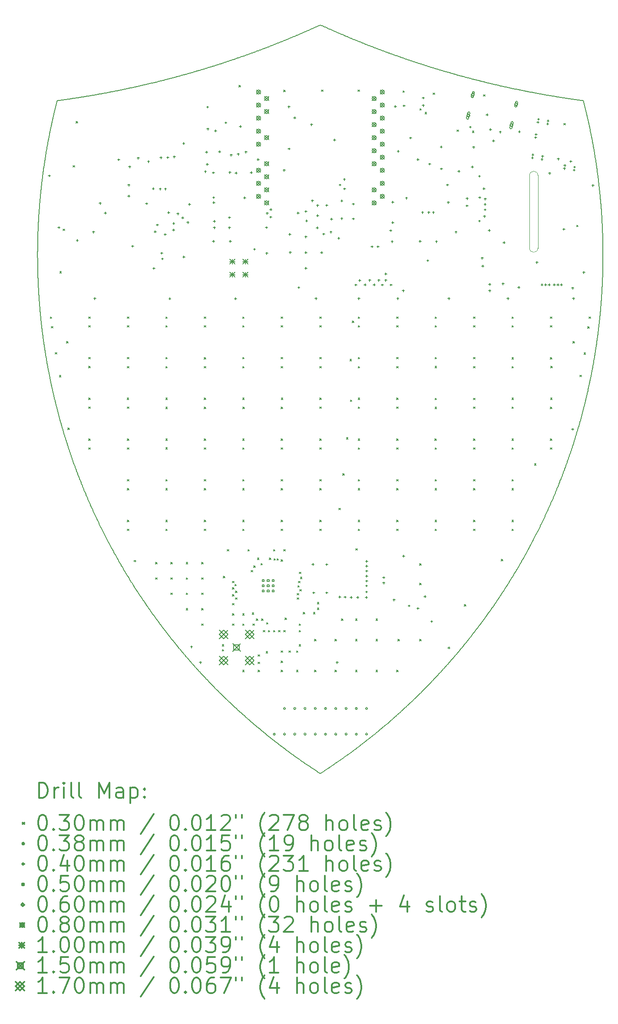
<source format=gbr>
%FSLAX45Y45*%
G04 Gerber Fmt 4.5, Leading zero omitted, Abs format (unit mm)*
G04 Created by KiCad (PCBNEW 6.0.0-unknown-r16647.959a4bdde.fc31) date 2020-02-05 23:38:00*
%MOMM*%
%LPD*%
G04 APERTURE LIST*
%ADD10C,0.200000*%
%ADD11C,0.100000*%
%ADD12C,0.300000*%
G04 APERTURE END LIST*
D10*
X-5131241Y13102977D02*
X-5109133Y13105901D01*
X-5109133Y13105901D02*
X-5090931Y13108330D01*
X-5090931Y13108330D02*
X-5072081Y13110865D01*
X-5072081Y13110865D02*
X-5052586Y13113508D01*
X-5052586Y13113508D02*
X-5033744Y13116083D01*
X-5033744Y13116083D02*
X-5012957Y13118948D01*
X-5012957Y13118948D02*
X-4992824Y13121746D01*
X-4992824Y13121746D02*
X-4972046Y13124658D01*
X-4972046Y13124658D02*
X-4951273Y13127594D01*
X-4951273Y13127594D02*
X-4930504Y13130554D01*
X-4930504Y13130554D02*
X-4911037Y13133351D01*
X-4911037Y13133351D02*
X-4891574Y13136169D01*
X-4891574Y13136169D02*
X-4869521Y13139388D01*
X-4869521Y13139388D02*
X-4850066Y13142251D01*
X-4850066Y13142251D02*
X-4823485Y13146198D01*
X-4823485Y13146198D02*
X-4803392Y13149208D01*
X-4803392Y13149208D02*
X-4782008Y13152438D01*
X-4782008Y13152438D02*
X-4761276Y13155593D01*
X-4761276Y13155593D02*
X-4741196Y13158673D01*
X-4741196Y13158673D02*
X-4721769Y13161676D01*
X-4721769Y13161676D02*
X-4699756Y13165103D01*
X-4699756Y13165103D02*
X-4679043Y13168354D01*
X-4679043Y13168354D02*
X-4658334Y13171629D01*
X-4658334Y13171629D02*
X-4637631Y13174928D01*
X-4637631Y13174928D02*
X-4616932Y13178251D01*
X-4616932Y13178251D02*
X-4596237Y13181598D01*
X-4596237Y13181598D02*
X-4575548Y13184968D01*
X-4575548Y13184968D02*
X-4554864Y13188363D01*
X-4554864Y13188363D02*
X-4534184Y13191781D01*
X-4534184Y13191781D02*
X-4513509Y13195224D01*
X-4513509Y13195224D02*
X-4492840Y13198690D01*
X-4492840Y13198690D02*
X-4471529Y13202290D01*
X-4471529Y13202290D02*
X-4450869Y13205805D01*
X-4450869Y13205805D02*
X-4430214Y13209343D01*
X-4430214Y13209343D02*
X-4409564Y13212906D01*
X-4409564Y13212906D02*
X-4391500Y13216043D01*
X-4391500Y13216043D02*
X-4370859Y13219650D01*
X-4370859Y13219650D02*
X-4350224Y13223281D01*
X-4350224Y13223281D02*
X-4329593Y13226936D01*
X-4329593Y13226936D02*
X-4308968Y13230615D01*
X-4308968Y13230615D02*
X-4287703Y13234434D01*
X-4287703Y13234434D02*
X-4270309Y13237578D01*
X-4270309Y13237578D02*
X-4252275Y13240855D01*
X-4252275Y13240855D02*
X-4234244Y13244151D01*
X-4234244Y13244151D02*
X-4213642Y13247941D01*
X-4213642Y13247941D02*
X-4195620Y13251276D01*
X-4195620Y13251276D02*
X-4175028Y13255110D01*
X-4175028Y13255110D02*
X-4155085Y13258846D01*
X-4155085Y13258846D02*
X-4136432Y13262362D01*
X-4136432Y13262362D02*
X-4117784Y13265898D01*
X-4117784Y13265898D02*
X-4100426Y13269207D01*
X-4100426Y13269207D02*
X-4082429Y13272656D01*
X-4082429Y13272656D02*
X-4065079Y13276000D01*
X-4065079Y13276000D02*
X-4046447Y13279610D01*
X-4046447Y13279610D02*
X-4028463Y13283115D01*
X-4028463Y13283115D02*
X-4011124Y13286511D01*
X-4011124Y13286511D02*
X-3993147Y13290051D01*
X-3993147Y13290051D02*
X-3974533Y13293737D01*
X-3974533Y13293737D02*
X-3957206Y13297186D01*
X-3957206Y13297186D02*
X-3936035Y13301424D01*
X-3936035Y13301424D02*
X-3918075Y13305040D01*
X-3918075Y13305040D02*
X-3898196Y13309065D01*
X-3898196Y13309065D02*
X-3879605Y13312850D01*
X-3879605Y13312850D02*
X-3859736Y13316917D01*
X-3859736Y13316917D02*
X-3839232Y13321140D01*
X-3839232Y13321140D02*
X-3820655Y13324987D01*
X-3820655Y13324987D02*
X-3800802Y13329120D01*
X-3800802Y13329120D02*
X-3782234Y13333007D01*
X-3782234Y13333007D02*
X-3764311Y13336779D01*
X-3764311Y13336779D02*
X-3746392Y13340569D01*
X-3746392Y13340569D02*
X-3729117Y13344240D01*
X-3729117Y13344240D02*
X-3708009Y13348751D01*
X-3708009Y13348751D02*
X-3690743Y13352460D01*
X-3690743Y13352460D02*
X-3674120Y13356047D01*
X-3674120Y13356047D02*
X-3656863Y13359790D01*
X-3656863Y13359790D02*
X-3636414Y13364247D01*
X-3636414Y13364247D02*
X-3618526Y13368166D01*
X-3618526Y13368166D02*
X-3600643Y13372103D01*
X-3600643Y13372103D02*
X-3582764Y13376059D01*
X-3582764Y13376059D02*
X-3565528Y13379890D01*
X-3565528Y13379890D02*
X-3548933Y13383595D01*
X-3548933Y13383595D02*
X-3531705Y13387460D01*
X-3531705Y13387460D02*
X-3510655Y13392205D01*
X-3510655Y13392205D02*
X-3493436Y13396107D01*
X-3493436Y13396107D02*
X-3475584Y13400171D01*
X-3475584Y13400171D02*
X-3457736Y13404253D01*
X-3457736Y13404253D02*
X-3439893Y13408353D01*
X-3439893Y13408353D02*
X-3422054Y13412472D01*
X-3422054Y13412472D02*
X-3404857Y13416460D01*
X-3404857Y13416460D02*
X-3386390Y13420762D01*
X-3386390Y13420762D02*
X-3366655Y13425383D01*
X-3366655Y13425383D02*
X-3350108Y13429275D01*
X-3350108Y13429275D02*
X-3333565Y13433183D01*
X-3333565Y13433183D02*
X-3315754Y13437409D01*
X-3315754Y13437409D02*
X-3297947Y13441653D01*
X-3297947Y13441653D02*
X-3281416Y13445609D01*
X-3281416Y13445609D02*
X-3264254Y13449735D01*
X-3264254Y13449735D02*
X-3246461Y13454031D01*
X-3246461Y13454031D02*
X-3228037Y13458500D01*
X-3228037Y13458500D02*
X-3210253Y13462833D01*
X-3210253Y13462833D02*
X-3193109Y13467028D01*
X-3193109Y13467028D02*
X-3175969Y13471240D01*
X-3175969Y13471240D02*
X-3155026Y13476410D01*
X-3155026Y13476410D02*
X-3137262Y13480817D01*
X-3137262Y13480817D02*
X-3119502Y13485242D01*
X-3119502Y13485242D02*
X-3097309Y13490798D01*
X-3097309Y13490798D02*
X-3080828Y13494944D01*
X-3080828Y13494944D02*
X-3064351Y13499105D01*
X-3064351Y13499105D02*
X-3041543Y13504892D01*
X-3041543Y13504892D02*
X-3023809Y13509414D01*
X-3023809Y13509414D02*
X-3007346Y13513629D01*
X-3007346Y13513629D02*
X-2990888Y13517859D01*
X-2990888Y13517859D02*
X-2972535Y13522596D01*
X-2972535Y13522596D02*
X-2954820Y13527188D01*
X-2954820Y13527188D02*
X-2937110Y13531797D01*
X-2937110Y13531797D02*
X-2917509Y13536922D01*
X-2917509Y13536922D02*
X-2899809Y13541569D01*
X-2899809Y13541569D02*
X-2882114Y13546235D01*
X-2882114Y13546235D02*
X-2864424Y13550918D01*
X-2864424Y13550918D02*
X-2848002Y13555283D01*
X-2848002Y13555283D02*
X-2831585Y13559664D01*
X-2831585Y13559664D02*
X-2815803Y13563890D01*
X-2815803Y13563890D02*
X-2795608Y13569321D01*
X-2795608Y13569321D02*
X-2777942Y13574092D01*
X-2777942Y13574092D02*
X-2762174Y13578367D01*
X-2762174Y13578367D02*
X-2742627Y13583688D01*
X-2742627Y13583688D02*
X-2724976Y13588513D01*
X-2724976Y13588513D02*
X-2704810Y13594050D01*
X-2704810Y13594050D02*
X-2687801Y13598739D01*
X-2687801Y13598739D02*
X-2671426Y13603270D01*
X-2671426Y13603270D02*
X-2654425Y13607992D01*
X-2654425Y13607992D02*
X-2634283Y13613610D01*
X-2634283Y13613610D02*
X-2617293Y13618368D01*
X-2617293Y13618368D02*
X-2599679Y13623321D01*
X-2599679Y13623321D02*
X-2582070Y13628291D01*
X-2582070Y13628291D02*
X-2566352Y13632743D01*
X-2566352Y13632743D02*
X-2546239Y13638464D01*
X-2546239Y13638464D02*
X-2530531Y13642949D01*
X-2530531Y13642949D02*
X-2514198Y13647629D01*
X-2514198Y13647629D02*
X-2495987Y13652866D01*
X-2495987Y13652866D02*
X-2475897Y13658668D01*
X-2475897Y13658668D02*
X-2458325Y13663764D01*
X-2458325Y13663764D02*
X-2440758Y13668877D01*
X-2440758Y13668877D02*
X-2423823Y13673825D01*
X-2423823Y13673825D02*
X-2405639Y13679158D01*
X-2405639Y13679158D02*
X-2389968Y13683771D01*
X-2389968Y13683771D02*
X-2372422Y13688954D01*
X-2372422Y13688954D02*
X-2353628Y13694527D01*
X-2353628Y13694527D02*
X-2335466Y13699933D01*
X-2335466Y13699933D02*
X-2318562Y13704984D01*
X-2318562Y13704984D02*
X-2301037Y13710240D01*
X-2301037Y13710240D02*
X-2283518Y13715513D01*
X-2283518Y13715513D02*
X-2266004Y13720805D01*
X-2266004Y13720805D02*
X-2250371Y13725544D01*
X-2250371Y13725544D02*
X-2232867Y13730869D01*
X-2232867Y13730869D02*
X-2215369Y13736212D01*
X-2215369Y13736212D02*
X-2199750Y13740997D01*
X-2199750Y13740997D02*
X-2180388Y13746951D01*
X-2180388Y13746951D02*
X-2163530Y13752154D01*
X-2163530Y13752154D02*
X-2145430Y13757761D01*
X-2145430Y13757761D02*
X-2129830Y13762609D01*
X-2129830Y13762609D02*
X-2113611Y13767667D01*
X-2113611Y13767667D02*
X-2093033Y13774109D01*
X-2093033Y13774109D02*
X-2075578Y13779594D01*
X-2075578Y13779594D02*
X-2058129Y13785097D01*
X-2058129Y13785097D02*
X-2042554Y13790025D01*
X-2042554Y13790025D02*
X-2025739Y13795364D01*
X-2025739Y13795364D02*
X-2010173Y13800321D01*
X-2010173Y13800321D02*
X-1993990Y13805492D01*
X-1993990Y13805492D02*
X-1975945Y13811278D01*
X-1975945Y13811278D02*
X-1960393Y13816281D01*
X-1960393Y13816281D02*
X-1941738Y13822303D01*
X-1941738Y13822303D02*
X-1923710Y13828144D01*
X-1923710Y13828144D02*
X-1906931Y13833599D01*
X-1906931Y13833599D02*
X-1890779Y13838867D01*
X-1890779Y13838867D02*
X-1874632Y13844151D01*
X-1874632Y13844151D02*
X-1857247Y13849859D01*
X-1857247Y13849859D02*
X-1841110Y13855174D01*
X-1841110Y13855174D02*
X-1824978Y13860505D01*
X-1824978Y13860505D02*
X-1806990Y13866469D01*
X-1806990Y13866469D02*
X-1791488Y13871626D01*
X-1791488Y13871626D02*
X-1775371Y13877004D01*
X-1775371Y13877004D02*
X-1757400Y13883020D01*
X-1757400Y13883020D02*
X-1741913Y13888222D01*
X-1741913Y13888222D02*
X-1725811Y13893647D01*
X-1725811Y13893647D02*
X-1705381Y13900554D01*
X-1705381Y13900554D02*
X-1688053Y13906434D01*
X-1688053Y13906434D02*
X-1668257Y13913176D01*
X-1668257Y13913176D02*
X-1650323Y13919305D01*
X-1650323Y13919305D02*
X-1631778Y13925666D01*
X-1631778Y13925666D02*
X-1608914Y13933539D01*
X-1608914Y13933539D02*
X-1593472Y13938876D01*
X-1593472Y13938876D02*
X-1576799Y13944656D01*
X-1576799Y13944656D02*
X-1554578Y13952388D01*
X-1554578Y13952388D02*
X-1537918Y13958206D01*
X-1537918Y13958206D02*
X-1520647Y13964257D01*
X-1520647Y13964257D02*
X-1505231Y13969674D01*
X-1505231Y13969674D02*
X-1490437Y13974889D01*
X-1490437Y13974889D02*
X-1475031Y13980334D01*
X-1475031Y13980334D02*
X-1455934Y13987105D01*
X-1455934Y13987105D02*
X-1438692Y13993240D01*
X-1438692Y13993240D02*
X-1423917Y13998512D01*
X-1423917Y13998512D02*
X-1407301Y14004459D01*
X-1407301Y14004459D02*
X-1389461Y14010865D01*
X-1389461Y14010865D02*
X-1374701Y14016180D01*
X-1374701Y14016180D02*
X-1359946Y14021508D01*
X-1359946Y14021508D02*
X-1345195Y14026850D01*
X-1345195Y14026850D02*
X-1329834Y14032427D01*
X-1329834Y14032427D02*
X-1313864Y14038243D01*
X-1313864Y14038243D02*
X-1293602Y14045646D01*
X-1293602Y14045646D02*
X-1278872Y14051046D01*
X-1278872Y14051046D02*
X-1264146Y14056458D01*
X-1264146Y14056458D02*
X-1248811Y14062110D01*
X-1248811Y14062110D02*
X-1229803Y14069138D01*
X-1229803Y14069138D02*
X-1212640Y14075503D01*
X-1212640Y14075503D02*
X-1197935Y14080974D01*
X-1197935Y14080974D02*
X-1183233Y14086457D01*
X-1183233Y14086457D02*
X-1166088Y14092871D01*
X-1166088Y14092871D02*
X-1149561Y14099072D01*
X-1149561Y14099072D02*
X-1134875Y14104598D01*
X-1134875Y14104598D02*
X-1117747Y14111061D01*
X-1117747Y14111061D02*
X-1103071Y14116615D01*
X-1103071Y14116615D02*
X-1085343Y14123343D01*
X-1085343Y14123343D02*
X-1070677Y14128926D01*
X-1070677Y14128926D02*
X-1056016Y14134521D01*
X-1056016Y14134521D02*
X-1038917Y14141065D01*
X-1038917Y14141065D02*
X-1023656Y14146922D01*
X-1023656Y14146922D02*
X-1009009Y14152559D01*
X-1009009Y14152559D02*
X-994368Y14158208D01*
X-994368Y14158208D02*
X-978511Y14164343D01*
X-978511Y14164343D02*
X-960831Y14171203D01*
X-960831Y14171203D02*
X-945596Y14177133D01*
X-945596Y14177133D02*
X-930975Y14182838D01*
X-930975Y14182838D02*
X-914531Y14189271D01*
X-914531Y14189271D02*
X-899311Y14195243D01*
X-899311Y14195243D02*
X-882879Y14201708D01*
X-882879Y14201708D02*
X-868278Y14207468D01*
X-868278Y14207468D02*
X-853074Y14213482D01*
X-853074Y14213482D02*
X-834227Y14220959D01*
X-834227Y14220959D02*
X-819035Y14227004D01*
X-819035Y14227004D02*
X-800810Y14234277D01*
X-800810Y14234277D02*
X-783200Y14241326D01*
X-783200Y14241326D02*
X-768025Y14247418D01*
X-768025Y14247418D02*
X-753461Y14253280D01*
X-753461Y14253280D02*
X-737689Y14259644D01*
X-737689Y14259644D02*
X-723136Y14265532D01*
X-723136Y14265532D02*
X-707981Y14271679D01*
X-707981Y14271679D02*
X-693438Y14277594D01*
X-693438Y14277594D02*
X-677082Y14284263D01*
X-677082Y14284263D02*
X-661943Y14290452D01*
X-661943Y14290452D02*
X-647415Y14296407D01*
X-647415Y14296407D02*
X-631076Y14303122D01*
X-631076Y14303122D02*
X-616559Y14309104D01*
X-616559Y14309104D02*
X-599023Y14316350D01*
X-599023Y14316350D02*
X-583911Y14322611D01*
X-583911Y14322611D02*
X-569409Y14328634D01*
X-569409Y14328634D02*
X-553100Y14335426D01*
X-553100Y14335426D02*
X-538609Y14341478D01*
X-538609Y14341478D02*
X-523519Y14347794D01*
X-523519Y14347794D02*
X-509037Y14353871D01*
X-509037Y14353871D02*
X-492751Y14360723D01*
X-492751Y14360723D02*
X-477678Y14367082D01*
X-477678Y14367082D02*
X-458994Y14374987D01*
X-458994Y14374987D02*
X-443932Y14381377D01*
X-443932Y14381377D02*
X-427671Y14388293D01*
X-427671Y14388293D02*
X-412621Y14394712D01*
X-412621Y14394712D02*
X-398177Y14400887D01*
X-398177Y14400887D02*
X-383739Y14407075D01*
X-383739Y14407075D02*
X-367502Y14414052D01*
X-367502Y14414052D02*
X-352473Y14420526D01*
X-352473Y14420526D02*
X-336850Y14427274D01*
X-336850Y14427274D02*
X-321832Y14433776D01*
X-321832Y14433776D02*
X-305019Y14441076D01*
X-305019Y14441076D02*
X-290613Y14447346D01*
X-290613Y14447346D02*
X-275613Y14453891D01*
X-275613Y14453891D02*
X-261217Y14460187D01*
X-261217Y14460187D02*
X-245028Y14467286D01*
X-245028Y14467286D02*
X-230045Y14473873D01*
X-230045Y14473873D02*
X-214467Y14480738D01*
X-214467Y14480738D02*
X-199495Y14487354D01*
X-199495Y14487354D02*
X-185127Y14493717D01*
X-185127Y14493717D02*
X-168969Y14500892D01*
X-168969Y14500892D02*
X-154611Y14507283D01*
X-154611Y14507283D02*
X-139661Y14513953D01*
X-139661Y14513953D02*
X-125314Y14520370D01*
X-125314Y14520370D02*
X-108582Y14527873D01*
X-108582Y14527873D02*
X-94247Y14534317D01*
X-94247Y14534317D02*
X-79916Y14540774D01*
X-79916Y14540774D02*
X-64994Y14547514D01*
X-64994Y14547514D02*
X-50674Y14553997D01*
X-50674Y14553997D02*
X-36359Y14560492D01*
X-36359Y14560492D02*
X-22050Y14567001D01*
X-22050Y14567001D02*
X-5958Y14574338D01*
X-5958Y14574338D02*
X0Y14577060D01*
X-4688312Y5721905D02*
X-4681215Y5703820D01*
X-4681215Y5703820D02*
X-4674431Y5686610D01*
X-4674431Y5686610D02*
X-4666255Y5665975D01*
X-4666255Y5665975D02*
X-4660100Y5650510D01*
X-4660100Y5650510D02*
X-4653923Y5635056D01*
X-4653923Y5635056D02*
X-4647726Y5619612D01*
X-4647726Y5619612D02*
X-4640815Y5602464D01*
X-4640815Y5602464D02*
X-4634574Y5587041D01*
X-4634574Y5587041D02*
X-4628313Y5571629D01*
X-4628313Y5571629D02*
X-4621331Y5554517D01*
X-4621331Y5554517D02*
X-4615026Y5539126D01*
X-4615026Y5539126D02*
X-4608700Y5523746D01*
X-4608700Y5523746D02*
X-4601647Y5506670D01*
X-4601647Y5506670D02*
X-4595277Y5491312D01*
X-4595277Y5491312D02*
X-4588887Y5475965D01*
X-4588887Y5475965D02*
X-4582476Y5460627D01*
X-4582476Y5460627D02*
X-4573180Y5438492D01*
X-4573180Y5438492D02*
X-4566719Y5423181D01*
X-4566719Y5423181D02*
X-4560237Y5407880D01*
X-4560237Y5407880D02*
X-4553011Y5390891D01*
X-4553011Y5390891D02*
X-4546486Y5375612D01*
X-4546486Y5375612D02*
X-4539212Y5358648D01*
X-4539212Y5358648D02*
X-4531913Y5341698D01*
X-4531913Y5341698D02*
X-4525323Y5326453D01*
X-4525323Y5326453D02*
X-4517975Y5309527D01*
X-4517975Y5309527D02*
X-4511341Y5294305D01*
X-4511341Y5294305D02*
X-4503946Y5277404D01*
X-4503946Y5277404D02*
X-4496526Y5260516D01*
X-4496526Y5260516D02*
X-4489081Y5243642D01*
X-4489081Y5243642D02*
X-4482358Y5228466D01*
X-4482358Y5228466D02*
X-4475616Y5213301D01*
X-4475616Y5213301D02*
X-4467347Y5194780D01*
X-4467347Y5194780D02*
X-4459804Y5177957D01*
X-4459804Y5177957D02*
X-4452993Y5162828D01*
X-4452993Y5162828D02*
X-4445403Y5146031D01*
X-4445403Y5146031D02*
X-4437787Y5129247D01*
X-4437787Y5129247D02*
X-4430146Y5112476D01*
X-4430146Y5112476D02*
X-4422480Y5095719D01*
X-4422480Y5095719D02*
X-4414789Y5078975D01*
X-4414789Y5078975D02*
X-4407846Y5063917D01*
X-4407846Y5063917D02*
X-4399332Y5045528D01*
X-4399332Y5045528D02*
X-4390789Y5027155D01*
X-4390789Y5027155D02*
X-4383776Y5012135D01*
X-4383776Y5012135D02*
X-4376744Y4997126D01*
X-4376744Y4997126D02*
X-4369691Y4982128D01*
X-4369691Y4982128D02*
X-4361831Y4965476D01*
X-4361831Y4965476D02*
X-4354736Y4950501D01*
X-4354736Y4950501D02*
X-4343659Y4927229D01*
X-4343659Y4927229D02*
X-4335717Y4910623D01*
X-4335717Y4910623D02*
X-4326952Y4892371D01*
X-4326952Y4892371D02*
X-4319759Y4877451D01*
X-4319759Y4877451D02*
X-4312546Y4862542D01*
X-4312546Y4862542D02*
X-4303703Y4844334D01*
X-4303703Y4844334D02*
X-4294830Y4826144D01*
X-4294830Y4826144D02*
X-4287548Y4811273D01*
X-4287548Y4811273D02*
X-4280246Y4796414D01*
X-4280246Y4796414D02*
X-4272924Y4781565D01*
X-4272924Y4781565D02*
X-4264765Y4765081D01*
X-4264765Y4765081D02*
X-4257402Y4750256D01*
X-4257402Y4750256D02*
X-4250018Y4735443D01*
X-4250018Y4735443D02*
X-4240142Y4715710D01*
X-4240142Y4715710D02*
X-4231885Y4699281D01*
X-4231885Y4699281D02*
X-4223604Y4682867D01*
X-4223604Y4682867D02*
X-4216130Y4668105D01*
X-4216130Y4668105D02*
X-4205299Y4646804D01*
X-4205299Y4646804D02*
X-4197776Y4632070D01*
X-4197776Y4632070D02*
X-4190234Y4617348D01*
X-4190234Y4617348D02*
X-4179305Y4596104D01*
X-4179305Y4596104D02*
X-4170025Y4578146D01*
X-4170025Y4578146D02*
X-4161564Y4561836D01*
X-4161564Y4561836D02*
X-4153927Y4547170D01*
X-4153927Y4547170D02*
X-4146271Y4532514D01*
X-4146271Y4532514D02*
X-4136887Y4514618D01*
X-4136887Y4514618D02*
X-4129187Y4499989D01*
X-4129187Y4499989D02*
X-4121468Y4485371D01*
X-4121468Y4485371D02*
X-4113729Y4470765D01*
X-4113729Y4470765D02*
X-4104244Y4452929D01*
X-4104244Y4452929D02*
X-4095596Y4436729D01*
X-4095596Y4436729D02*
X-4086055Y4418926D01*
X-4086055Y4418926D02*
X-4078227Y4404373D01*
X-4078227Y4404373D02*
X-4070379Y4389832D01*
X-4070379Y4389832D02*
X-4062512Y4375303D01*
X-4062512Y4375303D02*
X-4052870Y4357561D01*
X-4052870Y4357561D02*
X-4040557Y4335005D01*
X-4040557Y4335005D02*
X-4031733Y4318912D01*
X-4031733Y4318912D02*
X-4023771Y4304440D01*
X-4023771Y4304440D02*
X-4015789Y4289981D01*
X-4015789Y4289981D02*
X-4007788Y4275533D01*
X-4007788Y4275533D02*
X-3997983Y4257890D01*
X-3997983Y4257890D02*
X-3988149Y4240266D01*
X-3988149Y4240266D02*
X-3978285Y4222659D01*
X-3978285Y4222659D02*
X-3970194Y4208267D01*
X-3970194Y4208267D02*
X-3960278Y4190693D01*
X-3960278Y4190693D02*
X-3945804Y4165163D01*
X-3945804Y4165163D02*
X-3938544Y4152412D01*
X-3938544Y4152412D02*
X-3931269Y4139671D01*
X-3931269Y4139671D02*
X-3923978Y4126939D01*
X-3923978Y4126939D02*
X-3916673Y4114217D01*
X-3916673Y4114217D02*
X-3909352Y4101504D01*
X-3909352Y4101504D02*
X-3902016Y4088801D01*
X-3902016Y4088801D02*
X-3894665Y4076108D01*
X-3894665Y4076108D02*
X-3887298Y4063424D01*
X-3887298Y4063424D02*
X-3879917Y4050749D01*
X-3879917Y4050749D02*
X-3871595Y4036502D01*
X-3871595Y4036502D02*
X-3862325Y4020687D01*
X-3862325Y4020687D02*
X-3852102Y4003307D01*
X-3852102Y4003307D02*
X-3829696Y3965451D01*
X-3829696Y3965451D02*
X-3822198Y3952852D01*
X-3822198Y3952852D02*
X-3814684Y3940262D01*
X-3814684Y3940262D02*
X-3807156Y3927683D01*
X-3807156Y3927683D02*
X-3796779Y3910401D01*
X-3796779Y3910401D02*
X-3789215Y3897845D01*
X-3789215Y3897845D02*
X-3781636Y3885298D01*
X-3781636Y3885298D02*
X-3774042Y3872761D01*
X-3774042Y3872761D02*
X-3764528Y3857103D01*
X-3764528Y3857103D02*
X-3756900Y3844589D01*
X-3756900Y3844589D02*
X-3749257Y3832084D01*
X-3749257Y3832084D02*
X-3734886Y3808663D01*
X-3734886Y3808663D02*
X-3727200Y3796187D01*
X-3727200Y3796187D02*
X-3719499Y3783720D01*
X-3719499Y3783720D02*
X-3711783Y3771263D01*
X-3711783Y3771263D02*
X-3703085Y3757261D01*
X-3703085Y3757261D02*
X-3695337Y3744825D01*
X-3695337Y3744825D02*
X-3685632Y3729294D01*
X-3685632Y3729294D02*
X-3675904Y3713779D01*
X-3675904Y3713779D02*
X-3666152Y3698279D01*
X-3666152Y3698279D02*
X-3658334Y3685891D01*
X-3658334Y3685891D02*
X-3648541Y3670420D01*
X-3648541Y3670420D02*
X-3639707Y3656509D01*
X-3639707Y3656509D02*
X-3626914Y3636437D01*
X-3626914Y3636437D02*
X-3619022Y3624099D01*
X-3619022Y3624099D02*
X-3611115Y3611771D01*
X-3611115Y3611771D02*
X-3603193Y3599453D01*
X-3603193Y3599453D02*
X-3592277Y3582532D01*
X-3592277Y3582532D02*
X-3583324Y3568702D01*
X-3583324Y3568702D02*
X-3575351Y3556419D01*
X-3575351Y3556419D02*
X-3562363Y3536481D01*
X-3562363Y3536481D02*
X-3551343Y3519632D01*
X-3551343Y3519632D02*
X-3543311Y3507390D01*
X-3543311Y3507390D02*
X-3535264Y3495158D01*
X-3535264Y3495158D02*
X-3527203Y3482936D01*
X-3527203Y3482936D02*
X-3519127Y3470724D01*
X-3519127Y3470724D02*
X-3511036Y3458523D01*
X-3511036Y3458523D02*
X-3496842Y3437196D01*
X-3496842Y3437196D02*
X-3486676Y3421981D01*
X-3486676Y3421981D02*
X-3478526Y3409821D01*
X-3478526Y3409821D02*
X-3469341Y3396153D01*
X-3469341Y3396153D02*
X-3459113Y3380981D01*
X-3459113Y3380981D02*
X-3449889Y3367341D01*
X-3449889Y3367341D02*
X-3438590Y3350687D01*
X-3438590Y3350687D02*
X-3426232Y3332542D01*
X-3426232Y3332542D02*
X-3413842Y3314420D01*
X-3413842Y3314420D02*
X-3405563Y3302351D01*
X-3405563Y3302351D02*
X-3390002Y3279751D01*
X-3390002Y3279751D02*
X-3380641Y3266209D01*
X-3380641Y3266209D02*
X-3369175Y3249674D01*
X-3369175Y3249674D02*
X-3358727Y3234661D01*
X-3358727Y3234661D02*
X-3348257Y3219663D01*
X-3348257Y3219663D02*
X-3337764Y3204682D01*
X-3337764Y3204682D02*
X-3327249Y3189718D01*
X-3327249Y3189718D02*
X-3315656Y3173275D01*
X-3315656Y3173275D02*
X-3306151Y3159837D01*
X-3306151Y3159837D02*
X-3297686Y3147904D01*
X-3297686Y3147904D02*
X-3289208Y3135981D01*
X-3289208Y3135981D02*
X-3280715Y3124069D01*
X-3280715Y3124069D02*
X-3272207Y3112167D01*
X-3272207Y3112167D02*
X-3263685Y3100276D01*
X-3263685Y3100276D02*
X-3255149Y3088395D01*
X-3255149Y3088395D02*
X-3242318Y3070595D01*
X-3242318Y3070595D02*
X-3233746Y3058741D01*
X-3233746Y3058741D02*
X-3224086Y3045418D01*
X-3224086Y3045418D02*
X-3214407Y3032108D01*
X-3214407Y3032108D02*
X-3205789Y3020289D01*
X-3205789Y3020289D02*
X-3197156Y3008481D01*
X-3197156Y3008481D02*
X-3185263Y2992261D01*
X-3185263Y2992261D02*
X-3176597Y2980478D01*
X-3176597Y2980478D02*
X-3165744Y2965765D01*
X-3165744Y2965765D02*
X-3155957Y2952537D01*
X-3155957Y2952537D02*
X-3141789Y2933454D01*
X-3141789Y2933454D02*
X-3126489Y2912935D01*
X-3126489Y2912935D02*
X-3116631Y2899762D01*
X-3116631Y2899762D02*
X-3107853Y2888064D01*
X-3107853Y2888064D02*
X-3097960Y2874917D01*
X-3097960Y2874917D02*
X-3089152Y2863242D01*
X-3089152Y2863242D02*
X-3078122Y2848663D01*
X-3078122Y2848663D02*
X-3068176Y2835557D01*
X-3068176Y2835557D02*
X-3057104Y2821011D01*
X-3057104Y2821011D02*
X-3046010Y2806482D01*
X-3046010Y2806482D02*
X-3036007Y2793421D01*
X-3036007Y2793421D02*
X-3023757Y2777476D01*
X-3023757Y2777476D02*
X-3011480Y2761551D01*
X-3011480Y2761551D02*
X-2998056Y2744203D01*
X-2998056Y2744203D02*
X-2987968Y2731208D01*
X-2987968Y2731208D02*
X-2978986Y2719668D01*
X-2978986Y2719668D02*
X-2968864Y2706700D01*
X-2968864Y2706700D02*
X-2959853Y2695184D01*
X-2959853Y2695184D02*
X-2949698Y2682241D01*
X-2949698Y2682241D02*
X-2938394Y2667878D01*
X-2938394Y2667878D02*
X-2928201Y2654965D01*
X-2928201Y2654965D02*
X-2916856Y2640634D01*
X-2916856Y2640634D02*
X-2907764Y2629182D01*
X-2907764Y2629182D02*
X-2891819Y2609167D01*
X-2891819Y2609167D02*
X-2882689Y2597746D01*
X-2882689Y2597746D02*
X-2871257Y2583485D01*
X-2871257Y2583485D02*
X-2860949Y2570665D01*
X-2860949Y2570665D02*
X-2851772Y2559281D01*
X-2851772Y2559281D02*
X-2841431Y2546487D01*
X-2841431Y2546487D02*
X-2829921Y2532289D01*
X-2829921Y2532289D02*
X-2819544Y2519526D01*
X-2819544Y2519526D02*
X-2809148Y2506777D01*
X-2809148Y2506777D02*
X-2799894Y2495456D01*
X-2799894Y2495456D02*
X-2784825Y2477084D01*
X-2784825Y2477084D02*
X-2773210Y2462972D01*
X-2773210Y2462972D02*
X-2756911Y2443245D01*
X-2756911Y2443245D02*
X-2744076Y2427770D01*
X-2744076Y2427770D02*
X-2731215Y2412316D01*
X-2731215Y2412316D02*
X-2719500Y2398286D01*
X-2719500Y2398286D02*
X-2705415Y2381473D01*
X-2705415Y2381473D02*
X-2696007Y2370279D01*
X-2696007Y2370279D02*
X-2685407Y2357699D01*
X-2685407Y2357699D02*
X-2674790Y2345133D01*
X-2674790Y2345133D02*
X-2661790Y2329795D01*
X-2661790Y2329795D02*
X-2651135Y2317262D01*
X-2651135Y2317262D02*
X-2640462Y2304743D01*
X-2640462Y2304743D02*
X-2621446Y2282524D01*
X-2621446Y2282524D02*
X-2610725Y2270046D01*
X-2610725Y2270046D02*
X-2601182Y2258966D01*
X-2601182Y2258966D02*
X-2591624Y2247898D01*
X-2591624Y2247898D02*
X-2580856Y2235461D01*
X-2580856Y2235461D02*
X-2565272Y2217521D01*
X-2565272Y2217521D02*
X-2554462Y2205120D01*
X-2554462Y2205120D02*
X-2543635Y2192733D01*
X-2543635Y2192733D02*
X-2533996Y2181734D01*
X-2533996Y2181734D02*
X-2519513Y2165259D01*
X-2519513Y2165259D02*
X-2509841Y2154290D01*
X-2509841Y2154290D02*
X-2497732Y2140595D01*
X-2497732Y2140595D02*
X-2488030Y2129652D01*
X-2488030Y2129652D02*
X-2475883Y2115989D01*
X-2475883Y2115989D02*
X-2466150Y2105073D01*
X-2466150Y2105073D02*
X-2451526Y2088720D01*
X-2451526Y2088720D02*
X-2440538Y2076473D01*
X-2440538Y2076473D02*
X-2430757Y2065599D01*
X-2430757Y2065599D02*
X-2419737Y2053380D01*
X-2419737Y2053380D02*
X-2408700Y2041175D01*
X-2408700Y2041175D02*
X-2398875Y2030340D01*
X-2398875Y2030340D02*
X-2387806Y2018164D01*
X-2387806Y2018164D02*
X-2377953Y2007354D01*
X-2377953Y2007354D02*
X-2365618Y1993857D01*
X-2365618Y1993857D02*
X-2354499Y1981726D01*
X-2354499Y1981726D02*
X-2344601Y1970956D01*
X-2344601Y1970956D02*
X-2334690Y1960197D01*
X-2334690Y1960197D02*
X-2323524Y1948108D01*
X-2323524Y1948108D02*
X-2313584Y1937375D01*
X-2313584Y1937375D02*
X-2302386Y1925314D01*
X-2302386Y1925314D02*
X-2292419Y1914606D01*
X-2292419Y1914606D02*
X-2273694Y1894561D01*
X-2273694Y1894561D02*
X-2262437Y1882554D01*
X-2262437Y1882554D02*
X-2252416Y1871894D01*
X-2252416Y1871894D02*
X-2242382Y1861246D01*
X-2242382Y1861246D02*
X-2232335Y1850610D01*
X-2232335Y1850610D02*
X-2222275Y1839987D01*
X-2222275Y1839987D02*
X-2210942Y1828049D01*
X-2210942Y1828049D02*
X-2194542Y1810833D01*
X-2194542Y1810833D02*
X-2183169Y1798933D01*
X-2183169Y1798933D02*
X-2173045Y1788368D01*
X-2173045Y1788368D02*
X-2162907Y1777815D01*
X-2162907Y1777815D02*
X-2152757Y1767274D01*
X-2152757Y1767274D02*
X-2137507Y1751485D01*
X-2137507Y1751485D02*
X-2127324Y1740975D01*
X-2127324Y1740975D02*
X-2113301Y1726543D01*
X-2113301Y1726543D02*
X-2099253Y1712134D01*
X-2099253Y1712134D02*
X-2087741Y1700362D01*
X-2087741Y1700362D02*
X-2074931Y1687300D01*
X-2074931Y1687300D02*
X-2063384Y1675561D01*
X-2063384Y1675561D02*
X-2051821Y1663837D01*
X-2051821Y1663837D02*
X-2040242Y1652128D01*
X-2040242Y1652128D02*
X-2026067Y1637839D01*
X-2026067Y1637839D02*
X-2015742Y1627462D01*
X-2015742Y1627462D02*
X-2004112Y1615802D01*
X-2004112Y1615802D02*
X-1993760Y1605451D01*
X-1993760Y1605451D02*
X-1978207Y1589947D01*
X-1978207Y1589947D02*
X-1967823Y1579626D01*
X-1967823Y1579626D02*
X-1957426Y1569318D01*
X-1957426Y1569318D02*
X-1944411Y1556450D01*
X-1944411Y1556450D02*
X-1933985Y1546170D01*
X-1933985Y1546170D02*
X-1923546Y1535902D01*
X-1923546Y1535902D02*
X-1913094Y1525647D01*
X-1913094Y1525647D02*
X-1900011Y1512845D01*
X-1900011Y1512845D02*
X-1889530Y1502618D01*
X-1889530Y1502618D02*
X-1875098Y1488575D01*
X-1875098Y1488575D02*
X-1861957Y1475830D01*
X-1861957Y1475830D02*
X-1850113Y1464376D01*
X-1850113Y1464376D02*
X-1836934Y1451668D01*
X-1836934Y1451668D02*
X-1821093Y1436444D01*
X-1821093Y1436444D02*
X-1810516Y1426310D01*
X-1810516Y1426310D02*
X-1795952Y1412397D01*
X-1795952Y1412397D02*
X-1784019Y1401031D01*
X-1784019Y1401031D02*
X-1770740Y1388421D01*
X-1770740Y1388421D02*
X-1758773Y1377089D01*
X-1758773Y1377089D02*
X-1744123Y1363260D01*
X-1744123Y1363260D02*
X-1733455Y1353218D01*
X-1733455Y1353218D02*
X-1720101Y1340682D01*
X-1720101Y1340682D02*
X-1708065Y1329418D01*
X-1708065Y1329418D02*
X-1696014Y1318169D01*
X-1696014Y1318169D02*
X-1685288Y1308184D01*
X-1685288Y1308184D02*
X-1674550Y1298211D01*
X-1674550Y1298211D02*
X-1662454Y1287007D01*
X-1662454Y1287007D02*
X-1651689Y1277061D01*
X-1651689Y1277061D02*
X-1640911Y1267129D01*
X-1640911Y1267129D02*
X-1623370Y1251015D01*
X-1623370Y1251015D02*
X-1611207Y1239879D01*
X-1611207Y1239879D02*
X-1599029Y1228760D01*
X-1599029Y1228760D02*
X-1585478Y1216423D01*
X-1585478Y1216423D02*
X-1571907Y1204107D01*
X-1571907Y1204107D02*
X-1561037Y1194269D01*
X-1561037Y1194269D02*
X-1547432Y1181989D01*
X-1547432Y1181989D02*
X-1531079Y1167279D01*
X-1531079Y1167279D02*
X-1517431Y1155044D01*
X-1517431Y1155044D02*
X-1506499Y1145270D01*
X-1506499Y1145270D02*
X-1491446Y1131851D01*
X-1491446Y1131851D02*
X-1473626Y1116025D01*
X-1473626Y1116025D02*
X-1462643Y1106303D01*
X-1462643Y1106303D02*
X-1450273Y1095380D01*
X-1450273Y1095380D02*
X-1437887Y1084475D01*
X-1437887Y1084475D02*
X-1424107Y1072377D01*
X-1424107Y1072377D02*
X-1411688Y1061506D01*
X-1411688Y1061506D02*
X-1396489Y1048241D01*
X-1396489Y1048241D02*
X-1385419Y1038610D01*
X-1385419Y1038610D02*
X-1372952Y1027790D01*
X-1372952Y1027790D02*
X-1359081Y1015788D01*
X-1359081Y1015788D02*
X-1342410Y1001412D01*
X-1342410Y1001412D02*
X-1328497Y989455D01*
X-1328497Y989455D02*
X-1317353Y979903D01*
X-1317353Y979903D02*
X-1306196Y970365D01*
X-1306196Y970365D02*
X-1295027Y960840D01*
X-1295027Y960840D02*
X-1283846Y951329D01*
X-1283846Y951329D02*
X-1271252Y940644D01*
X-1271252Y940644D02*
X-1257241Y928791D01*
X-1257241Y928791D02*
X-1246019Y919324D01*
X-1246019Y919324D02*
X-1231974Y907509D01*
X-1231974Y907509D02*
X-1220724Y898071D01*
X-1220724Y898071D02*
X-1208053Y887470D01*
X-1208053Y887470D02*
X-1185489Y868665D01*
X-1185489Y868665D02*
X-1168535Y854596D01*
X-1168535Y854596D02*
X-1155801Y844063D01*
X-1155801Y844063D02*
X-1143051Y833548D01*
X-1143051Y833548D02*
X-1124608Y818389D01*
X-1124608Y818389D02*
X-1108978Y805590D01*
X-1108978Y805590D02*
X-1096173Y795136D01*
X-1096173Y795136D02*
X-1084777Y785858D01*
X-1084777Y785858D02*
X-1073370Y776594D01*
X-1073370Y776594D02*
X-1061950Y767343D01*
X-1061950Y767343D02*
X-1050519Y758106D01*
X-1050519Y758106D02*
X-1039075Y748882D01*
X-1039075Y748882D02*
X-1027620Y739671D01*
X-1027620Y739671D02*
X-1011849Y727029D01*
X-1011849Y727029D02*
X-994618Y713266D01*
X-994618Y713266D02*
X-980239Y701820D01*
X-980239Y701820D02*
X-954309Y681271D01*
X-954309Y681271D02*
X-941321Y671022D01*
X-941321Y671022D02*
X-928318Y660790D01*
X-928318Y660790D02*
X-916748Y651710D01*
X-916748Y651710D02*
X-905165Y642643D01*
X-905165Y642643D02*
X-892121Y632459D01*
X-892121Y632459D02*
X-879061Y622292D01*
X-879061Y622292D02*
X-864533Y611016D01*
X-864533Y611016D02*
X-851441Y600885D01*
X-851441Y600885D02*
X-838335Y590772D01*
X-838335Y590772D02*
X-826672Y581798D01*
X-826672Y581798D02*
X-810617Y569479D01*
X-810617Y569479D02*
X-798926Y560537D01*
X-798926Y560537D02*
X-787224Y551609D01*
X-787224Y551609D02*
X-775510Y542694D01*
X-775510Y542694D02*
X-754981Y527126D01*
X-754981Y527126D02*
X-741766Y517140D01*
X-741766Y517140D02*
X-727064Y506065D01*
X-727064Y506065D02*
X-713817Y496116D01*
X-713817Y496116D02*
X-696131Y482878D01*
X-696131Y482878D02*
X-682849Y472970D01*
X-682849Y472970D02*
X-668074Y461981D01*
X-668074Y461981D02*
X-656241Y453206D01*
X-656241Y453206D02*
X-641434Y442256D01*
X-641434Y442256D02*
X-628091Y432420D01*
X-628091Y432420D02*
X-614734Y422601D01*
X-614734Y422601D02*
X-598389Y410625D01*
X-598389Y410625D02*
X-584999Y400846D01*
X-584999Y400846D02*
X-573084Y392168D01*
X-573084Y392168D02*
X-561158Y383504D01*
X-561158Y383504D02*
X-547727Y373773D01*
X-547727Y373773D02*
X-534282Y364061D01*
X-534282Y364061D02*
X-514835Y350063D01*
X-514835Y350063D02*
X-502853Y341467D01*
X-502853Y341467D02*
X-489359Y331814D01*
X-489359Y331814D02*
X-477352Y323248D01*
X-477352Y323248D02*
X-465333Y314696D01*
X-465333Y314696D02*
X-453303Y306158D01*
X-453303Y306158D02*
X-439756Y296570D01*
X-439756Y296570D02*
X-427702Y288062D01*
X-427702Y288062D02*
X-415636Y279569D01*
X-415636Y279569D02*
X-399027Y267913D01*
X-399027Y267913D02*
X-385421Y258396D01*
X-385421Y258396D02*
X-370287Y247843D01*
X-370287Y247843D02*
X-358167Y239416D01*
X-358167Y239416D02*
X-344518Y229953D01*
X-344518Y229953D02*
X-326297Y217364D01*
X-326297Y217364D02*
X-312615Y207943D01*
X-312615Y207943D02*
X-298918Y198540D01*
X-298918Y198540D02*
X-285207Y189155D01*
X-285207Y189155D02*
X-269955Y178749D01*
X-269955Y178749D02*
X-256214Y169402D01*
X-256214Y169402D02*
X-242458Y160074D01*
X-242458Y160074D02*
X-230218Y151797D01*
X-230218Y151797D02*
X-217968Y143534D01*
X-217968Y143534D02*
X-204172Y134256D01*
X-204172Y134256D02*
X-187291Y122940D01*
X-187291Y122940D02*
X-168852Y110627D01*
X-168852Y110627D02*
X-156545Y102436D01*
X-156545Y102436D02*
X-142686Y93238D01*
X-142686Y93238D02*
X-127270Y83040D01*
X-127270Y83040D02*
X-113381Y73881D01*
X-113381Y73881D02*
X-101024Y65756D01*
X-101024Y65756D02*
X-87108Y56631D01*
X-87108Y56631D02*
X-74727Y48536D01*
X-74727Y48536D02*
X-59235Y38437D01*
X-59235Y38437D02*
X-46828Y30374D01*
X-46828Y30374D02*
X-32858Y21321D01*
X-32858Y21321D02*
X-18873Y12286D01*
X-18873Y12286D02*
X-4874Y3270D01*
X-4874Y3270D02*
X-2540Y1769D01*
X-2540Y1769D02*
X10684Y10281D01*
X10684Y10281D02*
X24671Y19311D01*
X24671Y19311D02*
X38645Y28360D01*
X38645Y28360D02*
X51055Y36419D01*
X51055Y36419D02*
X65002Y45503D01*
X65002Y45503D02*
X77388Y53593D01*
X77388Y53593D02*
X95945Y65754D01*
X95945Y65754D02*
X108303Y73880D01*
X108303Y73880D02*
X123734Y84058D01*
X123734Y84058D02*
X137608Y93237D01*
X137608Y93237D02*
X149928Y101411D01*
X149928Y101411D02*
X169924Y114726D01*
X169924Y114726D02*
X182214Y122938D01*
X182214Y122938D02*
X199095Y134253D01*
X199095Y134253D02*
X212891Y143532D01*
X212891Y143532D02*
X225142Y151794D01*
X225142Y151794D02*
X241968Y163179D01*
X241968Y163179D02*
X254192Y171475D01*
X254192Y171475D02*
X270982Y182906D01*
X270982Y182906D02*
X284703Y192278D01*
X284703Y192278D02*
X301454Y203758D01*
X301454Y203758D02*
X321222Y217360D01*
X321222Y217360D02*
X333372Y225750D01*
X333372Y225750D02*
X345511Y234153D01*
X345511Y234153D02*
X357639Y242571D01*
X357639Y242571D02*
X375809Y255224D01*
X375809Y255224D02*
X392442Y266850D01*
X392442Y266850D02*
X410562Y279564D01*
X410562Y279564D02*
X427150Y291246D01*
X427150Y291246D02*
X439200Y299759D01*
X439200Y299759D02*
X454247Y310420D01*
X454247Y310420D02*
X466271Y318965D01*
X466271Y318965D02*
X479785Y328595D01*
X479785Y328595D02*
X491785Y337169D01*
X491785Y337169D02*
X505271Y346832D01*
X505271Y346832D02*
X517246Y355437D01*
X517246Y355437D02*
X542656Y373767D01*
X542656Y373767D02*
X556087Y383498D01*
X556087Y383498D02*
X568013Y392161D01*
X568013Y392161D02*
X579928Y400839D01*
X579928Y400839D02*
X591831Y409531D01*
X591831Y409531D02*
X614118Y425865D01*
X614118Y425865D02*
X627470Y435690D01*
X627470Y435690D02*
X642289Y446626D01*
X642289Y446626D02*
X655610Y456487D01*
X655610Y456487D02*
X668917Y466366D01*
X668917Y466366D02*
X685160Y478464D01*
X685160Y478464D02*
X710220Y497212D01*
X710220Y497212D02*
X721995Y506057D01*
X721995Y506057D02*
X736697Y517131D01*
X736697Y517131D02*
X749913Y527117D01*
X749913Y527117D02*
X761648Y536008D01*
X761648Y536008D02*
X777765Y548255D01*
X777765Y548255D02*
X789472Y557178D01*
X789472Y557178D02*
X801167Y566116D01*
X801167Y566116D02*
X812850Y575067D01*
X812850Y575067D02*
X833268Y590763D01*
X833268Y590763D02*
X844919Y599752D01*
X844919Y599752D02*
X856558Y608754D01*
X856558Y608754D02*
X869638Y618897D01*
X869638Y618897D02*
X887054Y632449D01*
X887054Y632449D02*
X908787Y649432D01*
X908787Y649432D02*
X920361Y658509D01*
X920361Y658509D02*
X931923Y667599D01*
X931923Y667599D02*
X944916Y677842D01*
X944916Y677842D02*
X963657Y692668D01*
X963657Y692668D02*
X975174Y701809D01*
X975174Y701809D02*
X988116Y712109D01*
X988116Y712109D02*
X1001044Y722427D01*
X1001044Y722427D02*
X1015390Y733910D01*
X1015390Y733910D02*
X1028285Y744264D01*
X1028285Y744264D02*
X1042596Y755787D01*
X1042596Y755787D02*
X1055459Y766176D01*
X1055459Y766176D02*
X1066880Y775426D01*
X1066880Y775426D02*
X1081140Y787006D01*
X1081140Y787006D02*
X1093957Y797446D01*
X1093957Y797446D02*
X1112444Y812556D01*
X1112444Y812556D02*
X1126643Y824203D01*
X1126643Y824203D02*
X1137989Y833536D01*
X1137989Y833536D02*
X1149323Y842882D01*
X1149323Y842882D02*
X1160644Y852241D01*
X1160644Y852241D02*
X1171954Y861614D01*
X1171954Y861614D02*
X1194536Y880399D01*
X1194536Y880399D02*
X1217070Y899237D01*
X1217070Y899237D02*
X1233938Y913401D01*
X1233938Y913401D02*
X1246571Y924043D01*
X1246571Y924043D02*
X1259189Y934702D01*
X1259189Y934702D02*
X1271791Y945377D01*
X1271791Y945377D02*
X1288570Y959637D01*
X1288570Y959637D02*
X1299741Y969160D01*
X1299741Y969160D02*
X1310900Y978697D01*
X1310900Y978697D02*
X1329006Y994221D01*
X1329006Y994221D02*
X1345691Y1008582D01*
X1345691Y1008582D02*
X1362348Y1022972D01*
X1362348Y1022972D02*
X1373437Y1032582D01*
X1373437Y1032582D02*
X1384514Y1042205D01*
X1384514Y1042205D02*
X1398343Y1054253D01*
X1398343Y1054253D02*
X1409392Y1063905D01*
X1409392Y1063905D02*
X1423186Y1075989D01*
X1423186Y1075989D02*
X1436961Y1088093D01*
X1436961Y1088093D02*
X1447967Y1097791D01*
X1447967Y1097791D02*
X1461707Y1109932D01*
X1461707Y1109932D02*
X1482280Y1128180D01*
X1482280Y1128180D02*
X1495972Y1140372D01*
X1495972Y1140372D02*
X1511010Y1153805D01*
X1511010Y1153805D02*
X1521932Y1163591D01*
X1521932Y1163591D02*
X1538291Y1178293D01*
X1538291Y1178293D02*
X1549182Y1188110D01*
X1549182Y1188110D02*
X1560060Y1197940D01*
X1560060Y1197940D02*
X1572284Y1209015D01*
X1572284Y1209015D02*
X1587201Y1222572D01*
X1587201Y1222572D02*
X1598036Y1232448D01*
X1598036Y1232448D02*
X1612913Y1246047D01*
X1612913Y1246047D02*
X1635858Y1267112D01*
X1635858Y1267112D02*
X1646636Y1277044D01*
X1646636Y1277044D02*
X1657401Y1286990D01*
X1657401Y1286990D02*
X1668154Y1296948D01*
X1668154Y1296948D02*
X1678894Y1306919D01*
X1678894Y1306919D02*
X1690962Y1318152D01*
X1690962Y1318152D02*
X1707027Y1333153D01*
X1707027Y1333153D02*
X1727069Y1351945D01*
X1727069Y1351945D02*
X1737739Y1361986D01*
X1737739Y1361986D02*
X1748397Y1372039D01*
X1748397Y1372039D02*
X1765689Y1388403D01*
X1765689Y1388403D02*
X1777641Y1399751D01*
X1777641Y1399751D02*
X1788252Y1409851D01*
X1788252Y1409851D02*
X1798849Y1419965D01*
X1798849Y1419965D02*
X1810756Y1431357D01*
X1810756Y1431357D02*
X1826607Y1446571D01*
X1826607Y1446571D02*
X1837159Y1456730D01*
X1837159Y1456730D02*
X1849014Y1468174D01*
X1849014Y1468174D02*
X1864795Y1483456D01*
X1864795Y1483456D02*
X1875300Y1493660D01*
X1875300Y1493660D02*
X1889724Y1507711D01*
X1889724Y1507711D02*
X1902815Y1520505D01*
X1902815Y1520505D02*
X1914580Y1532036D01*
X1914580Y1532036D02*
X1927633Y1544867D01*
X1927633Y1544867D02*
X1939364Y1556431D01*
X1939364Y1556431D02*
X1952378Y1569298D01*
X1952378Y1569298D02*
X1962776Y1579607D01*
X1962776Y1579607D02*
X1973160Y1589927D01*
X1973160Y1589927D02*
X1984828Y1601552D01*
X1984828Y1601552D02*
X1997772Y1614487D01*
X1997772Y1614487D02*
X2009405Y1626146D01*
X2009405Y1626146D02*
X2021021Y1637819D01*
X2021021Y1637819D02*
X2035196Y1652108D01*
X2035196Y1652108D02*
X2045490Y1662515D01*
X2045490Y1662515D02*
X2057055Y1674237D01*
X2057055Y1674237D02*
X2067321Y1684669D01*
X2067321Y1684669D02*
X2082696Y1700341D01*
X2082696Y1700341D02*
X2095487Y1713422D01*
X2095487Y1713422D02*
X2106980Y1725211D01*
X2106980Y1725211D02*
X2119732Y1738328D01*
X2119732Y1738328D02*
X2129919Y1748836D01*
X2129919Y1748836D02*
X2140092Y1759355D01*
X2140092Y1759355D02*
X2150252Y1769887D01*
X2150252Y1769887D02*
X2161667Y1781749D01*
X2161667Y1781749D02*
X2171800Y1792307D01*
X2171800Y1792307D02*
X2181919Y1802876D01*
X2181919Y1802876D02*
X2192025Y1813458D01*
X2192025Y1813458D02*
X2203379Y1825377D01*
X2203379Y1825377D02*
X2221007Y1843947D01*
X2221007Y1843947D02*
X2241105Y1865216D01*
X2241105Y1865216D02*
X2263651Y1889201D01*
X2263651Y1889201D02*
X2281141Y1907897D01*
X2281141Y1907897D02*
X2297346Y1925292D01*
X2297346Y1925292D02*
X2308544Y1937352D01*
X2308544Y1937352D02*
X2323448Y1953456D01*
X2323448Y1953456D02*
X2333368Y1964207D01*
X2333368Y1964207D02*
X2344512Y1976316D01*
X2344512Y1976316D02*
X2356874Y1989789D01*
X2356874Y1989789D02*
X2369216Y2003280D01*
X2369216Y2003280D02*
X2379074Y2014085D01*
X2379074Y2014085D02*
X2392607Y2028963D01*
X2392607Y2028963D02*
X2402434Y2039797D01*
X2402434Y2039797D02*
X2412247Y2050643D01*
X2412247Y2050643D02*
X2423271Y2062859D01*
X2423271Y2062859D02*
X2433056Y2073730D01*
X2433056Y2073730D02*
X2446488Y2088696D01*
X2446488Y2088696D02*
X2458677Y2102322D01*
X2458677Y2102322D02*
X2469630Y2114601D01*
X2469630Y2114601D02*
X2479351Y2125527D01*
X2479351Y2125527D02*
X2490271Y2137834D01*
X2490271Y2137834D02*
X2499964Y2148785D01*
X2499964Y2148785D02*
X2509643Y2159749D01*
X2509643Y2159749D02*
X2522930Y2174842D01*
X2522930Y2174842D02*
X2533781Y2187208D01*
X2533781Y2187208D02*
X2544616Y2199588D01*
X2544616Y2199588D02*
X2554233Y2210605D01*
X2554233Y2210605D02*
X2568633Y2227153D01*
X2568633Y2227153D02*
X2578216Y2238199D01*
X2578216Y2238199D02*
X2588980Y2250639D01*
X2588980Y2250639D02*
X2599728Y2263095D01*
X2599728Y2263095D02*
X2610458Y2275565D01*
X2610458Y2275565D02*
X2627115Y2294992D01*
X2627115Y2294992D02*
X2638988Y2308890D01*
X2638988Y2308890D02*
X2649655Y2321413D01*
X2649655Y2321413D02*
X2659123Y2332557D01*
X2659123Y2332557D02*
X2668576Y2343713D01*
X2668576Y2343713D02*
X2680375Y2357673D01*
X2680375Y2357673D02*
X2690974Y2370253D01*
X2690974Y2370253D02*
X2700382Y2381447D01*
X2700382Y2381447D02*
X2712123Y2395456D01*
X2712123Y2395456D02*
X2723842Y2409483D01*
X2723842Y2409483D02*
X2739044Y2427744D01*
X2739044Y2427744D02*
X2751880Y2443219D01*
X2751880Y2443219D02*
X2761199Y2454488D01*
X2761199Y2454488D02*
X2776312Y2472823D01*
X2776312Y2472823D02*
X2798336Y2499674D01*
X2798336Y2499674D02*
X2816821Y2522334D01*
X2816821Y2522334D02*
X2826044Y2533682D01*
X2826044Y2533682D02*
X2835252Y2545040D01*
X2835252Y2545040D02*
X2844446Y2556410D01*
X2844446Y2556410D02*
X2854774Y2569214D01*
X2854774Y2569214D02*
X2863939Y2580608D01*
X2863939Y2580608D02*
X2875376Y2594865D01*
X2875376Y2594865D02*
X2886791Y2609140D01*
X2886791Y2609140D02*
X2899323Y2624863D01*
X2899323Y2624863D02*
X2909556Y2637743D01*
X2909556Y2637743D02*
X2918638Y2649203D01*
X2918638Y2649203D02*
X2927706Y2660675D01*
X2927706Y2660675D02*
X2937891Y2673594D01*
X2937891Y2673594D02*
X2948058Y2686527D01*
X2948058Y2686527D02*
X2957080Y2698034D01*
X2957080Y2698034D02*
X2967214Y2710994D01*
X2967214Y2710994D02*
X2977330Y2723967D01*
X2977330Y2723967D02*
X2986307Y2735510D01*
X2986307Y2735510D02*
X2999746Y2752846D01*
X2999746Y2752846D02*
X3008688Y2764417D01*
X3008688Y2764417D02*
X3018731Y2777448D01*
X3018731Y2777448D02*
X3027644Y2789042D01*
X3027644Y2789042D02*
X3036542Y2800648D01*
X3036542Y2800648D02*
X3045426Y2812264D01*
X3045426Y2812264D02*
X3055404Y2825345D01*
X3055404Y2825345D02*
X3066469Y2839896D01*
X3066469Y2839896D02*
X3075306Y2851550D01*
X3075306Y2851550D02*
X3085230Y2864672D01*
X3085230Y2864672D02*
X3096236Y2879269D01*
X3096236Y2879269D02*
X3107220Y2893883D01*
X3107220Y2893883D02*
X3115992Y2905587D01*
X3115992Y2905587D02*
X3131307Y2926093D01*
X3131307Y2926093D02*
X3143310Y2942229D01*
X3143310Y2942229D02*
X3153111Y2955447D01*
X3153111Y2955447D02*
X3168321Y2976034D01*
X3168321Y2976034D02*
X3179159Y2990759D01*
X3179159Y2990759D02*
X3189974Y3005501D01*
X3189974Y3005501D02*
X3201846Y3021737D01*
X3201846Y3021737D02*
X3211539Y3035036D01*
X3211539Y3035036D02*
X3220139Y3046869D01*
X3220139Y3046869D02*
X3228726Y3058712D01*
X3228726Y3058712D02*
X3243717Y3079463D01*
X3243717Y3079463D02*
X3261863Y3104705D01*
X3261863Y3104705D02*
X3279944Y3129994D01*
X3279944Y3129994D02*
X3289490Y3143403D01*
X3289490Y3143403D02*
X3303246Y3162793D01*
X3303246Y3162793D02*
X3311692Y3174740D01*
X3311692Y3174740D02*
X3321178Y3188192D01*
X3321178Y3188192D02*
X3329594Y3200161D01*
X3329594Y3200161D02*
X3346383Y3224131D01*
X3346383Y3224131D02*
X3356846Y3239133D01*
X3356846Y3239133D02*
X3368330Y3255655D01*
X3368330Y3255655D02*
X3377706Y3269187D01*
X3377706Y3269187D02*
X3396402Y3296291D01*
X3396402Y3296291D02*
X3406757Y3311372D01*
X3406757Y3311372D02*
X3419153Y3329490D01*
X3419153Y3329490D02*
X3427399Y3341582D01*
X3427399Y3341582D02*
X3438714Y3358225D01*
X3438714Y3358225D02*
X3446925Y3370341D01*
X3446925Y3370341D02*
X3457169Y3385501D01*
X3457169Y3385501D02*
X3469431Y3403714D01*
X3469431Y3403714D02*
X3477588Y3415869D01*
X3477588Y3415869D02*
X3488780Y3432599D01*
X3488780Y3432599D02*
X3499944Y3449349D01*
X3499944Y3449349D02*
X3509057Y3463067D01*
X3509057Y3463067D02*
X3520171Y3479852D01*
X3520171Y3479852D02*
X3528237Y3492071D01*
X3528237Y3492071D02*
X3536287Y3504300D01*
X3536287Y3504300D02*
X3546330Y3519601D01*
X3546330Y3519601D02*
X3557350Y3536451D01*
X3557350Y3536451D02*
X3565348Y3548717D01*
X3565348Y3548717D02*
X3573330Y3560993D01*
X3573330Y3560993D02*
X3581298Y3573280D01*
X3581298Y3573280D02*
X3594215Y3593267D01*
X3594215Y3593267D02*
X3603134Y3607120D01*
X3603134Y3607120D02*
X3611047Y3619444D01*
X3611047Y3619444D02*
X3618945Y3631779D01*
X3618945Y3631779D02*
X3627812Y3645667D01*
X3627812Y3645667D02*
X3639606Y3664204D01*
X3639606Y3664204D02*
X3647450Y3676575D01*
X3647450Y3676575D02*
X3655280Y3688956D01*
X3655280Y3688956D02*
X3664070Y3702896D01*
X3664070Y3702896D02*
X3674788Y3719952D01*
X3674788Y3719952D02*
X3689359Y3743240D01*
X3689359Y3743240D02*
X3697108Y3755674D01*
X3697108Y3755674D02*
X3704843Y3768119D01*
X3704843Y3768119D02*
X3712562Y3780573D01*
X3712562Y3780573D02*
X3720267Y3793037D01*
X3720267Y3793037D02*
X3730837Y3810192D01*
X3730837Y3810192D02*
X3740421Y3825803D01*
X3740421Y3825803D02*
X3750937Y3842993D01*
X3750937Y3842993D02*
X3758567Y3855507D01*
X3758567Y3855507D02*
X3766182Y3868030D01*
X3766182Y3868030D02*
X3773782Y3880564D01*
X3773782Y3880564D02*
X3781367Y3893107D01*
X3781367Y3893107D02*
X3788938Y3905660D01*
X3788938Y3905660D02*
X3802149Y3927651D01*
X3802149Y3927651D02*
X3809678Y3940230D01*
X3809678Y3940230D02*
X3817192Y3952820D01*
X3817192Y3952820D02*
X3824691Y3965419D01*
X3824691Y3965419D02*
X3834977Y3982759D01*
X3834977Y3982759D02*
X3844303Y3998538D01*
X3844303Y3998538D02*
X3852676Y4012752D01*
X3852676Y4012752D02*
X3860104Y4025398D01*
X3860104Y4025398D02*
X3868441Y4039635D01*
X3868441Y4039635D02*
X3875836Y4052301D01*
X3875836Y4052301D02*
X3889660Y4076075D01*
X3889660Y4076075D02*
X3897012Y4088769D01*
X3897012Y4088769D02*
X3904348Y4101472D01*
X3904348Y4101472D02*
X3911669Y4114184D01*
X3911669Y4114184D02*
X3918975Y4126907D01*
X3918975Y4126907D02*
X3926265Y4139638D01*
X3926265Y4139638D02*
X3933541Y4152379D01*
X3933541Y4152379D02*
X3940801Y4165130D01*
X3940801Y4165130D02*
X3948046Y4177891D01*
X3948046Y4177891D02*
X3961589Y4201842D01*
X3961589Y4201842D02*
X3970588Y4217828D01*
X3970588Y4217828D02*
X3979563Y4233829D01*
X3979563Y4233829D02*
X3988515Y4249845D01*
X3988515Y4249845D02*
X3996550Y4264271D01*
X3996550Y4264271D02*
X4004567Y4278710D01*
X4004567Y4278710D02*
X4012564Y4293160D01*
X4012564Y4293160D02*
X4020541Y4307623D01*
X4020541Y4307623D02*
X4031148Y4326924D01*
X4031148Y4326924D02*
X4039080Y4341414D01*
X4039080Y4341414D02*
X4047870Y4357528D01*
X4047870Y4357528D02*
X4056637Y4373657D01*
X4056637Y4373657D02*
X4066253Y4391415D01*
X4066253Y4391415D02*
X4074969Y4407574D01*
X4074969Y4407574D02*
X4083661Y4423747D01*
X4083661Y4423747D02*
X4094059Y4443174D01*
X4094059Y4443174D02*
X4101835Y4457759D01*
X4101835Y4457759D02*
X4109592Y4472354D01*
X4109592Y4472354D02*
X4119046Y4490210D01*
X4119046Y4490210D02*
X4128470Y4508082D01*
X4128470Y4508082D02*
X4137865Y4525972D01*
X4137865Y4525972D02*
X4147230Y4543879D01*
X4147230Y4543879D02*
X4154871Y4558543D01*
X4154871Y4558543D02*
X4162492Y4573219D01*
X4162492Y4573219D02*
X4171781Y4591172D01*
X4171781Y4591172D02*
X4180199Y4607507D01*
X4180199Y4607507D02*
X4187754Y4622222D01*
X4187754Y4622222D02*
X4195290Y4636947D01*
X4195290Y4636947D02*
X4203640Y4653323D01*
X4203640Y4653323D02*
X4211134Y4668072D01*
X4211134Y4668072D02*
X4218609Y4682834D01*
X4218609Y4682834D02*
X4226063Y4697606D01*
X4226063Y4697606D02*
X4234322Y4714034D01*
X4234322Y4714034D02*
X4241735Y4728830D01*
X4241735Y4728830D02*
X4249128Y4743638D01*
X4249128Y4743638D02*
X4257319Y4760105D01*
X4257319Y4760105D02*
X4266300Y4778234D01*
X4266300Y4778234D02*
X4273627Y4793080D01*
X4273627Y4793080D02*
X4282554Y4811240D01*
X4282554Y4811240D02*
X4289837Y4826111D01*
X4289837Y4826111D02*
X4297099Y4840993D01*
X4297099Y4840993D02*
X4304341Y4855886D01*
X4304341Y4855886D02*
X4311564Y4870790D01*
X4311564Y4870790D02*
X4318766Y4885706D01*
X4318766Y4885706D02*
X4326745Y4902291D01*
X4326745Y4902291D02*
X4335493Y4920552D01*
X4335493Y4920552D02*
X4343421Y4937166D01*
X4343421Y4937166D02*
X4350534Y4952131D01*
X4350534Y4952131D02*
X4359987Y4972102D01*
X4359987Y4972102D02*
X4367053Y4987093D01*
X4367053Y4987093D02*
X4375663Y5005429D01*
X4375663Y5005429D02*
X4382684Y5020445D01*
X4382684Y5020445D02*
X4391239Y5038812D01*
X4391239Y5038812D02*
X4399764Y5057195D01*
X4399764Y5057195D02*
X4406716Y5072248D01*
X4406716Y5072248D02*
X4413648Y5087312D01*
X4413648Y5087312D02*
X4421327Y5104062D01*
X4421327Y5104062D02*
X4428216Y5119149D01*
X4428216Y5119149D02*
X4435085Y5134247D01*
X4435085Y5134247D02*
X4441934Y5149356D01*
X4441934Y5149356D02*
X4448763Y5164475D01*
X4448763Y5164475D02*
X4456326Y5181288D01*
X4456326Y5181288D02*
X4464617Y5199796D01*
X4464617Y5199796D02*
X4471378Y5214952D01*
X4471378Y5214952D02*
X4478867Y5231804D01*
X4478867Y5231804D02*
X4486330Y5248669D01*
X4486330Y5248669D02*
X4493025Y5263859D01*
X4493025Y5263859D02*
X4501181Y5282440D01*
X4501181Y5282440D02*
X4507831Y5297653D01*
X4507831Y5297653D02*
X4514461Y5312878D01*
X4514461Y5312878D02*
X4521803Y5329806D01*
X4521803Y5329806D02*
X4529120Y5346748D01*
X4529120Y5346748D02*
X4536412Y5363703D01*
X4536412Y5363703D02*
X4542953Y5378974D01*
X4542953Y5378974D02*
X4549473Y5394255D01*
X4549473Y5394255D02*
X4556694Y5411246D01*
X4556694Y5411246D02*
X4563172Y5426549D01*
X4563172Y5426549D02*
X4572491Y5448673D01*
X4572491Y5448673D02*
X4579631Y5465705D01*
X4579631Y5465705D02*
X4586035Y5481046D01*
X4586035Y5481046D02*
X4593127Y5498103D01*
X4593127Y5498103D02*
X4599487Y5513466D01*
X4599487Y5513466D02*
X4605827Y5528839D01*
X4605827Y5528839D02*
X4612147Y5544222D01*
X4612147Y5544222D02*
X4618446Y5559616D01*
X4618446Y5559616D02*
X4624724Y5575020D01*
X4624724Y5575020D02*
X4631675Y5592148D01*
X4631675Y5592148D02*
X4639292Y5611003D01*
X4639292Y5611003D02*
X4646189Y5628157D01*
X4646189Y5628157D02*
X4652375Y5643607D01*
X4652375Y5643607D02*
X4659225Y5660786D01*
X4659225Y5660786D02*
X4665367Y5676257D01*
X4665367Y5676257D02*
X4671488Y5691739D01*
X4671488Y5691739D02*
X4679618Y5712397D01*
X4679618Y5712397D02*
X4683332Y5721872D01*
X4683332Y5721872D02*
X4689055Y5736519D01*
X4689055Y5736519D02*
X4695093Y5752036D01*
X4695093Y5752036D02*
X4701776Y5769284D01*
X4701776Y5769284D02*
X4707768Y5784814D01*
X4707768Y5784814D02*
X4714400Y5802077D01*
X4714400Y5802077D02*
X4720344Y5817621D01*
X4720344Y5817621D02*
X4726267Y5833172D01*
X4726267Y5833172D02*
X4732167Y5848729D01*
X4732167Y5848729D02*
X4738697Y5866022D01*
X4738697Y5866022D02*
X4744551Y5881593D01*
X4744551Y5881593D02*
X4751028Y5898901D01*
X4751028Y5898901D02*
X4756835Y5914486D01*
X4756835Y5914486D02*
X4763261Y5931809D01*
X4763261Y5931809D02*
X4769021Y5947407D01*
X4769021Y5947407D02*
X4776030Y5966479D01*
X4776030Y5966479D02*
X4782374Y5983826D01*
X4782374Y5983826D02*
X4788690Y6001181D01*
X4788690Y6001181D02*
X4795606Y6020280D01*
X4795606Y6020280D02*
X4802489Y6039389D01*
X4802489Y6039389D02*
X4808096Y6055030D01*
X4808096Y6055030D02*
X4814918Y6074155D01*
X4814918Y6074155D02*
X4822323Y6095029D01*
X4822323Y6095029D02*
X4827851Y6110692D01*
X4827851Y6110692D02*
X4834577Y6129843D01*
X4834577Y6129843D02*
X4840055Y6145520D01*
X4840055Y6145520D02*
X4846117Y6162945D01*
X4846117Y6162945D02*
X4851548Y6178635D01*
X4851548Y6178635D02*
X4856957Y6194330D01*
X4856957Y6194330D02*
X4863538Y6213521D01*
X4863538Y6213521D02*
X4868898Y6229229D01*
X4868898Y6229229D02*
X4875419Y6248436D01*
X4875419Y6248436D02*
X4882494Y6269399D01*
X4882494Y6269399D02*
X4888360Y6286877D01*
X4888360Y6286877D02*
X4893617Y6302612D01*
X4893617Y6302612D02*
X4899431Y6320103D01*
X4899431Y6320103D02*
X4905217Y6337602D01*
X4905217Y6337602D02*
X4910402Y6353356D01*
X4910402Y6353356D02*
X4915564Y6369116D01*
X4915564Y6369116D02*
X4921843Y6388387D01*
X4921843Y6388387D02*
X4927522Y6405912D01*
X4927522Y6405912D02*
X4934301Y6426952D01*
X4934301Y6426952D02*
X4939360Y6442739D01*
X4939360Y6442739D02*
X4944954Y6460286D01*
X4944954Y6460286D02*
X4949966Y6476084D01*
X4949966Y6476084D02*
X4955508Y6493645D01*
X4955508Y6493645D02*
X4961022Y6511212D01*
X4961022Y6511212D02*
X4965962Y6527028D01*
X4965962Y6527028D02*
X4970879Y6542850D01*
X4970879Y6542850D02*
X4976317Y6560436D01*
X4976317Y6560436D02*
X4981187Y6576269D01*
X4981187Y6576269D02*
X4986573Y6593868D01*
X4986573Y6593868D02*
X4991931Y6611473D01*
X4991931Y6611473D02*
X4996730Y6627324D01*
X4996730Y6627324D02*
X5001506Y6643180D01*
X5001506Y6643180D02*
X5007314Y6662566D01*
X5007314Y6662566D02*
X5012564Y6680197D01*
X5012564Y6680197D02*
X5017267Y6696070D01*
X5017267Y6696070D02*
X5021947Y6711949D01*
X5021947Y6711949D02*
X5027120Y6729598D01*
X5027120Y6729598D02*
X5031753Y6745488D01*
X5031753Y6745488D02*
X5036364Y6761383D01*
X5036364Y6761383D02*
X5040952Y6777282D01*
X5040952Y6777282D02*
X5046024Y6794955D01*
X5046024Y6794955D02*
X5050565Y6810866D01*
X5050565Y6810866D02*
X5055585Y6828550D01*
X5055585Y6828550D02*
X5060577Y6846241D01*
X5060577Y6846241D02*
X5065047Y6862168D01*
X5065047Y6862168D02*
X5069987Y6879870D01*
X5069987Y6879870D02*
X5074409Y6895808D01*
X5074409Y6895808D02*
X5078809Y6911750D01*
X5078809Y6911750D02*
X5083187Y6927697D01*
X5083187Y6927697D02*
X5087543Y6943649D01*
X5087543Y6943649D02*
X5092356Y6961379D01*
X5092356Y6961379D02*
X5096664Y6977342D01*
X5096664Y6977342D02*
X5101426Y6995083D01*
X5101426Y6995083D02*
X5105687Y7011056D01*
X5105687Y7011056D02*
X5109926Y7027033D01*
X5109926Y7027033D02*
X5114143Y7043015D01*
X5114143Y7043015D02*
X5118337Y7059002D01*
X5118337Y7059002D02*
X5122972Y7076770D01*
X5122972Y7076770D02*
X5127579Y7094544D01*
X5127579Y7094544D02*
X5131701Y7110546D01*
X5131701Y7110546D02*
X5135801Y7126552D01*
X5135801Y7126552D02*
X5139879Y7142563D01*
X5139879Y7142563D02*
X5143935Y7158579D01*
X5143935Y7158579D02*
X5147968Y7174599D01*
X5147968Y7174599D02*
X5151980Y7190623D01*
X5151980Y7190623D02*
X5155968Y7206653D01*
X5155968Y7206653D02*
X5160374Y7224468D01*
X5160374Y7224468D02*
X5164752Y7242289D01*
X5164752Y7242289D02*
X5169103Y7260115D01*
X5169103Y7260115D02*
X5173426Y7277947D01*
X5173426Y7277947D02*
X5177722Y7295784D01*
X5177722Y7295784D02*
X5181989Y7313627D01*
X5181989Y7313627D02*
X5186230Y7331474D01*
X5186230Y7331474D02*
X5190443Y7349328D01*
X5190443Y7349328D02*
X5195045Y7368972D01*
X5195045Y7368972D02*
X5199200Y7386836D01*
X5199200Y7386836D02*
X5204149Y7408280D01*
X5204149Y7408280D02*
X5209059Y7429732D01*
X5209059Y7429732D02*
X5213525Y7449402D01*
X5213525Y7449402D02*
X5217556Y7467289D01*
X5217556Y7467289D02*
X5221559Y7485182D01*
X5221559Y7485182D02*
X5226326Y7506659D01*
X5226326Y7506659D02*
X5230269Y7524563D01*
X5230269Y7524563D02*
X5234184Y7542471D01*
X5234184Y7542471D02*
X5238071Y7560384D01*
X5238071Y7560384D02*
X5242316Y7580095D01*
X5242316Y7580095D02*
X5246145Y7598018D01*
X5246145Y7598018D02*
X5250325Y7617740D01*
X5250325Y7617740D02*
X5254097Y7635673D01*
X5254097Y7635673D02*
X5258959Y7658994D01*
X5258959Y7658994D02*
X5262667Y7676938D01*
X5262667Y7676938D02*
X5266347Y7694888D01*
X5266347Y7694888D02*
X5270727Y7716433D01*
X5270727Y7716433D02*
X5274347Y7734392D01*
X5274347Y7734392D02*
X5277939Y7752356D01*
X5277939Y7752356D02*
X5281503Y7770325D01*
X5281503Y7770325D02*
X5285040Y7788298D01*
X5285040Y7788298D02*
X5289248Y7809872D01*
X5289248Y7809872D02*
X5292724Y7827854D01*
X5292724Y7827854D02*
X5296172Y7845842D01*
X5296172Y7845842D02*
X5299934Y7865633D01*
X5299934Y7865633D02*
X5303324Y7883629D01*
X5303324Y7883629D02*
X5307356Y7905231D01*
X5307356Y7905231D02*
X5310686Y7923237D01*
X5310686Y7923237D02*
X5313988Y7941247D01*
X5313988Y7941247D02*
X5317588Y7961063D01*
X5317588Y7961063D02*
X5320832Y7979082D01*
X5320832Y7979082D02*
X5324048Y7997105D01*
X5324048Y7997105D02*
X5327237Y8015132D01*
X5327237Y8015132D02*
X5331655Y8040377D01*
X5331655Y8040377D02*
X5334777Y8058414D01*
X5334777Y8058414D02*
X5338180Y8078259D01*
X5338180Y8078259D02*
X5341244Y8096304D01*
X5341244Y8096304D02*
X5344281Y8114354D01*
X5344281Y8114354D02*
X5347290Y8132407D01*
X5347290Y8132407D02*
X5350271Y8150464D01*
X5350271Y8150464D02*
X5353225Y8168524D01*
X5353225Y8168524D02*
X5356151Y8186589D01*
X5356151Y8186589D02*
X5359049Y8204658D01*
X5359049Y8204658D02*
X5362206Y8224537D01*
X5362206Y8224537D02*
X5365329Y8244421D01*
X5365329Y8244421D02*
X5368138Y8262501D01*
X5368138Y8262501D02*
X5370921Y8280585D01*
X5370921Y8280585D02*
X5373675Y8298673D01*
X5373675Y8298673D02*
X5376673Y8318573D01*
X5376673Y8318573D02*
X5380440Y8343907D01*
X5380440Y8343907D02*
X5383098Y8362007D01*
X5383098Y8362007D02*
X5385728Y8380111D01*
X5385728Y8380111D02*
X5388330Y8398218D01*
X5388330Y8398218D02*
X5391161Y8418139D01*
X5391161Y8418139D02*
X5393958Y8438065D01*
X5393958Y8438065D02*
X5396472Y8456182D01*
X5396472Y8456182D02*
X5398958Y8474303D01*
X5398958Y8474303D02*
X5401661Y8494240D01*
X5401661Y8494240D02*
X5404088Y8512367D01*
X5404088Y8512367D02*
X5406489Y8530498D01*
X5406489Y8530498D02*
X5408861Y8548632D01*
X5408861Y8548632D02*
X5411206Y8566769D01*
X5411206Y8566769D02*
X5413523Y8584909D01*
X5413523Y8584909D02*
X5415812Y8603053D01*
X5415812Y8603053D02*
X5418074Y8621199D01*
X5418074Y8621199D02*
X5420308Y8639349D01*
X5420308Y8639349D02*
X5422514Y8657501D01*
X5422514Y8657501D02*
X5424693Y8675656D01*
X5424693Y8675656D02*
X5426844Y8693814D01*
X5426844Y8693814D02*
X5428967Y8711975D01*
X5428967Y8711975D02*
X5431063Y8730139D01*
X5431063Y8730139D02*
X5433130Y8748306D01*
X5433130Y8748306D02*
X5435170Y8766475D01*
X5435170Y8766475D02*
X5437183Y8784648D01*
X5437183Y8784648D02*
X5439364Y8804640D01*
X5439364Y8804640D02*
X5441318Y8822818D01*
X5441318Y8822818D02*
X5443244Y8840999D01*
X5443244Y8840999D02*
X5445143Y8859182D01*
X5445143Y8859182D02*
X5447385Y8881005D01*
X5447385Y8881005D02*
X5449405Y8901013D01*
X5449405Y8901013D02*
X5451570Y8922843D01*
X5451570Y8922843D02*
X5453520Y8942857D01*
X5453520Y8942857D02*
X5455436Y8962874D01*
X5455436Y8962874D02*
X5457657Y8986534D01*
X5457657Y8986534D02*
X5459500Y9006558D01*
X5459500Y9006558D02*
X5461309Y9026584D01*
X5461309Y9026584D02*
X5463244Y9048434D01*
X5463244Y9048434D02*
X5465140Y9070287D01*
X5465140Y9070287D02*
X5466842Y9090321D01*
X5466842Y9090321D02*
X5468661Y9112181D01*
X5468661Y9112181D02*
X5470294Y9132221D01*
X5470294Y9132221D02*
X5472036Y9154086D01*
X5472036Y9154086D02*
X5473738Y9175954D01*
X5473738Y9175954D02*
X5475263Y9196002D01*
X5475263Y9196002D02*
X5476889Y9217875D01*
X5476889Y9217875D02*
X5478344Y9237929D01*
X5478344Y9237929D02*
X5479766Y9257984D01*
X5479766Y9257984D02*
X5481278Y9279865D01*
X5481278Y9279865D02*
X5482629Y9299925D01*
X5482629Y9299925D02*
X5484065Y9321812D01*
X5484065Y9321812D02*
X5485346Y9341877D01*
X5485346Y9341877D02*
X5486705Y9363768D01*
X5486705Y9363768D02*
X5488132Y9387486D01*
X5488132Y9387486D02*
X5489303Y9407557D01*
X5489303Y9407557D02*
X5490542Y9429455D01*
X5490542Y9429455D02*
X5491643Y9449531D01*
X5491643Y9449531D02*
X5492710Y9469608D01*
X5492710Y9469608D02*
X5493743Y9489687D01*
X5493743Y9489687D02*
X5494743Y9509768D01*
X5494743Y9509768D02*
X5495709Y9529851D01*
X5495709Y9529851D02*
X5496641Y9549935D01*
X5496641Y9549935D02*
X5497540Y9570021D01*
X5497540Y9570021D02*
X5498405Y9590108D01*
X5498405Y9590108D02*
X5499237Y9610198D01*
X5499237Y9610198D02*
X5500035Y9630288D01*
X5500035Y9630288D02*
X5500799Y9650380D01*
X5500799Y9650380D02*
X5501530Y9670474D01*
X5501530Y9670474D02*
X5502226Y9690569D01*
X5502226Y9690569D02*
X5502890Y9710665D01*
X5502890Y9710665D02*
X5503575Y9732590D01*
X5503575Y9732590D02*
X5504167Y9752689D01*
X5504167Y9752689D02*
X5504776Y9774617D01*
X5504776Y9774617D02*
X5505344Y9796546D01*
X5505344Y9796546D02*
X5505872Y9818476D01*
X5505872Y9818476D02*
X5506321Y9838580D01*
X5506321Y9838580D02*
X5506737Y9858685D01*
X5506737Y9858685D02*
X5507118Y9878791D01*
X5507118Y9878791D02*
X5507466Y9898897D01*
X5507466Y9898897D02*
X5507780Y9919005D01*
X5507780Y9919005D02*
X5508061Y9939114D01*
X5508061Y9939114D02*
X5508308Y9959224D01*
X5508308Y9959224D02*
X5508521Y9979334D01*
X5508521Y9979334D02*
X5508729Y10003101D01*
X5508729Y10003101D02*
X5508869Y10023213D01*
X5508869Y10023213D02*
X5508983Y10045154D01*
X5508983Y10045154D02*
X5509052Y10065267D01*
X5509052Y10065267D02*
X5509088Y10085381D01*
X5509088Y10085381D02*
X5509089Y10105495D01*
X5509089Y10105495D02*
X5509057Y10125610D01*
X5509057Y10125610D02*
X5508991Y10145725D01*
X5508991Y10145725D02*
X5508892Y10165840D01*
X5508892Y10165840D02*
X5508759Y10185956D01*
X5508759Y10185956D02*
X5508592Y10206072D01*
X5508592Y10206072D02*
X5508392Y10226188D01*
X5508392Y10226188D02*
X5508157Y10246305D01*
X5508157Y10246305D02*
X5507889Y10266422D01*
X5507889Y10266422D02*
X5507587Y10286539D01*
X5507587Y10286539D02*
X5507220Y10308484D01*
X5507220Y10308484D02*
X5506848Y10328601D01*
X5506848Y10328601D02*
X5506403Y10350547D01*
X5506403Y10350547D02*
X5505876Y10374322D01*
X5505876Y10374322D02*
X5505393Y10394438D01*
X5505393Y10394438D02*
X5504876Y10414555D01*
X5504876Y10414555D02*
X5504326Y10434671D01*
X5504326Y10434671D02*
X5503742Y10454788D01*
X5503742Y10454788D02*
X5503124Y10474904D01*
X5503124Y10474904D02*
X5502473Y10495019D01*
X5502473Y10495019D02*
X5501724Y10516963D01*
X5501724Y10516963D02*
X5501001Y10537078D01*
X5501001Y10537078D02*
X5500246Y10557192D01*
X5500246Y10557192D02*
X5499382Y10579135D01*
X5499382Y10579135D02*
X5498556Y10599248D01*
X5498556Y10599248D02*
X5497696Y10619361D01*
X5497696Y10619361D02*
X5496801Y10639473D01*
X5496801Y10639473D02*
X5495788Y10661413D01*
X5495788Y10661413D02*
X5494823Y10681523D01*
X5494823Y10681523D02*
X5493825Y10701633D01*
X5493825Y10701633D02*
X5492792Y10721743D01*
X5492792Y10721743D02*
X5491726Y10741851D01*
X5491726Y10741851D02*
X5490626Y10761958D01*
X5490626Y10761958D02*
X5489493Y10782065D01*
X5489493Y10782065D02*
X5488325Y10802170D01*
X5488325Y10802170D02*
X5487124Y10822274D01*
X5487124Y10822274D02*
X5485889Y10842378D01*
X5485889Y10842378D02*
X5484620Y10862480D01*
X5484620Y10862480D02*
X5483197Y10884409D01*
X5483197Y10884409D02*
X5481858Y10904509D01*
X5481858Y10904509D02*
X5480484Y10924607D01*
X5480484Y10924607D02*
X5479077Y10944705D01*
X5479077Y10944705D02*
X5477636Y10964801D01*
X5477636Y10964801D02*
X5476161Y10984896D01*
X5476161Y10984896D02*
X5474652Y11004989D01*
X5474652Y11004989D02*
X5473110Y11025081D01*
X5473110Y11025081D02*
X5471534Y11045171D01*
X5471534Y11045171D02*
X5469924Y11065260D01*
X5469924Y11065260D02*
X5468280Y11085347D01*
X5468280Y11085347D02*
X5466602Y11105433D01*
X5466602Y11105433D02*
X5464890Y11125517D01*
X5464890Y11125517D02*
X5463145Y11145599D01*
X5463145Y11145599D02*
X5461038Y11169330D01*
X5461038Y11169330D02*
X5458884Y11193059D01*
X5458884Y11193059D02*
X5457025Y11213136D01*
X5457025Y11213136D02*
X5455132Y11233210D01*
X5455132Y11233210D02*
X5453205Y11253283D01*
X5453205Y11253283D02*
X5451423Y11271528D01*
X5451423Y11271528D02*
X5449614Y11289773D01*
X5449614Y11289773D02*
X5447777Y11308015D01*
X5447777Y11308015D02*
X5445912Y11326256D01*
X5445912Y11326256D02*
X5443636Y11348143D01*
X5443636Y11348143D02*
X5441710Y11366380D01*
X5441710Y11366380D02*
X5439755Y11384615D01*
X5439755Y11384615D02*
X5437772Y11402848D01*
X5437772Y11402848D02*
X5435558Y11422903D01*
X5435558Y11422903D02*
X5433517Y11441132D01*
X5433517Y11441132D02*
X5431447Y11459359D01*
X5431447Y11459359D02*
X5429349Y11477585D01*
X5429349Y11477585D02*
X5426581Y11501274D01*
X5426581Y11501274D02*
X5424419Y11519495D01*
X5424419Y11519495D02*
X5422008Y11539535D01*
X5422008Y11539535D02*
X5419787Y11557751D01*
X5419787Y11557751D02*
X5417085Y11579608D01*
X5417085Y11579608D02*
X5414343Y11601461D01*
X5414343Y11601461D02*
X5411793Y11621491D01*
X5411793Y11621491D02*
X5409446Y11639697D01*
X5409446Y11639697D02*
X5407072Y11657901D01*
X5407072Y11657901D02*
X5404427Y11677922D01*
X5404427Y11677922D02*
X5401993Y11696121D01*
X5401993Y11696121D02*
X5399531Y11714318D01*
X5399531Y11714318D02*
X5397041Y11732512D01*
X5397041Y11732512D02*
X5394523Y11750703D01*
X5394523Y11750703D02*
X5391465Y11772530D01*
X5391465Y11772530D02*
X5388885Y11790716D01*
X5388885Y11790716D02*
X5386277Y11808899D01*
X5386277Y11808899D02*
X5383642Y11827080D01*
X5383642Y11827080D02*
X5380442Y11848893D01*
X5380442Y11848893D02*
X5377744Y11867068D01*
X5377744Y11867068D02*
X5375019Y11885241D01*
X5375019Y11885241D02*
X5371711Y11907044D01*
X5371711Y11907044D02*
X5368924Y11925210D01*
X5368924Y11925210D02*
X5366109Y11943373D01*
X5366109Y11943373D02*
X5363266Y11961534D01*
X5363266Y11961534D02*
X5360394Y11979691D01*
X5360394Y11979691D02*
X5356912Y12001476D01*
X5356912Y12001476D02*
X5353684Y12021442D01*
X5353684Y12021442D02*
X5350720Y12039590D01*
X5350720Y12039590D02*
X5347427Y12059550D01*
X5347427Y12059550D02*
X5344404Y12077691D01*
X5344404Y12077691D02*
X5341353Y12095829D01*
X5341353Y12095829D02*
X5338274Y12113965D01*
X5338274Y12113965D02*
X5335167Y12132097D01*
X5335167Y12132097D02*
X5332032Y12150226D01*
X5332032Y12150226D02*
X5328551Y12170164D01*
X5328551Y12170164D02*
X5325357Y12188286D01*
X5325357Y12188286D02*
X5322135Y12206405D01*
X5322135Y12206405D02*
X5318558Y12226332D01*
X5318558Y12226332D02*
X5315277Y12244444D01*
X5315277Y12244444D02*
X5311967Y12262552D01*
X5311967Y12262552D02*
X5308630Y12280657D01*
X5308630Y12280657D02*
X5305265Y12298759D01*
X5305265Y12298759D02*
X5301530Y12318667D01*
X5301530Y12318667D02*
X5298105Y12336761D01*
X5298105Y12336761D02*
X5294306Y12356661D01*
X5294306Y12356661D02*
X5290823Y12374748D01*
X5290823Y12374748D02*
X5287311Y12392831D01*
X5287311Y12392831D02*
X5283060Y12414526D01*
X5283060Y12414526D02*
X5279487Y12432601D01*
X5279487Y12432601D02*
X5275524Y12452479D01*
X5275524Y12452479D02*
X5271526Y12472353D01*
X5271526Y12472353D02*
X5267863Y12490416D01*
X5267863Y12490416D02*
X5263801Y12510281D01*
X5263801Y12510281D02*
X5259705Y12530142D01*
X5259705Y12530142D02*
X5255951Y12548193D01*
X5255951Y12548193D02*
X5252170Y12566239D01*
X5252170Y12566239D02*
X5248360Y12584283D01*
X5248360Y12584283D02*
X5244137Y12604125D01*
X5244137Y12604125D02*
X5239880Y12623963D01*
X5239880Y12623963D02*
X5235981Y12641993D01*
X5235981Y12641993D02*
X5232053Y12660019D01*
X5232053Y12660019D02*
X5227700Y12679843D01*
X5227700Y12679843D02*
X5223713Y12697860D01*
X5223713Y12697860D02*
X5219698Y12715873D01*
X5219698Y12715873D02*
X5215655Y12733882D01*
X5215655Y12733882D02*
X5211584Y12751887D01*
X5211584Y12751887D02*
X5207484Y12769887D01*
X5207484Y12769887D02*
X5203357Y12787883D01*
X5203357Y12787883D02*
X5199201Y12805874D01*
X5199201Y12805874D02*
X5195017Y12823862D01*
X5195017Y12823862D02*
X5190383Y12843643D01*
X5190383Y12843643D02*
X5186140Y12861621D01*
X5186140Y12861621D02*
X5182297Y12877797D01*
X5182297Y12877797D02*
X5178001Y12895767D01*
X5178001Y12895767D02*
X5173242Y12915528D01*
X5173242Y12915528D02*
X5169324Y12931692D01*
X5169324Y12931692D02*
X5165382Y12947852D01*
X5165382Y12947852D02*
X5161418Y12964009D01*
X5161418Y12964009D02*
X5157430Y12980162D01*
X5157430Y12980162D02*
X5153421Y12996311D01*
X5153421Y12996311D02*
X5149388Y13012456D01*
X5149388Y13012456D02*
X5144880Y13030390D01*
X5144880Y13030390D02*
X5140344Y13048320D01*
X5140344Y13048320D02*
X5136238Y13064453D01*
X5136238Y13064453D02*
X5132109Y13080582D01*
X5132109Y13080582D02*
X5127957Y13096707D01*
X5127957Y13096707D02*
X5126336Y13102977D01*
X-5131241Y13102977D02*
X-5135632Y13085957D01*
X-5135632Y13085957D02*
X-5139769Y13069830D01*
X-5139769Y13069830D02*
X-5143883Y13053699D01*
X-5143883Y13053699D02*
X-5147974Y13037563D01*
X-5147974Y13037563D02*
X-5152043Y13021424D01*
X-5152043Y13021424D02*
X-5156536Y13003487D01*
X-5156536Y13003487D02*
X-5160557Y12987340D01*
X-5160557Y12987340D02*
X-5164997Y12969394D01*
X-5164997Y12969394D02*
X-5168969Y12953239D01*
X-5168969Y12953239D02*
X-5172918Y12937080D01*
X-5172918Y12937080D02*
X-5177279Y12919121D01*
X-5177279Y12919121D02*
X-5181612Y12901158D01*
X-5181612Y12901158D02*
X-5185488Y12884987D01*
X-5185488Y12884987D02*
X-5189768Y12867015D01*
X-5189768Y12867015D02*
X-5193595Y12850836D01*
X-5193595Y12850836D02*
X-5198243Y12831058D01*
X-5198243Y12831058D02*
X-5202438Y12813072D01*
X-5202438Y12813072D02*
X-5206605Y12795082D01*
X-5206605Y12795082D02*
X-5211156Y12775288D01*
X-5211156Y12775288D02*
X-5215264Y12757290D01*
X-5215264Y12757290D02*
X-5220562Y12733884D01*
X-5220562Y12733884D02*
X-5224605Y12715876D01*
X-5224605Y12715876D02*
X-5228621Y12697863D01*
X-5228621Y12697863D02*
X-5232607Y12679846D01*
X-5232607Y12679846D02*
X-5236961Y12660022D01*
X-5236961Y12660022D02*
X-5240889Y12641996D01*
X-5240889Y12641996D02*
X-5245953Y12618556D01*
X-5245953Y12618556D02*
X-5249816Y12600521D01*
X-5249816Y12600521D02*
X-5253651Y12582482D01*
X-5253651Y12582482D02*
X-5257458Y12564439D01*
X-5257458Y12564439D02*
X-5261236Y12546392D01*
X-5261236Y12546392D02*
X-5265734Y12524730D01*
X-5265734Y12524730D02*
X-5269451Y12506674D01*
X-5269451Y12506674D02*
X-5273139Y12488614D01*
X-5273139Y12488614D02*
X-5277529Y12466938D01*
X-5277529Y12466938D02*
X-5281156Y12448870D01*
X-5281156Y12448870D02*
X-5284755Y12430798D01*
X-5284755Y12430798D02*
X-5289037Y12409108D01*
X-5289037Y12409108D02*
X-5292573Y12391028D01*
X-5292573Y12391028D02*
X-5296082Y12372944D01*
X-5296082Y12372944D02*
X-5299910Y12353048D01*
X-5299910Y12353048D02*
X-5304389Y12329529D01*
X-5304389Y12329529D02*
X-5307802Y12311434D01*
X-5307802Y12311434D02*
X-5311525Y12291525D01*
X-5311525Y12291525D02*
X-5314879Y12273422D01*
X-5314879Y12273422D02*
X-5318205Y12255315D01*
X-5318205Y12255315D02*
X-5321504Y12237206D01*
X-5321504Y12237206D02*
X-5325099Y12217281D01*
X-5325099Y12217281D02*
X-5328338Y12199164D01*
X-5328338Y12199164D02*
X-5331550Y12181044D01*
X-5331550Y12181044D02*
X-5335049Y12161108D01*
X-5335049Y12161108D02*
X-5338201Y12142981D01*
X-5338201Y12142981D02*
X-5341325Y12124851D01*
X-5341325Y12124851D02*
X-5344729Y12104904D01*
X-5344729Y12104904D02*
X-5347795Y12086768D01*
X-5347795Y12086768D02*
X-5351134Y12066814D01*
X-5351134Y12066814D02*
X-5354439Y12046856D01*
X-5354439Y12046856D02*
X-5357414Y12028709D01*
X-5357414Y12028709D02*
X-5360362Y12010560D01*
X-5360362Y12010560D02*
X-5363281Y11992407D01*
X-5363281Y11992407D02*
X-5366172Y11974252D01*
X-5366172Y11974252D02*
X-5369320Y11954278D01*
X-5369320Y11954278D02*
X-5372434Y11934300D01*
X-5372434Y11934300D02*
X-5375235Y11916135D01*
X-5375235Y11916135D02*
X-5378284Y11896151D01*
X-5378284Y11896151D02*
X-5381299Y11876163D01*
X-5381299Y11876163D02*
X-5384011Y11857990D01*
X-5384011Y11857990D02*
X-5386694Y11839814D01*
X-5386694Y11839814D02*
X-5389350Y11821635D01*
X-5389350Y11821635D02*
X-5392499Y11799817D01*
X-5392499Y11799817D02*
X-5395608Y11777995D01*
X-5395608Y11777995D02*
X-5399185Y11752532D01*
X-5399185Y11752532D02*
X-5401706Y11734340D01*
X-5401706Y11734340D02*
X-5404694Y11712508D01*
X-5404694Y11712508D02*
X-5407641Y11690672D01*
X-5407641Y11690672D02*
X-5410549Y11668832D01*
X-5410549Y11668832D02*
X-5413178Y11648809D01*
X-5413178Y11648809D02*
X-5415539Y11630604D01*
X-5415539Y11630604D02*
X-5417873Y11612397D01*
X-5417873Y11612397D02*
X-5420635Y11590546D01*
X-5420635Y11590546D02*
X-5422907Y11572333D01*
X-5422907Y11572333D02*
X-5425150Y11554119D01*
X-5425150Y11554119D02*
X-5427365Y11535903D01*
X-5427365Y11535903D02*
X-5429770Y11515862D01*
X-5429770Y11515862D02*
X-5432355Y11493997D01*
X-5432355Y11493997D02*
X-5434689Y11473951D01*
X-5434689Y11473951D02*
X-5436988Y11453903D01*
X-5436988Y11453903D02*
X-5439050Y11435675D01*
X-5439050Y11435675D02*
X-5441486Y11413799D01*
X-5441486Y11413799D02*
X-5443486Y11395567D01*
X-5443486Y11395567D02*
X-5445458Y11377333D01*
X-5445458Y11377333D02*
X-5447595Y11357274D01*
X-5447595Y11357274D02*
X-5449697Y11337212D01*
X-5449697Y11337212D02*
X-5451580Y11318972D01*
X-5451580Y11318972D02*
X-5453618Y11298907D01*
X-5453618Y11298907D02*
X-5455441Y11280663D01*
X-5455441Y11280663D02*
X-5457415Y11260594D01*
X-5457415Y11260594D02*
X-5459179Y11242347D01*
X-5459179Y11242347D02*
X-5461088Y11222273D01*
X-5461088Y11222273D02*
X-5462963Y11202198D01*
X-5462963Y11202198D02*
X-5464804Y11182121D01*
X-5464804Y11182121D02*
X-5466774Y11160217D01*
X-5466774Y11160217D02*
X-5468544Y11140136D01*
X-5468544Y11140136D02*
X-5470281Y11120053D01*
X-5470281Y11120053D02*
X-5471983Y11099969D01*
X-5471983Y11099969D02*
X-5473652Y11079883D01*
X-5473652Y11079883D02*
X-5475287Y11059795D01*
X-5475287Y11059795D02*
X-5476888Y11039706D01*
X-5476888Y11039706D02*
X-5478455Y11019615D01*
X-5478455Y11019615D02*
X-5479989Y10999523D01*
X-5479989Y10999523D02*
X-5481488Y10979430D01*
X-5481488Y10979430D02*
X-5483086Y10957508D01*
X-5483086Y10957508D02*
X-5484515Y10937411D01*
X-5484515Y10937411D02*
X-5485910Y10917313D01*
X-5485910Y10917313D02*
X-5487271Y10897215D01*
X-5487271Y10897215D02*
X-5488598Y10877114D01*
X-5488598Y10877114D02*
X-5490008Y10855185D01*
X-5490008Y10855185D02*
X-5491265Y10835083D01*
X-5491265Y10835083D02*
X-5492488Y10814979D01*
X-5492488Y10814979D02*
X-5493677Y10794874D01*
X-5493677Y10794874D02*
X-5494936Y10772941D01*
X-5494936Y10772941D02*
X-5496054Y10752834D01*
X-5496054Y10752834D02*
X-5497332Y10729070D01*
X-5497332Y10729070D02*
X-5498377Y10708962D01*
X-5498377Y10708962D02*
X-5499388Y10688852D01*
X-5499388Y10688852D02*
X-5500365Y10668742D01*
X-5500365Y10668742D02*
X-5501309Y10648631D01*
X-5501309Y10648631D02*
X-5502218Y10628519D01*
X-5502218Y10628519D02*
X-5503094Y10608407D01*
X-5503094Y10608407D02*
X-5503936Y10588294D01*
X-5503936Y10588294D02*
X-5504744Y10568180D01*
X-5504744Y10568180D02*
X-5505588Y10546238D01*
X-5505588Y10546238D02*
X-5506325Y10526123D01*
X-5506325Y10526123D02*
X-5507091Y10504180D01*
X-5507091Y10504180D02*
X-5507759Y10484064D01*
X-5507759Y10484064D02*
X-5508448Y10462120D01*
X-5508448Y10462120D02*
X-5509044Y10442004D01*
X-5509044Y10442004D02*
X-5509607Y10421887D01*
X-5509607Y10421887D02*
X-5510136Y10401771D01*
X-5510136Y10401771D02*
X-5510631Y10381654D01*
X-5510631Y10381654D02*
X-5511133Y10359709D01*
X-5511133Y10359709D02*
X-5511558Y10339592D01*
X-5511558Y10339592D02*
X-5511949Y10319475D01*
X-5511949Y10319475D02*
X-5512306Y10299358D01*
X-5512306Y10299358D02*
X-5512629Y10279242D01*
X-5512629Y10279242D02*
X-5512943Y10257296D01*
X-5512943Y10257296D02*
X-5513196Y10237179D01*
X-5513196Y10237179D02*
X-5513434Y10215234D01*
X-5513434Y10215234D02*
X-5513616Y10195118D01*
X-5513616Y10195118D02*
X-5513765Y10175002D01*
X-5513765Y10175002D02*
X-5513880Y10154887D01*
X-5513880Y10154887D02*
X-5513961Y10134772D01*
X-5513961Y10134772D02*
X-5514011Y10112828D01*
X-5514011Y10112828D02*
X-5514021Y10090886D01*
X-5514021Y10090886D02*
X-5513995Y10070772D01*
X-5513995Y10070772D02*
X-5513935Y10050659D01*
X-5513935Y10050659D02*
X-5513842Y10030546D01*
X-5513842Y10030546D02*
X-5513714Y10010434D01*
X-5513714Y10010434D02*
X-5513554Y9990323D01*
X-5513554Y9990323D02*
X-5513359Y9970212D01*
X-5513359Y9970212D02*
X-5513131Y9950102D01*
X-5513131Y9950102D02*
X-5512869Y9929993D01*
X-5512869Y9929993D02*
X-5512573Y9909885D01*
X-5512573Y9909885D02*
X-5512244Y9889778D01*
X-5512244Y9889778D02*
X-5511881Y9869672D01*
X-5511881Y9869672D02*
X-5511446Y9847739D01*
X-5511446Y9847739D02*
X-5511013Y9827634D01*
X-5511013Y9827634D02*
X-5510457Y9803876D01*
X-5510457Y9803876D02*
X-5509950Y9783774D01*
X-5509950Y9783774D02*
X-5509410Y9763673D01*
X-5509410Y9763673D02*
X-5508835Y9743574D01*
X-5508835Y9743574D02*
X-5508056Y9717994D01*
X-5508056Y9717994D02*
X-5507405Y9697898D01*
X-5507405Y9697898D02*
X-5506721Y9677802D01*
X-5506721Y9677802D02*
X-5506002Y9657708D01*
X-5506002Y9657708D02*
X-5505251Y9637616D01*
X-5505251Y9637616D02*
X-5504465Y9617525D01*
X-5504465Y9617525D02*
X-5503646Y9597435D01*
X-5503646Y9597435D02*
X-5502794Y9577347D01*
X-5502794Y9577347D02*
X-5501907Y9557261D01*
X-5501907Y9557261D02*
X-5500902Y9535350D01*
X-5500902Y9535350D02*
X-5499945Y9515267D01*
X-5499945Y9515267D02*
X-5498863Y9493360D01*
X-5498863Y9493360D02*
X-5497646Y9469630D01*
X-5497646Y9469630D02*
X-5496579Y9449553D01*
X-5496579Y9449553D02*
X-5495479Y9429478D01*
X-5495479Y9429478D02*
X-5494345Y9409404D01*
X-5494345Y9409404D02*
X-5493177Y9389333D01*
X-5493177Y9389333D02*
X-5491976Y9369264D01*
X-5491976Y9369264D02*
X-5490741Y9349196D01*
X-5490741Y9349196D02*
X-5489472Y9329131D01*
X-5489472Y9329131D02*
X-5488170Y9309067D01*
X-5488170Y9309067D02*
X-5486834Y9289006D01*
X-5486834Y9289006D02*
X-5485465Y9268948D01*
X-5485465Y9268948D02*
X-5483933Y9247068D01*
X-5483933Y9247068D02*
X-5482493Y9227013D01*
X-5482493Y9227013D02*
X-5481020Y9206962D01*
X-5481020Y9206962D02*
X-5479375Y9185090D01*
X-5479375Y9185090D02*
X-5477831Y9165043D01*
X-5477831Y9165043D02*
X-5476254Y9144999D01*
X-5476254Y9144999D02*
X-5474643Y9124957D01*
X-5474643Y9124957D02*
X-5472999Y9104918D01*
X-5472999Y9104918D02*
X-5471167Y9083060D01*
X-5471167Y9083060D02*
X-5469453Y9063026D01*
X-5469453Y9063026D02*
X-5467705Y9042995D01*
X-5467705Y9042995D02*
X-5465923Y9022967D01*
X-5465923Y9022967D02*
X-5464108Y9002941D01*
X-5464108Y9002941D02*
X-5461919Y8979278D01*
X-5461919Y8979278D02*
X-5460031Y8959259D01*
X-5460031Y8959259D02*
X-5457933Y8937423D01*
X-5457933Y8937423D02*
X-5455974Y8917410D01*
X-5455974Y8917410D02*
X-5454164Y8899219D01*
X-5454164Y8899219D02*
X-5452327Y8881030D01*
X-5452327Y8881030D02*
X-5450462Y8862844D01*
X-5450462Y8862844D02*
X-5448569Y8844660D01*
X-5448569Y8844660D02*
X-5446261Y8822843D01*
X-5446261Y8822843D02*
X-5444307Y8804665D01*
X-5444307Y8804665D02*
X-5442325Y8786490D01*
X-5442325Y8786490D02*
X-5440316Y8768318D01*
X-5440316Y8768318D02*
X-5438279Y8750148D01*
X-5438279Y8750148D02*
X-5436006Y8730165D01*
X-5436006Y8730165D02*
X-5433911Y8712001D01*
X-5433911Y8712001D02*
X-5431788Y8693840D01*
X-5431788Y8693840D02*
X-5429637Y8675682D01*
X-5429637Y8675682D02*
X-5427459Y8657527D01*
X-5427459Y8657527D02*
X-5425253Y8639374D01*
X-5425253Y8639374D02*
X-5423019Y8621225D01*
X-5423019Y8621225D02*
X-5420758Y8603079D01*
X-5420758Y8603079D02*
X-5418468Y8584935D01*
X-5418468Y8584935D02*
X-5416151Y8566795D01*
X-5416151Y8566795D02*
X-5413807Y8548658D01*
X-5413807Y8548658D02*
X-5411435Y8530524D01*
X-5411435Y8530524D02*
X-5409035Y8512393D01*
X-5409035Y8512393D02*
X-5406607Y8494266D01*
X-5406607Y8494266D02*
X-5403904Y8474329D01*
X-5403904Y8474329D02*
X-5401419Y8456209D01*
X-5401419Y8456209D02*
X-5398905Y8438091D01*
X-5398905Y8438091D02*
X-5396108Y8418166D01*
X-5396108Y8418166D02*
X-5393536Y8400055D01*
X-5393536Y8400055D02*
X-5390937Y8381948D01*
X-5390937Y8381948D02*
X-5388046Y8362034D01*
X-5388046Y8362034D02*
X-5385388Y8343934D01*
X-5385388Y8343934D02*
X-5382433Y8324029D01*
X-5382433Y8324029D02*
X-5379718Y8305936D01*
X-5379718Y8305936D02*
X-5376974Y8287847D01*
X-5376974Y8287847D02*
X-5374203Y8269762D01*
X-5374203Y8269762D02*
X-5371405Y8251680D01*
X-5371405Y8251680D02*
X-5368579Y8233602D01*
X-5368579Y8233602D02*
X-5365725Y8215528D01*
X-5365725Y8215528D02*
X-5362553Y8195650D01*
X-5362553Y8195650D02*
X-5359641Y8177584D01*
X-5359641Y8177584D02*
X-5356702Y8159521D01*
X-5356702Y8159521D02*
X-5353734Y8141462D01*
X-5353734Y8141462D02*
X-5350739Y8123407D01*
X-5350739Y8123407D02*
X-5347413Y8103551D01*
X-5347413Y8103551D02*
X-5344053Y8083700D01*
X-5344053Y8083700D02*
X-5340660Y8063854D01*
X-5340660Y8063854D02*
X-5337546Y8045816D01*
X-5337546Y8045816D02*
X-5334404Y8027781D01*
X-5334404Y8027781D02*
X-5331235Y8009751D01*
X-5331235Y8009751D02*
X-5327717Y7989923D01*
X-5327717Y7989923D02*
X-5324166Y7970100D01*
X-5324166Y7970100D02*
X-5320908Y7952083D01*
X-5320908Y7952083D02*
X-5317623Y7934070D01*
X-5317623Y7934070D02*
X-5314310Y7916062D01*
X-5314310Y7916062D02*
X-5310970Y7898058D01*
X-5310970Y7898058D02*
X-5307601Y7880058D01*
X-5307601Y7880058D02*
X-5303865Y7860263D01*
X-5303865Y7860263D02*
X-5300439Y7842273D01*
X-5300439Y7842273D02*
X-5296985Y7824286D01*
X-5296985Y7824286D02*
X-5293154Y7804506D01*
X-5293154Y7804506D02*
X-5288936Y7782934D01*
X-5288936Y7782934D02*
X-5285035Y7763166D01*
X-5285035Y7763166D02*
X-5281101Y7743403D01*
X-5281101Y7743403D02*
X-5276771Y7721849D01*
X-5276771Y7721849D02*
X-5273132Y7703893D01*
X-5273132Y7703893D02*
X-5269466Y7685942D01*
X-5269466Y7685942D02*
X-5265772Y7667995D01*
X-5265772Y7667995D02*
X-5261677Y7648259D01*
X-5261677Y7648259D02*
X-5257548Y7628529D01*
X-5257548Y7628529D02*
X-5253006Y7607011D01*
X-5253006Y7607011D02*
X-5248424Y7585501D01*
X-5248424Y7585501D02*
X-5244189Y7565789D01*
X-5244189Y7565789D02*
X-5240310Y7547874D01*
X-5240310Y7547874D02*
X-5236012Y7528174D01*
X-5236012Y7528174D02*
X-5232075Y7510269D01*
X-5232075Y7510269D02*
X-5228110Y7492370D01*
X-5228110Y7492370D02*
X-5223718Y7472686D01*
X-5223718Y7472686D02*
X-5219695Y7454797D01*
X-5219695Y7454797D02*
X-5215239Y7435126D01*
X-5215239Y7435126D02*
X-5211159Y7417247D01*
X-5211159Y7417247D02*
X-5207051Y7399374D01*
X-5207051Y7399374D02*
X-5202915Y7381507D01*
X-5202915Y7381507D02*
X-5198752Y7363644D01*
X-5198752Y7363644D02*
X-5194141Y7344001D01*
X-5194141Y7344001D02*
X-5188649Y7320795D01*
X-5188649Y7320795D02*
X-5184392Y7302951D01*
X-5184392Y7302951D02*
X-5179248Y7281544D01*
X-5179248Y7281544D02*
X-5174497Y7261928D01*
X-5174497Y7261928D02*
X-5170149Y7244102D01*
X-5170149Y7244102D02*
X-5165335Y7224498D01*
X-5165335Y7224498D02*
X-5160929Y7206683D01*
X-5160929Y7206683D02*
X-5156941Y7190654D01*
X-5156941Y7190654D02*
X-5152930Y7174630D01*
X-5152930Y7174630D02*
X-5148897Y7158609D01*
X-5148897Y7158609D02*
X-5144841Y7142594D01*
X-5144841Y7142594D02*
X-5140764Y7126583D01*
X-5140764Y7126583D02*
X-5136664Y7110577D01*
X-5136664Y7110577D02*
X-5132541Y7094575D01*
X-5132541Y7094575D02*
X-5127935Y7076801D01*
X-5127935Y7076801D02*
X-5123765Y7060809D01*
X-5123765Y7060809D02*
X-5119106Y7043046D01*
X-5119106Y7043046D02*
X-5114889Y7027064D01*
X-5114889Y7027064D02*
X-5110651Y7011087D01*
X-5110651Y7011087D02*
X-5106389Y6995114D01*
X-5106389Y6995114D02*
X-5102106Y6979147D01*
X-5102106Y6979147D02*
X-5097320Y6961410D01*
X-5097320Y6961410D02*
X-5092507Y6943680D01*
X-5092507Y6943680D02*
X-5088152Y6927728D01*
X-5088152Y6927728D02*
X-5083774Y6911781D01*
X-5083774Y6911781D02*
X-5079374Y6895839D01*
X-5079374Y6895839D02*
X-5074952Y6879901D01*
X-5074952Y6879901D02*
X-5070508Y6863969D01*
X-5070508Y6863969D02*
X-5066041Y6848042D01*
X-5066041Y6848042D02*
X-5061552Y6832119D01*
X-5061552Y6832119D02*
X-5055532Y6810897D01*
X-5055532Y6810897D02*
X-5050990Y6794986D01*
X-5050990Y6794986D02*
X-5046427Y6779081D01*
X-5046427Y6779081D02*
X-5041841Y6763181D01*
X-5041841Y6763181D02*
X-5037233Y6747285D01*
X-5037233Y6747285D02*
X-5032603Y6731395D01*
X-5032603Y6731395D02*
X-5027433Y6713745D01*
X-5027433Y6713745D02*
X-5022234Y6696102D01*
X-5022234Y6696102D02*
X-5017532Y6680229D01*
X-5017532Y6680229D02*
X-5012808Y6664361D01*
X-5012808Y6664361D02*
X-5007533Y6646736D01*
X-5007533Y6646736D02*
X-5002761Y6630879D01*
X-5002761Y6630879D02*
X-4997968Y6615027D01*
X-4997968Y6615027D02*
X-4992616Y6597420D01*
X-4992616Y6597420D02*
X-4987775Y6581580D01*
X-4987775Y6581580D02*
X-4981829Y6562227D01*
X-4981829Y6562227D02*
X-4976939Y6546398D01*
X-4976939Y6546398D02*
X-4970932Y6527060D01*
X-4970932Y6527060D02*
X-4965992Y6511244D01*
X-4965992Y6511244D02*
X-4959925Y6491920D01*
X-4959925Y6491920D02*
X-4953824Y6472605D01*
X-4953824Y6472605D02*
X-4948808Y6456808D01*
X-4948808Y6456808D02*
X-4943770Y6441017D01*
X-4943770Y6441017D02*
X-4937582Y6421723D01*
X-4937582Y6421723D02*
X-4932494Y6405944D01*
X-4932494Y6405944D02*
X-4926815Y6388419D01*
X-4926815Y6388419D02*
X-4920536Y6369148D01*
X-4920536Y6369148D02*
X-4915374Y6353388D01*
X-4915374Y6353388D02*
X-4910190Y6337634D01*
X-4910190Y6337634D02*
X-4904983Y6321885D01*
X-4904983Y6321885D02*
X-4899754Y6306142D01*
X-4899754Y6306142D02*
X-4893918Y6288657D01*
X-4893918Y6288657D02*
X-4888643Y6272927D01*
X-4888643Y6272927D02*
X-4883345Y6257202D01*
X-4883345Y6257202D02*
X-4878025Y6241483D01*
X-4878025Y6241483D02*
X-4872088Y6224025D01*
X-4872088Y6224025D02*
X-4866720Y6208318D01*
X-4866720Y6208318D02*
X-4861331Y6192618D01*
X-4861331Y6192618D02*
X-4854714Y6173437D01*
X-4854714Y6173437D02*
X-4849276Y6157749D01*
X-4849276Y6157749D02*
X-4842598Y6138585D01*
X-4842598Y6138585D02*
X-4837110Y6122911D01*
X-4837110Y6122911D02*
X-4831600Y6107243D01*
X-4831600Y6107243D02*
X-4825451Y6089842D01*
X-4825451Y6089842D02*
X-4819894Y6074187D01*
X-4819894Y6074187D02*
X-4812450Y6053324D01*
X-4812450Y6053324D02*
X-4804966Y6032471D01*
X-4804966Y6032471D02*
X-4798700Y6015103D01*
X-4798700Y6015103D02*
X-4791144Y5994271D01*
X-4791144Y5994271D02*
X-4784182Y5975185D01*
X-4784182Y5975185D02*
X-4778462Y5959576D01*
X-4778462Y5959576D02*
X-4772720Y5943973D01*
X-4772720Y5943973D02*
X-4766314Y5926644D01*
X-4766314Y5926644D02*
X-4758590Y5905860D01*
X-4758590Y5905860D02*
X-4752123Y5888548D01*
X-4752123Y5888548D02*
X-4746280Y5872975D01*
X-4746280Y5872975D02*
X-4739761Y5855678D01*
X-4739761Y5855678D02*
X-4732559Y5836661D01*
X-4732559Y5836661D02*
X-4726641Y5821109D01*
X-4726641Y5821109D02*
X-4720702Y5805564D01*
X-4720702Y5805564D02*
X-4714740Y5790025D01*
X-4714740Y5790025D02*
X-4706756Y5769316D01*
X-4706756Y5769316D02*
X-4700073Y5752069D01*
X-4700073Y5752069D02*
X-4694035Y5736552D01*
X-4694035Y5736552D02*
X-4688312Y5721905D01*
X5126336Y13102977D02*
X5106883Y13105556D01*
X5106883Y13105556D02*
X5088081Y13108069D01*
X5088081Y13108069D02*
X5067987Y13110777D01*
X5067987Y13110777D02*
X5049192Y13113331D01*
X5049192Y13113331D02*
X5031048Y13115816D01*
X5031048Y13115816D02*
X5008372Y13118948D01*
X5008372Y13118948D02*
X4985702Y13122109D01*
X4985702Y13122109D02*
X4966921Y13124750D01*
X4966921Y13124750D02*
X4946849Y13127594D01*
X4946849Y13127594D02*
X4926133Y13130554D01*
X4926133Y13130554D02*
X4906716Y13133351D01*
X4906716Y13133351D02*
X4887303Y13136169D01*
X4887303Y13136169D02*
X4868539Y13138913D01*
X4868539Y13138913D02*
X4851073Y13141485D01*
X4851073Y13141485D02*
X4832317Y13144268D01*
X4832317Y13144268D02*
X4814857Y13146876D01*
X4814857Y13146876D02*
X4796754Y13149599D01*
X4796754Y13149599D02*
X4778007Y13152438D01*
X4778007Y13152438D02*
X4760556Y13155099D01*
X4760556Y13155099D02*
X4741170Y13158076D01*
X4741170Y13158076D02*
X4721788Y13161073D01*
X4721788Y13161073D02*
X4703056Y13163992D01*
X4703056Y13163992D02*
X4685618Y13166726D01*
X4685618Y13166726D02*
X4666892Y13169682D01*
X4666892Y13169682D02*
X4649461Y13172452D01*
X4649461Y13172452D02*
X4630743Y13175446D01*
X4630743Y13175446D02*
X4612673Y13178355D01*
X4612673Y13178355D02*
X4594606Y13181283D01*
X4594606Y13181283D02*
X4574607Y13184546D01*
X4574607Y13184546D02*
X4553968Y13187937D01*
X4553968Y13187937D02*
X4535268Y13191031D01*
X4535268Y13191031D02*
X4517216Y13194038D01*
X4517216Y13194038D02*
X4499167Y13197062D01*
X4499167Y13197062D02*
X4481122Y13200105D01*
X4481122Y13200105D02*
X4463081Y13203166D01*
X4463081Y13203166D02*
X4445686Y13206135D01*
X4445686Y13206135D02*
X4427008Y13209343D01*
X4427008Y13209343D02*
X4406401Y13212906D01*
X4406401Y13212906D02*
X4385799Y13216492D01*
X4385799Y13216492D02*
X4365845Y13219989D01*
X4365845Y13219989D02*
X4345252Y13223623D01*
X4345252Y13223623D02*
X4323377Y13227510D01*
X4323377Y13227510D02*
X4304080Y13230961D01*
X4304080Y13230961D02*
X4286073Y13234202D01*
X4286073Y13234202D02*
X4267427Y13237578D01*
X4267427Y13237578D02*
X4249427Y13240855D01*
X4249427Y13240855D02*
X4228861Y13244624D01*
X4228861Y13244624D02*
X4208299Y13248416D01*
X4208299Y13248416D02*
X4187742Y13252232D01*
X4187742Y13252232D02*
X4167190Y13256072D01*
X4167190Y13256072D02*
X4146643Y13259935D01*
X4146643Y13259935D02*
X4123534Y13264311D01*
X4123534Y13264311D02*
X4102997Y13268225D01*
X4102997Y13268225D02*
X4085032Y13271669D01*
X4085032Y13271669D02*
X4067711Y13275008D01*
X4067711Y13275008D02*
X4047188Y13278987D01*
X4047188Y13278987D02*
X4026028Y13283115D01*
X4026028Y13283115D02*
X4005515Y13287142D01*
X4005515Y13287142D02*
X3985007Y13291193D01*
X3985007Y13291193D02*
X3967067Y13294757D01*
X3967067Y13294757D02*
X3946568Y13298852D01*
X3946568Y13298852D02*
X3926074Y13302971D01*
X3926074Y13302971D02*
X3905586Y13307114D01*
X3905586Y13307114D02*
X3884462Y13311412D01*
X3884462Y13311412D02*
X3867184Y13314946D01*
X3867184Y13314946D02*
X3846710Y13319158D01*
X3846710Y13319158D02*
X3825602Y13323525D01*
X3825602Y13323525D02*
X3808336Y13327118D01*
X3808336Y13327118D02*
X3787877Y13331397D01*
X3787877Y13331397D02*
X3767424Y13335700D01*
X3767424Y13335700D02*
X3747615Y13339891D01*
X3747615Y13339891D02*
X3731004Y13343423D01*
X3731004Y13343423D02*
X3714397Y13346971D01*
X3714397Y13346971D02*
X3697794Y13350534D01*
X3697794Y13350534D02*
X3680556Y13354252D01*
X3680556Y13354252D02*
X3663321Y13357986D01*
X3663321Y13357986D02*
X3645453Y13361876D01*
X3645453Y13361876D02*
X3626950Y13365924D01*
X3626950Y13365924D02*
X3609090Y13369851D01*
X3609090Y13369851D02*
X3591234Y13373796D01*
X3591234Y13373796D02*
X3574019Y13377617D01*
X3574019Y13377617D02*
X3555534Y13381741D01*
X3555534Y13381741D02*
X3537691Y13385740D01*
X3537691Y13385740D02*
X3515392Y13390765D01*
X3515392Y13390765D02*
X3494374Y13395528D01*
X3494374Y13395528D02*
X3476545Y13399590D01*
X3476545Y13399590D02*
X3456810Y13404107D01*
X3456810Y13404107D02*
X3440263Y13407913D01*
X3440263Y13407913D02*
X3423719Y13411735D01*
X3423719Y13411735D02*
X3407180Y13415572D01*
X3407180Y13415572D02*
X3390008Y13419573D01*
X3390008Y13419573D02*
X3372204Y13423741D01*
X3372204Y13423741D02*
X3354404Y13427926D01*
X3354404Y13427926D02*
X3336609Y13432129D01*
X3336609Y13432129D02*
X3319454Y13436199D01*
X3319454Y13436199D02*
X3302937Y13440135D01*
X3302937Y13440135D02*
X3285790Y13444238D01*
X3285790Y13444238D02*
X3264838Y13449276D01*
X3264838Y13449276D02*
X3247699Y13453416D01*
X3247699Y13453416D02*
X3226758Y13458500D01*
X3226758Y13458500D02*
X3207092Y13463298D01*
X3207092Y13463298D02*
X3186797Y13468274D01*
X3186797Y13468274D02*
X3169044Y13472647D01*
X3169044Y13472647D02*
X3151295Y13477039D01*
X3151295Y13477039D02*
X3133551Y13481448D01*
X3133551Y13481448D02*
X3108843Y13487619D01*
X3108843Y13487619D02*
X3087943Y13492869D01*
X3087943Y13492869D02*
X3070216Y13497343D01*
X3070216Y13497343D02*
X3052492Y13501834D01*
X3052492Y13501834D02*
X3034774Y13506344D01*
X3034774Y13506344D02*
X3017059Y13510871D01*
X3017059Y13510871D02*
X2997453Y13515905D01*
X2997453Y13515905D02*
X2976587Y13521287D01*
X2976587Y13521287D02*
X2958888Y13525874D01*
X2958888Y13525874D02*
X2941194Y13530479D01*
X2941194Y13530479D02*
X2923505Y13535101D01*
X2923505Y13535101D02*
X2903926Y13540240D01*
X2903926Y13540240D02*
X2886246Y13544900D01*
X2886246Y13544900D02*
X2865415Y13550416D01*
X2865415Y13550416D02*
X2847746Y13555115D01*
X2847746Y13555115D02*
X2830082Y13559833D01*
X2830082Y13559833D02*
X2812422Y13564568D01*
X2812422Y13564568D02*
X2794767Y13569321D01*
X2794767Y13569321D02*
X2775227Y13574605D01*
X2775227Y13574605D02*
X2756952Y13579567D01*
X2756952Y13579567D02*
X2739312Y13584377D01*
X2739312Y13584377D02*
X2721677Y13589204D01*
X2721677Y13589204D02*
X2705936Y13593530D01*
X2705936Y13593530D02*
X2689569Y13598043D01*
X2689569Y13598043D02*
X2673836Y13602398D01*
X2673836Y13602398D02*
X2655590Y13607467D01*
X2655590Y13607467D02*
X2637979Y13612379D01*
X2637979Y13612379D02*
X2621630Y13616957D01*
X2621630Y13616957D02*
X2605913Y13621373D01*
X2605913Y13621373D02*
X2590201Y13625804D01*
X2590201Y13625804D02*
X2573864Y13630426D01*
X2573864Y13630426D02*
X2557532Y13635064D01*
X2557532Y13635064D02*
X2538065Y13640615D01*
X2538065Y13640615D02*
X2520486Y13645647D01*
X2520486Y13645647D02*
X2504796Y13650155D01*
X2504796Y13650155D02*
X2488482Y13654858D01*
X2488482Y13654858D02*
X2472799Y13659395D01*
X2472799Y13659395D02*
X2455867Y13664311D01*
X2455867Y13664311D02*
X2440193Y13668877D01*
X2440193Y13668877D02*
X2424523Y13673458D01*
X2424523Y13673458D02*
X2407604Y13678421D01*
X2407604Y13678421D02*
X2390690Y13683401D01*
X2390690Y13683401D02*
X2373154Y13688583D01*
X2373154Y13688583D02*
X2355624Y13693782D01*
X2355624Y13693782D02*
X2339350Y13698627D01*
X2339350Y13698627D02*
X2323081Y13703486D01*
X2323081Y13703486D02*
X2307442Y13708173D01*
X2307442Y13708173D02*
X2289931Y13713440D01*
X2289931Y13713440D02*
X2273050Y13718535D01*
X2273050Y13718535D02*
X2257424Y13723267D01*
X2257424Y13723267D02*
X2239928Y13728585D01*
X2239928Y13728585D02*
X2222438Y13733920D01*
X2222438Y13733920D02*
X2204952Y13739273D01*
X2204952Y13739273D02*
X2187472Y13744644D01*
X2187472Y13744644D02*
X2171869Y13749454D01*
X2171869Y13749454D02*
X2155023Y13754665D01*
X2155023Y13754665D02*
X2139429Y13759505D01*
X2139429Y13759505D02*
X2121969Y13764942D01*
X2121969Y13764942D02*
X2103267Y13770788D01*
X2103267Y13770788D02*
X2085818Y13776262D01*
X2085818Y13776262D02*
X2068375Y13781754D01*
X2068375Y13781754D02*
X2050314Y13787461D01*
X2050314Y13787461D02*
X2032881Y13792989D01*
X2032881Y13792989D02*
X2016076Y13798336D01*
X2016076Y13798336D02*
X2000521Y13803302D01*
X2000521Y13803302D02*
X1983725Y13808682D01*
X1983725Y13808682D02*
X1965692Y13814478D01*
X1965692Y13814478D02*
X1950150Y13819490D01*
X1950150Y13819490D02*
X1933371Y13824919D01*
X1933371Y13824919D02*
X1917838Y13829960D01*
X1917838Y13829960D02*
X1898584Y13836231D01*
X1898584Y13836231D02*
X1883062Y13841304D01*
X1883062Y13841304D02*
X1866303Y13846799D01*
X1866303Y13846799D02*
X1846446Y13853333D01*
X1846446Y13853333D02*
X1829699Y13858863D01*
X1829699Y13858863D02*
X1814196Y13863999D01*
X1814196Y13863999D02*
X1796838Y13869768D01*
X1796838Y13869768D02*
X1779486Y13875554D01*
X1779486Y13875554D02*
X1762759Y13881151D01*
X1762759Y13881151D02*
X1744799Y13887180D01*
X1744799Y13887180D02*
X1728083Y13892811D01*
X1728083Y13892811D02*
X1711991Y13898249D01*
X1711991Y13898249D02*
X1695904Y13903702D01*
X1695904Y13903702D02*
X1678585Y13909591D01*
X1678585Y13909591D02*
X1663126Y13914865D01*
X1663126Y13914865D02*
X1646436Y13920576D01*
X1646436Y13920576D02*
X1628515Y13926728D01*
X1628515Y13926728D02*
X1610601Y13932900D01*
X1610601Y13932900D02*
X1593928Y13938662D01*
X1593928Y13938662D02*
X1574791Y13945299D01*
X1574791Y13945299D02*
X1555045Y13952173D01*
X1555045Y13952173D02*
X1537772Y13958206D01*
X1537772Y13958206D02*
X1522356Y13963608D01*
X1522356Y13963608D02*
X1505095Y13969674D01*
X1505095Y13969674D02*
X1488456Y13975541D01*
X1488456Y13975541D02*
X1468127Y13982734D01*
X1468127Y13982734D02*
X1452732Y13988199D01*
X1452732Y13988199D02*
X1436726Y13993898D01*
X1436726Y13993898D02*
X1421955Y13999172D01*
X1421955Y13999172D02*
X1407189Y14004459D01*
X1407189Y14004459D02*
X1389968Y14010643D01*
X1389968Y14010643D02*
X1374597Y14016180D01*
X1374597Y14016180D02*
X1359845Y14021508D01*
X1359845Y14021508D02*
X1345097Y14026850D01*
X1345097Y14026850D02*
X1325440Y14033992D01*
X1325440Y14033992D02*
X1310703Y14039363D01*
X1310703Y14039363D02*
X1295970Y14044748D01*
X1295970Y14044748D02*
X1281242Y14050145D01*
X1281242Y14050145D02*
X1264064Y14056458D01*
X1264064Y14056458D02*
X1244440Y14063695D01*
X1244440Y14063695D02*
X1226663Y14070273D01*
X1226663Y14070273D02*
X1211956Y14075731D01*
X1211956Y14075731D02*
X1196028Y14081659D01*
X1196028Y14081659D02*
X1180717Y14087373D01*
X1180717Y14087373D02*
X1163575Y14093789D01*
X1163575Y14093789D02*
X1148887Y14099302D01*
X1148887Y14099302D02*
X1132369Y14105520D01*
X1132369Y14105520D02*
X1114633Y14112217D01*
X1114633Y14112217D02*
X1099349Y14118006D01*
X1099349Y14118006D02*
X1084680Y14123576D01*
X1084680Y14123576D02*
X1068184Y14129857D01*
X1068184Y14129857D02*
X1053526Y14135454D01*
X1053526Y14135454D02*
X1038872Y14141065D01*
X1038872Y14141065D02*
X1023612Y14146922D01*
X1023612Y14146922D02*
X1007137Y14153264D01*
X1007137Y14153264D02*
X992498Y14158915D01*
X992498Y14158915D02*
X977254Y14164815D01*
X977254Y14164815D02*
X960795Y14171203D01*
X960795Y14171203D02*
X945561Y14177133D01*
X945561Y14177133D02*
X928506Y14183790D01*
X928506Y14183790D02*
X909630Y14191181D01*
X909630Y14191181D02*
X894413Y14197157D01*
X894413Y14197157D02*
X877984Y14203627D01*
X877984Y14203627D02*
X863386Y14209391D01*
X863386Y14209391D02*
X848185Y14215410D01*
X848185Y14215410D02*
X831773Y14221925D01*
X831773Y14221925D02*
X817189Y14227731D01*
X817189Y14227731D02*
X802611Y14233549D01*
X802611Y14233549D02*
X785609Y14240353D01*
X785609Y14240353D02*
X770434Y14246443D01*
X770434Y14246443D02*
X754050Y14253035D01*
X754050Y14253035D02*
X738886Y14259154D01*
X738886Y14259154D02*
X722514Y14265778D01*
X722514Y14265778D02*
X707361Y14271925D01*
X707361Y14271925D02*
X692818Y14277841D01*
X692818Y14277841D02*
X676464Y14284510D01*
X676464Y14284510D02*
X661326Y14290700D01*
X661326Y14290700D02*
X646798Y14296655D01*
X646798Y14296655D02*
X631066Y14303122D01*
X631066Y14303122D02*
X615944Y14309354D01*
X615944Y14309354D02*
X601432Y14315349D01*
X601432Y14315349D02*
X586925Y14321357D01*
X586925Y14321357D02*
X570006Y14328383D01*
X570006Y14328383D02*
X555509Y14334419D01*
X555509Y14334419D02*
X538602Y14341478D01*
X538602Y14341478D02*
X523512Y14347794D01*
X523512Y14347794D02*
X509032Y14353871D01*
X509032Y14353871D02*
X490334Y14361740D01*
X490334Y14361740D02*
X471043Y14369885D01*
X471043Y14369885D02*
X456580Y14376008D01*
X456580Y14376008D02*
X439712Y14383168D01*
X439712Y14383168D02*
X422852Y14390346D01*
X422852Y14390346D02*
X405998Y14397541D01*
X405998Y14397541D02*
X390955Y14403980D01*
X390955Y14403980D02*
X376520Y14410174D01*
X376520Y14410174D02*
X360286Y14417158D01*
X360286Y14417158D02*
X345861Y14423379D01*
X345861Y14423379D02*
X330840Y14429873D01*
X330840Y14429873D02*
X316426Y14436121D01*
X316426Y14436121D02*
X300816Y14442903D01*
X300816Y14442903D02*
X284011Y14450224D01*
X284011Y14450224D02*
X269613Y14456513D01*
X269613Y14456513D02*
X255220Y14462815D01*
X255220Y14462815D02*
X236037Y14471237D01*
X236037Y14471237D02*
X221057Y14477832D01*
X221057Y14477832D02*
X204285Y14485235D01*
X204285Y14485235D02*
X189317Y14491860D01*
X189317Y14491860D02*
X173157Y14499030D01*
X173157Y14499030D02*
X154611Y14507283D01*
X154611Y14507283D02*
X139661Y14513953D01*
X139661Y14513953D02*
X125314Y14520370D01*
X125314Y14520370D02*
X108582Y14527873D01*
X108582Y14527873D02*
X94247Y14534317D01*
X94247Y14534317D02*
X79916Y14540774D01*
X79916Y14540774D02*
X64994Y14547514D01*
X64994Y14547514D02*
X50674Y14553997D01*
X50674Y14553997D02*
X36359Y14560492D01*
X36359Y14560492D02*
X22050Y14567001D01*
X22050Y14567001D02*
X5958Y14574338D01*
X5958Y14574338D02*
X0Y14577060D01*
D11*
X4240212Y11647640D02*
X4240212Y10232000D01*
X4077384Y11647640D02*
G75*
G02X4240212Y11647640I81414J0D01*
G01*
X4077383Y10232000D02*
X4077383Y11647640D01*
X4240212Y10232000D02*
G75*
G02X4077383Y10232000I-81414J0D01*
G01*
D10*
X-5265000Y8895000D02*
X-5235000Y8865000D01*
X-5235000Y8895000D02*
X-5265000Y8865000D01*
X-5245000Y8705000D02*
X-5215000Y8675000D01*
X-5215000Y8705000D02*
X-5245000Y8675000D01*
X-5171200Y8198880D02*
X-5141200Y8168880D01*
X-5141200Y8198880D02*
X-5171200Y8168880D01*
X-5087380Y7754380D02*
X-5057380Y7724380D01*
X-5057380Y7754380D02*
X-5087380Y7724380D01*
X-5079760Y9778760D02*
X-5049760Y9748760D01*
X-5049760Y9778760D02*
X-5079760Y9748760D01*
X-5016260Y10601720D02*
X-4986260Y10571720D01*
X-4986260Y10601720D02*
X-5016260Y10571720D01*
X-4947680Y8416050D02*
X-4917680Y8386050D01*
X-4917680Y8416050D02*
X-4947680Y8386050D01*
X-4924820Y6730760D02*
X-4894820Y6700760D01*
X-4894820Y6730760D02*
X-4924820Y6700760D01*
X-4820680Y11841240D02*
X-4790680Y11811240D01*
X-4790680Y11841240D02*
X-4820680Y11811240D01*
X-4764800Y12699760D02*
X-4734800Y12669760D01*
X-4734800Y12699760D02*
X-4764800Y12669760D01*
X-4515000Y8895000D02*
X-4485000Y8865000D01*
X-4485000Y8895000D02*
X-4515000Y8865000D01*
X-4515000Y8725000D02*
X-4485000Y8695000D01*
X-4485000Y8725000D02*
X-4515000Y8695000D01*
X-4515000Y8105000D02*
X-4485000Y8075000D01*
X-4485000Y8105000D02*
X-4515000Y8075000D01*
X-4515000Y7932180D02*
X-4485000Y7902180D01*
X-4485000Y7932180D02*
X-4515000Y7902180D01*
X-4515000Y7312420D02*
X-4485000Y7282420D01*
X-4485000Y7312420D02*
X-4515000Y7282420D01*
X-4515000Y7139700D02*
X-4485000Y7109700D01*
X-4485000Y7139700D02*
X-4515000Y7109700D01*
X-4515000Y6519940D02*
X-4485000Y6489940D01*
X-4485000Y6519940D02*
X-4515000Y6489940D01*
X-4515000Y6345560D02*
X-4485000Y6315560D01*
X-4485000Y6345560D02*
X-4515000Y6315560D01*
X-3766580Y7312420D02*
X-3736580Y7282420D01*
X-3736580Y7312420D02*
X-3766580Y7282420D01*
X-3765000Y8895000D02*
X-3735000Y8865000D01*
X-3735000Y8895000D02*
X-3765000Y8865000D01*
X-3765000Y8725000D02*
X-3735000Y8695000D01*
X-3735000Y8725000D02*
X-3765000Y8695000D01*
X-3765000Y8105000D02*
X-3735000Y8075000D01*
X-3735000Y8105000D02*
X-3765000Y8075000D01*
X-3765000Y7929640D02*
X-3735000Y7899640D01*
X-3735000Y7929640D02*
X-3765000Y7899640D01*
X-3765000Y7139700D02*
X-3735000Y7109700D01*
X-3735000Y7139700D02*
X-3765000Y7109700D01*
X-3765000Y6345000D02*
X-3735000Y6315000D01*
X-3735000Y6345000D02*
X-3765000Y6315000D01*
X-3765000Y5727460D02*
X-3735000Y5697460D01*
X-3735000Y5727460D02*
X-3765000Y5697460D01*
X-3765000Y5552200D02*
X-3735000Y5522200D01*
X-3735000Y5552200D02*
X-3765000Y5522200D01*
X-3765000Y4935000D02*
X-3735000Y4905000D01*
X-3735000Y4935000D02*
X-3765000Y4905000D01*
X-3765000Y4762260D02*
X-3735000Y4732260D01*
X-3735000Y4762260D02*
X-3765000Y4732260D01*
X-3764040Y6519940D02*
X-3734040Y6489940D01*
X-3734040Y6519940D02*
X-3764040Y6489940D01*
X-3215000Y4115000D02*
X-3185000Y4085000D01*
X-3185000Y4115000D02*
X-3215000Y4085000D01*
X-3215000Y3815000D02*
X-3185000Y3785000D01*
X-3185000Y3815000D02*
X-3215000Y3785000D01*
X-3015000Y8895000D02*
X-2985000Y8865000D01*
X-2985000Y8895000D02*
X-3015000Y8865000D01*
X-3015000Y8725000D02*
X-2985000Y8695000D01*
X-2985000Y8725000D02*
X-3015000Y8695000D01*
X-3015000Y8105000D02*
X-2985000Y8075000D01*
X-2985000Y8105000D02*
X-3015000Y8075000D01*
X-3015000Y7137160D02*
X-2985000Y7107160D01*
X-2985000Y7137160D02*
X-3015000Y7107160D01*
X-3015000Y6519940D02*
X-2985000Y6489940D01*
X-2985000Y6519940D02*
X-3015000Y6489940D01*
X-3015000Y6346960D02*
X-2985000Y6316960D01*
X-2985000Y6346960D02*
X-3015000Y6316960D01*
X-3015000Y5727460D02*
X-2985000Y5697460D01*
X-2985000Y5727460D02*
X-3015000Y5697460D01*
X-3015000Y5554740D02*
X-2985000Y5524740D01*
X-2985000Y5554740D02*
X-3015000Y5524740D01*
X-3015000Y4935000D02*
X-2985000Y4905000D01*
X-2985000Y4935000D02*
X-3015000Y4905000D01*
X-3015000Y4759720D02*
X-2985000Y4729720D01*
X-2985000Y4759720D02*
X-3015000Y4729720D01*
X-3014740Y7929640D02*
X-2984740Y7899640D01*
X-2984740Y7929640D02*
X-3014740Y7899640D01*
X-3014740Y7312420D02*
X-2984740Y7282420D01*
X-2984740Y7312420D02*
X-3014740Y7282420D01*
X-2915000Y4115000D02*
X-2885000Y4085000D01*
X-2885000Y4115000D02*
X-2915000Y4085000D01*
X-2915000Y3815000D02*
X-2885000Y3785000D01*
X-2885000Y3815000D02*
X-2915000Y3785000D01*
X-2915000Y3515000D02*
X-2885000Y3485000D01*
X-2885000Y3515000D02*
X-2915000Y3485000D01*
X-2615000Y4115000D02*
X-2585000Y4085000D01*
X-2585000Y4115000D02*
X-2615000Y4085000D01*
X-2615000Y3815000D02*
X-2585000Y3785000D01*
X-2585000Y3815000D02*
X-2615000Y3785000D01*
X-2615000Y3515000D02*
X-2585000Y3485000D01*
X-2585000Y3515000D02*
X-2615000Y3485000D01*
X-2615000Y3215000D02*
X-2585000Y3185000D01*
X-2585000Y3215000D02*
X-2615000Y3185000D01*
X-2315000Y4115000D02*
X-2285000Y4085000D01*
X-2285000Y4115000D02*
X-2315000Y4085000D01*
X-2315000Y3815000D02*
X-2285000Y3785000D01*
X-2285000Y3815000D02*
X-2315000Y3785000D01*
X-2315000Y3515000D02*
X-2285000Y3485000D01*
X-2285000Y3515000D02*
X-2315000Y3485000D01*
X-2315000Y3215000D02*
X-2285000Y3185000D01*
X-2285000Y3215000D02*
X-2315000Y3185000D01*
X-2315000Y2915000D02*
X-2285000Y2885000D01*
X-2285000Y2915000D02*
X-2315000Y2885000D01*
X-2265440Y6519940D02*
X-2235440Y6489940D01*
X-2235440Y6519940D02*
X-2265440Y6489940D01*
X-2265440Y4762260D02*
X-2235440Y4732260D01*
X-2235440Y4762260D02*
X-2265440Y4732260D01*
X-2265000Y8895000D02*
X-2235000Y8865000D01*
X-2235000Y8895000D02*
X-2265000Y8865000D01*
X-2265000Y8725000D02*
X-2235000Y8695000D01*
X-2235000Y8725000D02*
X-2265000Y8695000D01*
X-2265000Y8102800D02*
X-2235000Y8072800D01*
X-2235000Y8102800D02*
X-2265000Y8072800D01*
X-2265000Y7929640D02*
X-2235000Y7899640D01*
X-2235000Y7929640D02*
X-2265000Y7899640D01*
X-2265000Y7312420D02*
X-2235000Y7282420D01*
X-2235000Y7312420D02*
X-2265000Y7282420D01*
X-2265000Y7137160D02*
X-2235000Y7107160D01*
X-2235000Y7137160D02*
X-2265000Y7107160D01*
X-2265000Y6345000D02*
X-2235000Y6315000D01*
X-2235000Y6345000D02*
X-2265000Y6315000D01*
X-2265000Y5725000D02*
X-2235000Y5695000D01*
X-2235000Y5725000D02*
X-2265000Y5695000D01*
X-2265000Y5555180D02*
X-2235000Y5525180D01*
X-2235000Y5555180D02*
X-2265000Y5525180D01*
X-2265000Y4935000D02*
X-2235000Y4905000D01*
X-2235000Y4935000D02*
X-2265000Y4905000D01*
X-1915000Y2515000D02*
X-1885000Y2485000D01*
X-1885000Y2515000D02*
X-1915000Y2485000D01*
X-1915000Y2415000D02*
X-1885000Y2385000D01*
X-1885000Y2415000D02*
X-1915000Y2385000D01*
X-1893330Y3843020D02*
X-1863330Y3813020D01*
X-1863330Y3843020D02*
X-1893330Y3813020D01*
X-1815000Y4365000D02*
X-1785000Y4335000D01*
X-1785000Y4365000D02*
X-1815000Y4335000D01*
X-1715000Y3315000D02*
X-1685000Y3285000D01*
X-1685000Y3315000D02*
X-1715000Y3285000D01*
X-1715000Y3115000D02*
X-1685000Y3085000D01*
X-1685000Y3115000D02*
X-1715000Y3085000D01*
X-1715000Y2915000D02*
X-1685000Y2885000D01*
X-1685000Y2915000D02*
X-1715000Y2885000D01*
X-1712990Y3746500D02*
X-1682990Y3716500D01*
X-1682990Y3746500D02*
X-1712990Y3716500D01*
X-1712990Y3622040D02*
X-1682990Y3592040D01*
X-1682990Y3622040D02*
X-1712990Y3592040D01*
X-1712990Y3486150D02*
X-1682990Y3456150D01*
X-1682990Y3486150D02*
X-1712990Y3456150D01*
X-1668540Y3684270D02*
X-1638540Y3654270D01*
X-1638540Y3684270D02*
X-1668540Y3654270D01*
X-1653300Y3554730D02*
X-1623300Y3524730D01*
X-1623300Y3554730D02*
X-1653300Y3524730D01*
X-1653300Y3423920D02*
X-1623300Y3393920D01*
X-1623300Y3423920D02*
X-1653300Y3393920D01*
X-1589800Y13400800D02*
X-1559800Y13370800D01*
X-1559800Y13400800D02*
X-1589800Y13370800D01*
X-1515000Y8895000D02*
X-1485000Y8865000D01*
X-1485000Y8895000D02*
X-1515000Y8865000D01*
X-1515000Y8725000D02*
X-1485000Y8695000D01*
X-1485000Y8725000D02*
X-1515000Y8695000D01*
X-1515000Y8105000D02*
X-1485000Y8075000D01*
X-1485000Y8105000D02*
X-1515000Y8075000D01*
X-1515000Y7929640D02*
X-1485000Y7899640D01*
X-1485000Y7929640D02*
X-1515000Y7899640D01*
X-1515000Y7312420D02*
X-1485000Y7282420D01*
X-1485000Y7312420D02*
X-1515000Y7282420D01*
X-1515000Y6518540D02*
X-1485000Y6488540D01*
X-1485000Y6518540D02*
X-1515000Y6488540D01*
X-1515000Y6345000D02*
X-1485000Y6315000D01*
X-1485000Y6345000D02*
X-1515000Y6315000D01*
X-1515000Y5727460D02*
X-1485000Y5697460D01*
X-1485000Y5727460D02*
X-1515000Y5697460D01*
X-1515000Y5552200D02*
X-1485000Y5522200D01*
X-1485000Y5552200D02*
X-1515000Y5522200D01*
X-1515000Y4935000D02*
X-1485000Y4905000D01*
X-1485000Y4935000D02*
X-1515000Y4905000D01*
X-1515000Y4762260D02*
X-1485000Y4732260D01*
X-1485000Y4762260D02*
X-1515000Y4732260D01*
X-1515000Y3115000D02*
X-1485000Y3085000D01*
X-1485000Y3115000D02*
X-1515000Y3085000D01*
X-1515000Y2915000D02*
X-1485000Y2885000D01*
X-1485000Y2915000D02*
X-1515000Y2885000D01*
X-1515000Y2015000D02*
X-1485000Y1985000D01*
X-1485000Y2015000D02*
X-1515000Y1985000D01*
X-1513600Y7137160D02*
X-1483600Y7107160D01*
X-1483600Y7137160D02*
X-1513600Y7107160D01*
X-1415000Y4365000D02*
X-1385000Y4335000D01*
X-1385000Y4365000D02*
X-1415000Y4335000D01*
X-1348500Y3957320D02*
X-1318500Y3927320D01*
X-1318500Y3957320D02*
X-1348500Y3927320D01*
X-1328180Y3129280D02*
X-1298180Y3099280D01*
X-1298180Y3129280D02*
X-1328180Y3099280D01*
X-1315000Y2915000D02*
X-1285000Y2885000D01*
X-1285000Y2915000D02*
X-1315000Y2885000D01*
X-1298970Y4044950D02*
X-1268970Y4014950D01*
X-1268970Y4044950D02*
X-1298970Y4014950D01*
X-1250710Y3014980D02*
X-1220710Y2984980D01*
X-1220710Y3014980D02*
X-1250710Y2984980D01*
X-1229120Y4199459D02*
X-1199120Y4169459D01*
X-1199120Y4199459D02*
X-1229120Y4169459D01*
X-1215000Y2315000D02*
X-1185000Y2285000D01*
X-1185000Y2315000D02*
X-1215000Y2285000D01*
X-1215000Y2170001D02*
X-1185000Y2140001D01*
X-1185000Y2170001D02*
X-1215000Y2140001D01*
X-1215000Y2015000D02*
X-1185000Y1985000D01*
X-1185000Y2015000D02*
X-1215000Y1985000D01*
X-1160540Y4094240D02*
X-1130540Y4064240D01*
X-1130540Y4094240D02*
X-1160540Y4064240D01*
X-1149110Y3014980D02*
X-1119110Y2984980D01*
X-1119110Y3014980D02*
X-1149110Y2984980D01*
X-1115000Y2790000D02*
X-1085000Y2760000D01*
X-1085000Y2790000D02*
X-1115000Y2760000D01*
X-1058940Y2377440D02*
X-1028940Y2347440D01*
X-1028940Y2377440D02*
X-1058940Y2347440D01*
X-1048780Y2942590D02*
X-1018780Y2912590D01*
X-1018780Y2942590D02*
X-1048780Y2912590D01*
X-1015000Y2790000D02*
X-985000Y2760000D01*
X-985000Y2790000D02*
X-1015000Y2760000D01*
X-995440Y4199459D02*
X-965440Y4169459D01*
X-965440Y4199459D02*
X-995440Y4169459D01*
X-915000Y4365000D02*
X-885000Y4335000D01*
X-885000Y4365000D02*
X-915000Y4335000D01*
X-915000Y2790000D02*
X-885000Y2760000D01*
X-885000Y2790000D02*
X-915000Y2760000D01*
X-905270Y4184219D02*
X-875270Y4154219D01*
X-875270Y4184219D02*
X-905270Y4154219D01*
X-848120Y4184219D02*
X-818120Y4154219D01*
X-818120Y4184219D02*
X-848120Y4154219D01*
X-815000Y2790000D02*
X-785000Y2760000D01*
X-785000Y2790000D02*
X-815000Y2760000D01*
X-766840Y5727460D02*
X-736840Y5697460D01*
X-736840Y5727460D02*
X-766840Y5697460D01*
X-766840Y4165360D02*
X-736840Y4135360D01*
X-736840Y4165360D02*
X-766840Y4135360D01*
X-765000Y8895000D02*
X-735000Y8865000D01*
X-735000Y8895000D02*
X-765000Y8865000D01*
X-765000Y8725000D02*
X-735000Y8695000D01*
X-735000Y8725000D02*
X-765000Y8695000D01*
X-765000Y8105000D02*
X-735000Y8075000D01*
X-735000Y8105000D02*
X-765000Y8075000D01*
X-765000Y7929640D02*
X-735000Y7899640D01*
X-735000Y7929640D02*
X-765000Y7899640D01*
X-765000Y6519940D02*
X-735000Y6489940D01*
X-735000Y6519940D02*
X-765000Y6489940D01*
X-765000Y6345000D02*
X-735000Y6315000D01*
X-735000Y6345000D02*
X-765000Y6315000D01*
X-765000Y5552200D02*
X-735000Y5522200D01*
X-735000Y5552200D02*
X-765000Y5522200D01*
X-765000Y4935000D02*
X-735000Y4905000D01*
X-735000Y4935000D02*
X-765000Y4905000D01*
X-765000Y4762260D02*
X-735000Y4732260D01*
X-735000Y4762260D02*
X-765000Y4732260D01*
X-765000Y2390000D02*
X-735000Y2360000D01*
X-735000Y2390000D02*
X-765000Y2360000D01*
X-765000Y2190000D02*
X-735000Y2160000D01*
X-735000Y2190000D02*
X-765000Y2160000D01*
X-765000Y2015000D02*
X-735000Y1985000D01*
X-735000Y2015000D02*
X-765000Y1985000D01*
X-764300Y7137160D02*
X-734300Y7107160D01*
X-734300Y7137160D02*
X-764300Y7107160D01*
X-761760Y7312420D02*
X-731760Y7282420D01*
X-731760Y7312420D02*
X-761760Y7282420D01*
X-716040Y13309360D02*
X-686040Y13279360D01*
X-686040Y13309360D02*
X-716040Y13279360D01*
X-715000Y4365000D02*
X-685000Y4335000D01*
X-685000Y4365000D02*
X-715000Y4335000D01*
X-715000Y2790000D02*
X-685000Y2760000D01*
X-685000Y2790000D02*
X-715000Y2760000D01*
X-689370Y3027680D02*
X-659370Y2997680D01*
X-659370Y3027680D02*
X-689370Y2997680D01*
X-615000Y2390000D02*
X-585000Y2360000D01*
X-585000Y2390000D02*
X-615000Y2360000D01*
X-465000Y2390000D02*
X-435000Y2360000D01*
X-435000Y2390000D02*
X-465000Y2360000D01*
X-465000Y2015000D02*
X-435000Y1985000D01*
X-435000Y2015000D02*
X-465000Y1985000D01*
X-453150Y3509010D02*
X-423150Y3479010D01*
X-423150Y3509010D02*
X-453150Y3479010D01*
X-451880Y3423680D02*
X-421880Y3393680D01*
X-421880Y3423680D02*
X-451880Y3393680D01*
X-441720Y3662440D02*
X-411720Y3632440D01*
X-411720Y3662440D02*
X-441720Y3632440D01*
X-427710Y3744209D02*
X-397710Y3714209D01*
X-397710Y3744209D02*
X-427710Y3714209D01*
X-415000Y2915000D02*
X-385000Y2885000D01*
X-385000Y2915000D02*
X-415000Y2885000D01*
X-415000Y2790000D02*
X-385000Y2760000D01*
X-385000Y2790000D02*
X-415000Y2760000D01*
X-415000Y2515000D02*
X-385000Y2485000D01*
X-385000Y2515000D02*
X-415000Y2485000D01*
X-408700Y3924060D02*
X-378700Y3894060D01*
X-378700Y3924060D02*
X-408700Y3894060D01*
X-403620Y3583700D02*
X-373620Y3553700D01*
X-373620Y3583700D02*
X-403620Y3553700D01*
X-388380Y3827540D02*
X-358380Y3797540D01*
X-358380Y3827540D02*
X-388380Y3797540D01*
X-332500Y3139200D02*
X-302500Y3109200D01*
X-302500Y3139200D02*
X-332500Y3109200D01*
X-136920Y3140710D02*
X-106920Y3110710D01*
X-106920Y3140710D02*
X-136920Y3110710D01*
X-115000Y2615000D02*
X-85000Y2585000D01*
X-85000Y2615000D02*
X-115000Y2585000D01*
X-115000Y2015000D02*
X-85000Y1985000D01*
X-85000Y2015000D02*
X-115000Y1985000D01*
X-60720Y3335020D02*
X-30720Y3305020D01*
X-30720Y3335020D02*
X-60720Y3305020D01*
X-60720Y3225800D02*
X-30720Y3195800D01*
X-30720Y3225800D02*
X-60720Y3195800D01*
X-15000Y8895000D02*
X15000Y8865000D01*
X15000Y8895000D02*
X-15000Y8865000D01*
X-15000Y8725000D02*
X15000Y8695000D01*
X15000Y8725000D02*
X-15000Y8695000D01*
X-15000Y8105000D02*
X15000Y8075000D01*
X15000Y8105000D02*
X-15000Y8075000D01*
X-15000Y7929640D02*
X15000Y7899640D01*
X15000Y7929640D02*
X-15000Y7899640D01*
X-15000Y7312420D02*
X15000Y7282420D01*
X15000Y7312420D02*
X-15000Y7282420D01*
X-15000Y7139700D02*
X15000Y7109700D01*
X15000Y7139700D02*
X-15000Y7109700D01*
X-15000Y6519940D02*
X15000Y6489940D01*
X15000Y6519940D02*
X-15000Y6489940D01*
X-15000Y6345000D02*
X15000Y6315000D01*
X15000Y6345000D02*
X-15000Y6315000D01*
X-15000Y5727460D02*
X15000Y5697460D01*
X15000Y5727460D02*
X-15000Y5697460D01*
X-15000Y5555000D02*
X15000Y5525000D01*
X15000Y5555000D02*
X-15000Y5525000D01*
X-15000Y4935000D02*
X15000Y4905000D01*
X15000Y4935000D02*
X-15000Y4905000D01*
X-15000Y4759720D02*
X15000Y4729720D01*
X15000Y4759720D02*
X-15000Y4729720D01*
X20560Y13311900D02*
X50560Y13281900D01*
X50560Y13311900D02*
X20560Y13281900D01*
X285000Y2615000D02*
X315000Y2585000D01*
X315000Y2615000D02*
X285000Y2585000D01*
X285000Y2015000D02*
X315000Y1985000D01*
X315000Y2015000D02*
X285000Y1985000D01*
X360920Y5168660D02*
X390920Y5138660D01*
X390920Y5168660D02*
X360920Y5138660D01*
X410000Y3015000D02*
X440000Y2985000D01*
X440000Y3015000D02*
X410000Y2985000D01*
X437120Y5841760D02*
X467120Y5811760D01*
X467120Y5841760D02*
X437120Y5811760D01*
X508240Y6542800D02*
X538240Y6512800D01*
X538240Y6542800D02*
X508240Y6512800D01*
X574280Y8066800D02*
X604280Y8036800D01*
X604280Y8066800D02*
X574280Y8036800D01*
X584440Y7276860D02*
X614440Y7246860D01*
X614440Y7276860D02*
X584440Y7246860D01*
X622540Y8813560D02*
X652540Y8783560D01*
X652540Y8813560D02*
X622540Y8783560D01*
X685000Y3015000D02*
X715000Y2985000D01*
X715000Y3015000D02*
X685000Y2985000D01*
X685000Y2615000D02*
X715000Y2585000D01*
X715000Y2615000D02*
X685000Y2585000D01*
X685000Y2015000D02*
X715000Y1985000D01*
X715000Y2015000D02*
X685000Y1985000D01*
X688580Y4378720D02*
X718580Y4348720D01*
X718580Y4378720D02*
X688580Y4348720D01*
X734300Y13311900D02*
X764300Y13281900D01*
X764300Y13311900D02*
X734300Y13281900D01*
X735000Y8895000D02*
X765000Y8865000D01*
X765000Y8895000D02*
X735000Y8865000D01*
X735000Y8725000D02*
X765000Y8695000D01*
X765000Y8725000D02*
X735000Y8695000D01*
X735000Y8105000D02*
X765000Y8075000D01*
X765000Y8105000D02*
X735000Y8075000D01*
X735000Y7929640D02*
X765000Y7899640D01*
X765000Y7929640D02*
X735000Y7899640D01*
X735000Y7312420D02*
X765000Y7282420D01*
X765000Y7312420D02*
X735000Y7282420D01*
X735000Y7139700D02*
X765000Y7109700D01*
X765000Y7139700D02*
X735000Y7109700D01*
X735000Y6519940D02*
X765000Y6489940D01*
X765000Y6519940D02*
X735000Y6489940D01*
X735000Y6345000D02*
X765000Y6315000D01*
X765000Y6345000D02*
X735000Y6315000D01*
X735000Y5727460D02*
X765000Y5697460D01*
X765000Y5727460D02*
X735000Y5697460D01*
X735000Y5555000D02*
X765000Y5525000D01*
X765000Y5555000D02*
X735000Y5525000D01*
X735000Y4935000D02*
X765000Y4905000D01*
X765000Y4935000D02*
X735000Y4905000D01*
X735000Y4762260D02*
X765000Y4732260D01*
X765000Y4762260D02*
X735000Y4732260D01*
X1085000Y3015000D02*
X1115000Y2985000D01*
X1115000Y3015000D02*
X1085000Y2985000D01*
X1085000Y2615000D02*
X1115000Y2585000D01*
X1115000Y2615000D02*
X1085000Y2585000D01*
X1085000Y2015000D02*
X1115000Y1985000D01*
X1115000Y2015000D02*
X1085000Y1985000D01*
X1483600Y5727460D02*
X1513600Y5697460D01*
X1513600Y5727460D02*
X1483600Y5697460D01*
X1485000Y8895000D02*
X1515000Y8865000D01*
X1515000Y8895000D02*
X1485000Y8865000D01*
X1485000Y8725000D02*
X1515000Y8695000D01*
X1515000Y8725000D02*
X1485000Y8695000D01*
X1485000Y8105000D02*
X1515000Y8075000D01*
X1515000Y8105000D02*
X1485000Y8075000D01*
X1485000Y7929640D02*
X1515000Y7899640D01*
X1515000Y7929640D02*
X1485000Y7899640D01*
X1485000Y7312420D02*
X1515000Y7282420D01*
X1515000Y7312420D02*
X1485000Y7282420D01*
X1485000Y7139700D02*
X1515000Y7109700D01*
X1515000Y7139700D02*
X1485000Y7109700D01*
X1485000Y6519940D02*
X1515000Y6489940D01*
X1515000Y6519940D02*
X1485000Y6489940D01*
X1485000Y6345000D02*
X1515000Y6315000D01*
X1515000Y6345000D02*
X1485000Y6315000D01*
X1485000Y4935000D02*
X1515000Y4905000D01*
X1515000Y4935000D02*
X1485000Y4905000D01*
X1485000Y4759720D02*
X1515000Y4729720D01*
X1515000Y4759720D02*
X1485000Y4729720D01*
X1485000Y2015000D02*
X1515000Y1985000D01*
X1515000Y2015000D02*
X1485000Y1985000D01*
X1486140Y5552200D02*
X1516140Y5522200D01*
X1516140Y5552200D02*
X1486140Y5522200D01*
X1510000Y2615000D02*
X1540000Y2585000D01*
X1540000Y2615000D02*
X1510000Y2585000D01*
X1608060Y13296660D02*
X1638060Y13266660D01*
X1638060Y13296660D02*
X1608060Y13266660D01*
X1935000Y4090000D02*
X1965000Y4060000D01*
X1965000Y4090000D02*
X1935000Y4060000D01*
X1935000Y3708160D02*
X1965000Y3678160D01*
X1965000Y3708160D02*
X1935000Y3678160D01*
X1935000Y2615000D02*
X1965000Y2585000D01*
X1965000Y2615000D02*
X1935000Y2585000D01*
X1937000Y12948000D02*
X1967000Y12918000D01*
X1967000Y12948000D02*
X1937000Y12918000D01*
X2039000Y12878000D02*
X2069000Y12848000D01*
X2069000Y12878000D02*
X2039000Y12848000D01*
X2194800Y13253480D02*
X2224800Y13223480D01*
X2224800Y13253480D02*
X2194800Y13223480D01*
X2232900Y6519940D02*
X2262900Y6489940D01*
X2262900Y6519940D02*
X2232900Y6489940D01*
X2235000Y8895000D02*
X2265000Y8865000D01*
X2265000Y8895000D02*
X2235000Y8865000D01*
X2235000Y8725000D02*
X2265000Y8695000D01*
X2265000Y8725000D02*
X2235000Y8695000D01*
X2235000Y8105000D02*
X2265000Y8075000D01*
X2265000Y8105000D02*
X2235000Y8075000D01*
X2235000Y7932180D02*
X2265000Y7902180D01*
X2265000Y7932180D02*
X2235000Y7902180D01*
X2235000Y7309880D02*
X2265000Y7279880D01*
X2265000Y7309880D02*
X2235000Y7279880D01*
X2235000Y6345000D02*
X2265000Y6315000D01*
X2265000Y6345000D02*
X2235000Y6315000D01*
X2235000Y5727460D02*
X2265000Y5697460D01*
X2265000Y5727460D02*
X2235000Y5697460D01*
X2235000Y5555000D02*
X2265000Y5525000D01*
X2265000Y5555000D02*
X2235000Y5525000D01*
X2235000Y4935000D02*
X2265000Y4905000D01*
X2265000Y4935000D02*
X2235000Y4905000D01*
X2235440Y7137160D02*
X2265440Y7107160D01*
X2265440Y7137160D02*
X2235440Y7107160D01*
X2235440Y4762260D02*
X2265440Y4732260D01*
X2265440Y4762260D02*
X2235440Y4732260D01*
X2664700Y12534660D02*
X2694700Y12504660D01*
X2694700Y12534660D02*
X2664700Y12504660D01*
X2804400Y3294140D02*
X2834400Y3264140D01*
X2834400Y3294140D02*
X2804400Y3264140D01*
X2964420Y12512501D02*
X2994420Y12482501D01*
X2994420Y12512501D02*
X2964420Y12482501D01*
X2982200Y5727460D02*
X3012200Y5697460D01*
X3012200Y5727460D02*
X2982200Y5697460D01*
X2984740Y7309880D02*
X3014740Y7279880D01*
X3014740Y7309880D02*
X2984740Y7279880D01*
X2984740Y6519940D02*
X3014740Y6489940D01*
X3014740Y6519940D02*
X2984740Y6489940D01*
X2985000Y8895000D02*
X3015000Y8865000D01*
X3015000Y8895000D02*
X2985000Y8865000D01*
X2985000Y8725000D02*
X3015000Y8695000D01*
X3015000Y8725000D02*
X2985000Y8695000D01*
X2985000Y8105000D02*
X3015000Y8075000D01*
X3015000Y8105000D02*
X2985000Y8075000D01*
X2985000Y7929640D02*
X3015000Y7899640D01*
X3015000Y7929640D02*
X2985000Y7899640D01*
X2985000Y7139700D02*
X3015000Y7109700D01*
X3015000Y7139700D02*
X2985000Y7109700D01*
X2985000Y6345000D02*
X3015000Y6315000D01*
X3015000Y6345000D02*
X2985000Y6315000D01*
X2985000Y5555000D02*
X3015000Y5525000D01*
X3015000Y5555000D02*
X2985000Y5525000D01*
X2985000Y4935000D02*
X3015000Y4905000D01*
X3015000Y4935000D02*
X2985000Y4905000D01*
X2985000Y4759720D02*
X3015000Y4729720D01*
X3015000Y4759720D02*
X2985000Y4729720D01*
X3180320Y13217920D02*
X3210320Y13187920D01*
X3210320Y13217920D02*
X3180320Y13187920D01*
X3528300Y4172980D02*
X3558300Y4142980D01*
X3558300Y4172980D02*
X3528300Y4142980D01*
X3734040Y7929640D02*
X3764040Y7899640D01*
X3764040Y7929640D02*
X3734040Y7899640D01*
X3734040Y7312420D02*
X3764040Y7282420D01*
X3764040Y7312420D02*
X3734040Y7282420D01*
X3734040Y7139700D02*
X3764040Y7109700D01*
X3764040Y7139700D02*
X3734040Y7109700D01*
X3734040Y6519940D02*
X3764040Y6489940D01*
X3764040Y6519940D02*
X3734040Y6489940D01*
X3734040Y5552200D02*
X3764040Y5522200D01*
X3764040Y5552200D02*
X3734040Y5522200D01*
X3735000Y8895000D02*
X3765000Y8865000D01*
X3765000Y8895000D02*
X3735000Y8865000D01*
X3735000Y8725000D02*
X3765000Y8695000D01*
X3765000Y8725000D02*
X3735000Y8695000D01*
X3735000Y8103279D02*
X3765000Y8073279D01*
X3765000Y8103279D02*
X3735000Y8073279D01*
X3735000Y6345000D02*
X3765000Y6315000D01*
X3765000Y6345000D02*
X3735000Y6315000D01*
X3735000Y5727460D02*
X3765000Y5697460D01*
X3765000Y5727460D02*
X3735000Y5697460D01*
X3735000Y4935000D02*
X3765000Y4905000D01*
X3765000Y4935000D02*
X3735000Y4905000D01*
X3735000Y4762260D02*
X3765000Y4732260D01*
X3765000Y4762260D02*
X3735000Y4732260D01*
X4173460Y6037340D02*
X4203460Y6007340D01*
X4203460Y6037340D02*
X4173460Y6007340D01*
X4483340Y7137160D02*
X4513340Y7107160D01*
X4513340Y7137160D02*
X4483340Y7107160D01*
X4483340Y6519940D02*
X4513340Y6489940D01*
X4513340Y6519940D02*
X4483340Y6489940D01*
X4485000Y8895000D02*
X4515000Y8865000D01*
X4515000Y8895000D02*
X4485000Y8865000D01*
X4485000Y8725000D02*
X4515000Y8695000D01*
X4515000Y8725000D02*
X4485000Y8695000D01*
X4485000Y8103279D02*
X4515000Y8073279D01*
X4515000Y8103279D02*
X4485000Y8073279D01*
X4485000Y6345000D02*
X4515000Y6315000D01*
X4515000Y6345000D02*
X4485000Y6315000D01*
X4485880Y7312420D02*
X4515880Y7282420D01*
X4515880Y7312420D02*
X4485880Y7282420D01*
X4491953Y7934212D02*
X4521953Y7904212D01*
X4521953Y7934212D02*
X4491953Y7904212D01*
X4747500Y12661660D02*
X4777500Y12631660D01*
X4777500Y12661660D02*
X4747500Y12631660D01*
X4922760Y8414780D02*
X4952760Y8384780D01*
X4952760Y8414780D02*
X4922760Y8384780D01*
X4996420Y10680460D02*
X5026420Y10650460D01*
X5026420Y10680460D02*
X4996420Y10650460D01*
X5057380Y7756920D02*
X5087380Y7726920D01*
X5087380Y7756920D02*
X5057380Y7726920D01*
X5138660Y8196340D02*
X5168660Y8166340D01*
X5168660Y8196340D02*
X5138660Y8166340D01*
X5212320Y8701800D02*
X5242320Y8671800D01*
X5242320Y8701800D02*
X5212320Y8671800D01*
X5235000Y8895000D02*
X5265000Y8865000D01*
X5265000Y8895000D02*
X5235000Y8865000D01*
X-881000Y767700D02*
G75*
G03X-881000Y767700I-19000J0D01*
G01*
X-681000Y1267700D02*
G75*
G03X-681000Y1267700I-19000J0D01*
G01*
X-681000Y767700D02*
G75*
G03X-681000Y767700I-19000J0D01*
G01*
X-481000Y1267700D02*
G75*
G03X-481000Y1267700I-19000J0D01*
G01*
X-481000Y767700D02*
G75*
G03X-481000Y767700I-19000J0D01*
G01*
X-281000Y1267700D02*
G75*
G03X-281000Y1267700I-19000J0D01*
G01*
X-281000Y767700D02*
G75*
G03X-281000Y767700I-19000J0D01*
G01*
X-81000Y1267700D02*
G75*
G03X-81000Y1267700I-19000J0D01*
G01*
X-81000Y767700D02*
G75*
G03X-81000Y767700I-19000J0D01*
G01*
X119000Y1267700D02*
G75*
G03X119000Y1267700I-19000J0D01*
G01*
X119000Y767700D02*
G75*
G03X119000Y767700I-19000J0D01*
G01*
X319000Y1267700D02*
G75*
G03X319000Y1267700I-19000J0D01*
G01*
X319000Y767700D02*
G75*
G03X319000Y767700I-19000J0D01*
G01*
X519000Y1267700D02*
G75*
G03X519000Y1267700I-19000J0D01*
G01*
X519000Y767700D02*
G75*
G03X519000Y767700I-19000J0D01*
G01*
X719000Y1267700D02*
G75*
G03X719000Y1267700I-19000J0D01*
G01*
X719000Y767700D02*
G75*
G03X719000Y767700I-19000J0D01*
G01*
X919000Y1267700D02*
G75*
G03X919000Y1267700I-19000J0D01*
G01*
X919000Y767700D02*
G75*
G03X919000Y767700I-19000J0D01*
G01*
X-5283200Y11663360D02*
X-5283200Y11623360D01*
X-5303200Y11643360D02*
X-5263200Y11643360D01*
X-5097780Y10654980D02*
X-5097780Y10614980D01*
X-5117780Y10634980D02*
X-5077780Y10634980D01*
X-4739640Y10403520D02*
X-4739640Y10363520D01*
X-4759640Y10383520D02*
X-4719640Y10383520D01*
X-4424680Y10566080D02*
X-4424680Y10526080D01*
X-4444680Y10546080D02*
X-4404680Y10546080D01*
X-4396740Y9270680D02*
X-4396740Y9230680D01*
X-4416740Y9250680D02*
X-4376740Y9250680D01*
X-4292600Y11124880D02*
X-4292600Y11084880D01*
X-4312600Y11104880D02*
X-4272600Y11104880D01*
X-4191000Y10936920D02*
X-4191000Y10896920D01*
X-4211000Y10916920D02*
X-4171000Y10916920D01*
X-3931920Y11975780D02*
X-3931920Y11935780D01*
X-3951920Y11955780D02*
X-3911920Y11955780D01*
X-3734780Y11483020D02*
X-3734780Y11443020D01*
X-3754780Y11463020D02*
X-3714780Y11463020D01*
X-3733800Y11267120D02*
X-3733800Y11227120D01*
X-3753800Y11247120D02*
X-3713800Y11247120D01*
X-3716020Y11838620D02*
X-3716020Y11798620D01*
X-3736020Y11818620D02*
X-3696020Y11818620D01*
X-3660140Y10291760D02*
X-3660140Y10251760D01*
X-3680140Y10271760D02*
X-3640140Y10271760D01*
X-3614420Y4160200D02*
X-3614420Y4120200D01*
X-3634420Y4140200D02*
X-3594420Y4140200D01*
X-3550920Y12006260D02*
X-3550920Y11966260D01*
X-3570920Y11986260D02*
X-3530920Y11986260D01*
X-3385820Y11119800D02*
X-3385820Y11079800D01*
X-3405820Y11099800D02*
X-3365820Y11099800D01*
X-3349866Y11938759D02*
X-3349866Y11898759D01*
X-3369866Y11918759D02*
X-3329866Y11918759D01*
X-3256355Y11410479D02*
X-3256355Y11370479D01*
X-3276355Y11390479D02*
X-3236355Y11390479D01*
X-3245085Y9859353D02*
X-3245085Y9819353D01*
X-3265085Y9839353D02*
X-3225085Y9839353D01*
X-3220598Y10571626D02*
X-3220598Y10531626D01*
X-3240598Y10551626D02*
X-3200598Y10551626D01*
X-3177540Y10705780D02*
X-3177540Y10665780D01*
X-3197540Y10685780D02*
X-3157540Y10685780D01*
X-3121354Y11404809D02*
X-3121354Y11364809D01*
X-3141354Y11384809D02*
X-3101354Y11384809D01*
X-3108960Y12016420D02*
X-3108960Y11976420D01*
X-3128960Y11996420D02*
X-3088960Y11996420D01*
X-3092556Y10156457D02*
X-3092556Y10116457D01*
X-3112556Y10136457D02*
X-3072556Y10136457D01*
X-3080283Y10044977D02*
X-3080283Y10004977D01*
X-3100283Y10024977D02*
X-3060283Y10024977D01*
X-3026858Y10520360D02*
X-3026858Y10480360D01*
X-3046858Y10500360D02*
X-3006858Y10500360D01*
X-3020060Y11406820D02*
X-3020060Y11366820D01*
X-3040060Y11386820D02*
X-3000060Y11386820D01*
X-2975355Y12018463D02*
X-2975355Y11978463D01*
X-2995355Y11998463D02*
X-2955355Y11998463D01*
X-2959357Y10944540D02*
X-2959357Y10904540D01*
X-2979357Y10924540D02*
X-2939357Y10924540D01*
X-2936240Y9268140D02*
X-2936240Y9228140D01*
X-2956240Y9248140D02*
X-2916240Y9248140D01*
X-2862580Y10606720D02*
X-2862580Y10566720D01*
X-2882580Y10586720D02*
X-2842580Y10586720D01*
X-2860040Y10733720D02*
X-2860040Y10693720D01*
X-2880040Y10713720D02*
X-2840040Y10713720D01*
X-2849880Y12032499D02*
X-2849880Y11992499D01*
X-2869880Y12012499D02*
X-2829880Y12012499D01*
X-2778760Y10921680D02*
X-2778760Y10881680D01*
X-2798760Y10901680D02*
X-2758760Y10901680D01*
X-2684780Y10842940D02*
X-2684780Y10802940D01*
X-2704780Y10822940D02*
X-2664780Y10822940D01*
X-2664460Y12290740D02*
X-2664460Y12250740D01*
X-2684460Y12270740D02*
X-2644460Y12270740D01*
X-2661920Y10080940D02*
X-2661920Y10040940D01*
X-2681920Y10060940D02*
X-2641920Y10060940D01*
X-2583180Y10754180D02*
X-2583180Y10714180D01*
X-2603180Y10734180D02*
X-2563180Y10734180D01*
X-2552700Y11107100D02*
X-2552700Y11067100D01*
X-2572700Y11087100D02*
X-2532700Y11087100D01*
X-2512060Y2491420D02*
X-2512060Y2451420D01*
X-2532060Y2471420D02*
X-2492060Y2471420D01*
X-2336800Y2184080D02*
X-2336800Y2144080D01*
X-2356800Y2164080D02*
X-2316800Y2164080D01*
X-2242500Y11745000D02*
X-2242500Y11705000D01*
X-2262500Y11725000D02*
X-2222500Y11725000D01*
X-2220000Y12122500D02*
X-2220000Y12082500D01*
X-2240000Y12102500D02*
X-2200000Y12102500D01*
X-2205000Y11885000D02*
X-2205000Y11845000D01*
X-2225000Y11865000D02*
X-2185000Y11865000D01*
X-2200000Y13000000D02*
X-2200000Y12960000D01*
X-2220000Y12980000D02*
X-2180000Y12980000D01*
X-2192020Y12572680D02*
X-2192020Y12532680D01*
X-2212020Y12552680D02*
X-2172020Y12552680D01*
X-2085340Y11721780D02*
X-2085340Y11681780D01*
X-2105340Y11701780D02*
X-2065340Y11701780D01*
X-2082800Y10385740D02*
X-2082800Y10345740D01*
X-2102800Y10365740D02*
X-2062800Y10365740D01*
X-2080260Y11239180D02*
X-2080260Y11199180D01*
X-2100260Y11219180D02*
X-2060260Y11219180D01*
X-2077720Y11140120D02*
X-2077720Y11100120D01*
X-2097720Y11120120D02*
X-2057720Y11120120D01*
X-2066307Y10775439D02*
X-2066307Y10735439D01*
X-2086307Y10755439D02*
X-2046307Y10755439D01*
X-2065020Y10652440D02*
X-2065020Y10612440D01*
X-2085020Y10632440D02*
X-2045020Y10632440D01*
X-2044700Y12537120D02*
X-2044700Y12497120D01*
X-2064700Y12517120D02*
X-2024700Y12517120D01*
X-1965960Y12132181D02*
X-1965960Y12092181D01*
X-1985960Y12112181D02*
X-1945960Y12112181D01*
X-1843661Y12694501D02*
X-1843661Y12654501D01*
X-1863661Y12674501D02*
X-1823661Y12674501D01*
X-1772920Y10850560D02*
X-1772920Y10810560D01*
X-1792920Y10830560D02*
X-1752920Y10830560D01*
X-1772920Y10652440D02*
X-1772920Y10612440D01*
X-1792920Y10632440D02*
X-1752920Y10632440D01*
X-1765300Y11726860D02*
X-1765300Y11686860D01*
X-1785300Y11706860D02*
X-1745300Y11706860D01*
X-1757680Y10385740D02*
X-1757680Y10345740D01*
X-1777680Y10365740D02*
X-1737680Y10365740D01*
X-1739900Y12064680D02*
X-1739900Y12024680D01*
X-1759900Y12044680D02*
X-1719900Y12044680D01*
X-1656080Y9268140D02*
X-1656080Y9228140D01*
X-1676080Y9248140D02*
X-1636080Y9248140D01*
X-1642500Y11715000D02*
X-1642500Y11675000D01*
X-1662500Y11695000D02*
X-1622500Y11695000D01*
X-1600200Y12082460D02*
X-1600200Y12042460D01*
X-1620200Y12062460D02*
X-1580200Y12062460D01*
X-1559560Y12620940D02*
X-1559560Y12580940D01*
X-1579560Y12600940D02*
X-1539560Y12600940D01*
X-1478280Y11234100D02*
X-1478280Y11194100D01*
X-1498280Y11214100D02*
X-1458280Y11214100D01*
X-1452880Y12125640D02*
X-1452880Y12085640D01*
X-1472880Y12105640D02*
X-1432880Y12105640D01*
X-1346200Y11724320D02*
X-1346200Y11684320D01*
X-1366200Y11704320D02*
X-1326200Y11704320D01*
X-1285240Y10230800D02*
X-1285240Y10190800D01*
X-1305240Y10210800D02*
X-1265240Y10210800D01*
X-1214120Y11978320D02*
X-1214120Y11938320D01*
X-1234120Y11958320D02*
X-1194120Y11958320D01*
X-1051560Y10654980D02*
X-1051560Y10614980D01*
X-1071560Y10634980D02*
X-1031560Y10634980D01*
X-1046480Y10152060D02*
X-1046480Y10112060D01*
X-1066480Y10132060D02*
X-1026480Y10132060D01*
X-1036320Y10931840D02*
X-1036320Y10891840D01*
X-1056320Y10911840D02*
X-1016320Y10911840D01*
X-967740Y10858180D02*
X-967740Y10818180D01*
X-987740Y10838180D02*
X-947740Y10838180D01*
X-965200Y11005500D02*
X-965200Y10965500D01*
X-985200Y10985500D02*
X-945200Y10985500D01*
X-706120Y11770040D02*
X-706120Y11730040D01*
X-726120Y11750040D02*
X-686120Y11750040D01*
X-614680Y13004480D02*
X-614680Y12964480D01*
X-634680Y12984480D02*
X-594680Y12984480D01*
X-609600Y12186600D02*
X-609600Y12146600D01*
X-629600Y12166600D02*
X-589600Y12166600D01*
X-596473Y10521325D02*
X-596473Y10481325D01*
X-616473Y10501325D02*
X-576473Y10501325D01*
X-589280Y10168240D02*
X-589280Y10128240D01*
X-609280Y10148240D02*
X-569280Y10148240D01*
X-500380Y12791120D02*
X-500380Y12751120D01*
X-520380Y12771120D02*
X-480380Y12771120D01*
X-434340Y10936920D02*
X-434340Y10896920D01*
X-454340Y10916920D02*
X-414340Y10916920D01*
X-421640Y9486580D02*
X-421640Y9446580D01*
X-441640Y9466580D02*
X-401640Y9466580D01*
X-284480Y10967400D02*
X-284480Y10927400D01*
X-304480Y10947400D02*
X-264480Y10947400D01*
X-284480Y10475580D02*
X-284480Y10435580D01*
X-304480Y10455580D02*
X-264480Y10455580D01*
X-284480Y10165700D02*
X-284480Y10125700D01*
X-304480Y10145700D02*
X-264480Y10145700D01*
X-284480Y9860900D02*
X-284480Y9820900D01*
X-304480Y9840900D02*
X-264480Y9840900D01*
X-269240Y10784520D02*
X-269240Y10744520D01*
X-289240Y10764520D02*
X-249240Y10764520D01*
X-172720Y12659040D02*
X-172720Y12619040D01*
X-192720Y12639040D02*
X-152720Y12639040D01*
X-157480Y11175680D02*
X-157480Y11135680D01*
X-177480Y11155680D02*
X-137480Y11155680D01*
X-144780Y4096700D02*
X-144780Y4056700D01*
X-164780Y4076700D02*
X-124780Y4076700D01*
X-132080Y3542980D02*
X-132080Y3502980D01*
X-152080Y3522980D02*
X-112080Y3522980D01*
X-86360Y9270680D02*
X-86360Y9230680D01*
X-106360Y9250680D02*
X-66360Y9250680D01*
X-60960Y10649900D02*
X-60960Y10609900D01*
X-80960Y10629900D02*
X-40960Y10629900D01*
X-55880Y11084240D02*
X-55880Y11044240D01*
X-75880Y11064240D02*
X-35880Y11064240D01*
X-55880Y10886120D02*
X-55880Y10846120D01*
X-75880Y10866120D02*
X-35880Y10866120D01*
X25400Y10165700D02*
X25400Y10125700D01*
X5400Y10145700D02*
X45400Y10145700D01*
X63500Y10527980D02*
X63500Y10487980D01*
X43500Y10507980D02*
X83500Y10507980D01*
X121920Y11086780D02*
X121920Y11046780D01*
X101920Y11066780D02*
X141920Y11066780D01*
X121920Y3542980D02*
X121920Y3502980D01*
X101920Y3522980D02*
X141920Y3522980D01*
X124460Y4094160D02*
X124460Y4054160D01*
X104460Y4074160D02*
X144460Y4074160D01*
X205740Y10568620D02*
X205740Y10528620D01*
X185740Y10548620D02*
X225740Y10548620D01*
X215900Y10817540D02*
X215900Y10777540D01*
X195900Y10797540D02*
X235900Y10797540D01*
X274320Y12359320D02*
X274320Y12319320D01*
X254320Y12339320D02*
X294320Y12339320D01*
X327660Y2184080D02*
X327660Y2144080D01*
X307660Y2164080D02*
X347660Y2164080D01*
X358140Y10446700D02*
X358140Y10406700D01*
X338140Y10426700D02*
X378140Y10426700D01*
X375920Y3461700D02*
X375920Y3421700D01*
X355920Y3441700D02*
X395920Y3441700D01*
X383540Y11485560D02*
X383540Y11445560D01*
X363540Y11465560D02*
X403540Y11465560D01*
X416560Y11173140D02*
X416560Y11133140D01*
X396560Y11153140D02*
X436560Y11153140D01*
X416560Y10830240D02*
X416560Y10790240D01*
X396560Y10810240D02*
X436560Y10810240D01*
X467360Y11592240D02*
X467360Y11552240D01*
X447360Y11572240D02*
X487360Y11572240D01*
X469900Y11409360D02*
X469900Y11369360D01*
X449900Y11389360D02*
X489900Y11389360D01*
X482600Y3459160D02*
X482600Y3419160D01*
X462600Y3439160D02*
X502600Y3439160D01*
X601980Y3451540D02*
X601980Y3411540D01*
X581980Y3431540D02*
X621980Y3431540D01*
X642620Y11112180D02*
X642620Y11072180D01*
X622620Y11092180D02*
X662620Y11092180D01*
X642620Y10825160D02*
X642620Y10785160D01*
X622620Y10805160D02*
X662620Y10805160D01*
X690880Y9537380D02*
X690880Y9497380D01*
X670880Y9517380D02*
X710880Y9517380D01*
X726440Y3451540D02*
X726440Y3411540D01*
X706440Y3431540D02*
X746440Y3431540D01*
X749300Y9270680D02*
X749300Y9230680D01*
X729300Y9250680D02*
X769300Y9250680D01*
X767080Y9623740D02*
X767080Y9583740D01*
X747080Y9603740D02*
X787080Y9603740D01*
X871220Y9539920D02*
X871220Y9499920D01*
X851220Y9519920D02*
X891220Y9519920D01*
X896620Y3451540D02*
X896620Y3411540D01*
X876620Y3431540D02*
X916620Y3431540D01*
X899160Y3677600D02*
X899160Y3637600D01*
X879160Y3657600D02*
X919160Y3657600D01*
X899160Y3560760D02*
X899160Y3520760D01*
X879160Y3540760D02*
X919160Y3540760D01*
X901261Y3965594D02*
X901261Y3925594D01*
X881261Y3945594D02*
X921261Y3945594D01*
X901700Y3868100D02*
X901700Y3828100D01*
X881700Y3848100D02*
X921700Y3848100D01*
X901704Y4060595D02*
X901704Y4020595D01*
X881704Y4040595D02*
X921704Y4040595D01*
X901750Y3772566D02*
X901750Y3732566D01*
X881750Y3752566D02*
X921750Y3752566D01*
X902708Y4155911D02*
X902708Y4115911D01*
X882708Y4135911D02*
X922708Y4135911D01*
X960120Y9626280D02*
X960120Y9586280D01*
X940120Y9606280D02*
X980120Y9606280D01*
X1008380Y10281600D02*
X1008380Y10241600D01*
X988380Y10261600D02*
X1028380Y10261600D01*
X1049020Y9539920D02*
X1049020Y9499920D01*
X1029020Y9519920D02*
X1069020Y9519920D01*
X1122680Y10281600D02*
X1122680Y10241600D01*
X1102680Y10261600D02*
X1142680Y10261600D01*
X1137920Y9626280D02*
X1137920Y9586280D01*
X1117920Y9606280D02*
X1157920Y9606280D01*
X1207579Y9537380D02*
X1207579Y9497380D01*
X1187579Y9517380D02*
X1227579Y9517380D01*
X1236980Y3840160D02*
X1236980Y3800160D01*
X1216980Y3820160D02*
X1256980Y3820160D01*
X1236980Y3733480D02*
X1236980Y3693480D01*
X1216980Y3713480D02*
X1256980Y3713480D01*
X1275080Y9750740D02*
X1275080Y9710740D01*
X1255080Y9730740D02*
X1295080Y9730740D01*
X1275080Y9626280D02*
X1275080Y9586280D01*
X1255080Y9606280D02*
X1295080Y9606280D01*
X1371030Y10595001D02*
X1371030Y10555001D01*
X1351030Y10575001D02*
X1391030Y10575001D01*
X1376680Y9537380D02*
X1376680Y9497380D01*
X1356680Y9517380D02*
X1396680Y9517380D01*
X1399540Y10380660D02*
X1399540Y10340660D01*
X1379540Y10360660D02*
X1419540Y10360660D01*
X1409425Y11147600D02*
X1409425Y11107600D01*
X1389425Y11127600D02*
X1429425Y11127600D01*
X1409425Y10751360D02*
X1409425Y10711360D01*
X1389425Y10731360D02*
X1429425Y10731360D01*
X1435100Y3405820D02*
X1435100Y3365820D01*
X1415100Y3385820D02*
X1455100Y3385820D01*
X1460500Y13012100D02*
X1460500Y12972100D01*
X1440500Y12992100D02*
X1480500Y12992100D01*
X1508760Y9270680D02*
X1508760Y9230680D01*
X1488760Y9250680D02*
X1528760Y9250680D01*
X1516763Y12138237D02*
X1516763Y12098237D01*
X1496763Y12118237D02*
X1536763Y12118237D01*
X1617980Y9423080D02*
X1617980Y9383080D01*
X1597980Y9403080D02*
X1637980Y9403080D01*
X1620520Y4256720D02*
X1620520Y4216720D01*
X1600520Y4236720D02*
X1640520Y4236720D01*
X1631684Y13025546D02*
X1631684Y12985546D01*
X1611684Y13005546D02*
X1651684Y13005546D01*
X1678940Y11226480D02*
X1678940Y11186480D01*
X1658940Y11206480D02*
X1698940Y11206480D01*
X1729740Y3288980D02*
X1729740Y3248980D01*
X1709740Y3268980D02*
X1749740Y3268980D01*
X1757680Y12399960D02*
X1757680Y12359960D01*
X1737680Y12379960D02*
X1777680Y12379960D01*
X1900120Y11978120D02*
X1900120Y11938120D01*
X1880120Y11958120D02*
X1920120Y11958120D01*
X1902460Y3238180D02*
X1902460Y3198180D01*
X1882460Y3218180D02*
X1922460Y3218180D01*
X1942825Y10387480D02*
X1942825Y10347480D01*
X1922825Y10367480D02*
X1962825Y10367480D01*
X1992385Y10949998D02*
X1992385Y10909998D01*
X1972385Y10929998D02*
X2012385Y10929998D01*
X2006600Y13177200D02*
X2006600Y13137200D01*
X1986600Y13157200D02*
X2026600Y13157200D01*
X2006600Y13029880D02*
X2006600Y12989880D01*
X1986600Y13009880D02*
X2026600Y13009880D01*
X2041180Y3468340D02*
X2041180Y3428340D01*
X2021180Y3448340D02*
X2061180Y3448340D01*
X2092960Y10012360D02*
X2092960Y9972360D01*
X2072960Y9992360D02*
X2112960Y9992360D01*
X2112385Y10950000D02*
X2112385Y10910000D01*
X2092385Y10930000D02*
X2132385Y10930000D01*
X2128520Y11891960D02*
X2128520Y11851960D01*
X2108520Y11871960D02*
X2148520Y11871960D01*
X2169160Y2984180D02*
X2169160Y2944180D01*
X2149160Y2964180D02*
X2189160Y2964180D01*
X2202385Y10949998D02*
X2202385Y10909998D01*
X2182385Y10929998D02*
X2222385Y10929998D01*
X2262385Y10380000D02*
X2262385Y10340000D01*
X2242385Y10360000D02*
X2282385Y10360000D01*
X2356042Y12224846D02*
X2356042Y12184846D01*
X2336042Y12204846D02*
X2376042Y12204846D01*
X2359660Y11797980D02*
X2359660Y11757980D01*
X2339660Y11777980D02*
X2379660Y11777980D01*
X2478165Y11484640D02*
X2478165Y11444640D01*
X2458165Y11464640D02*
X2498165Y11464640D01*
X2493165Y11144640D02*
X2493165Y11104640D01*
X2473165Y11124640D02*
X2513165Y11124640D01*
X2504440Y9270680D02*
X2504440Y9230680D01*
X2484440Y9250680D02*
X2524440Y9250680D01*
X2506980Y2471100D02*
X2506980Y2431100D01*
X2486980Y2451100D02*
X2526980Y2451100D01*
X2643165Y10567140D02*
X2643165Y10527140D01*
X2623165Y10547140D02*
X2663165Y10547140D01*
X2699990Y11751170D02*
X2699990Y11711170D01*
X2679990Y11731170D02*
X2719990Y11731170D01*
X2857225Y11078360D02*
X2857225Y11038360D01*
X2837225Y11058360D02*
X2877225Y11058360D01*
X2862385Y11218769D02*
X2862385Y11178769D01*
X2842385Y11198769D02*
X2882385Y11198769D01*
X2924000Y12611000D02*
X2924000Y12571000D01*
X2904000Y12591000D02*
X2944000Y12591000D01*
X2963542Y11835346D02*
X2963542Y11795346D01*
X2943542Y11815346D02*
X2983542Y11815346D01*
X2987040Y12219620D02*
X2987040Y12179620D01*
X2967040Y12199620D02*
X3007040Y12199620D01*
X3100665Y10782140D02*
X3100665Y10742140D01*
X3080665Y10762140D02*
X3120665Y10762140D01*
X3101000Y11653000D02*
X3101000Y11613000D01*
X3081000Y11633000D02*
X3121000Y11633000D01*
X3107441Y11239639D02*
X3107441Y11199639D01*
X3087441Y11219639D02*
X3127441Y11219639D01*
X3154680Y10058080D02*
X3154680Y10018080D01*
X3134680Y10038080D02*
X3174680Y10038080D01*
X3164840Y9903140D02*
X3164840Y9863140D01*
X3144840Y9883140D02*
X3184840Y9883140D01*
X3189676Y11411797D02*
X3189676Y11371797D01*
X3169676Y11391797D02*
X3209676Y11391797D01*
X3200125Y10873280D02*
X3200125Y10833280D01*
X3180125Y10853280D02*
X3220125Y10853280D01*
X3210285Y11002820D02*
X3210285Y10962820D01*
X3190285Y10982820D02*
X3230285Y10982820D01*
X3210665Y11107140D02*
X3210665Y11067140D01*
X3190665Y11087140D02*
X3230665Y11087140D01*
X3212825Y11211259D02*
X3212825Y11171259D01*
X3192825Y11191259D02*
X3232825Y11191259D01*
X3251200Y12849540D02*
X3251200Y12809540D01*
X3231200Y12829540D02*
X3271200Y12829540D01*
X3293401Y10598985D02*
X3293401Y10558985D01*
X3273401Y10578985D02*
X3313401Y10578985D01*
X3300000Y9550000D02*
X3300000Y9510000D01*
X3280000Y9530000D02*
X3320000Y9530000D01*
X3302000Y9423080D02*
X3302000Y9383080D01*
X3282000Y9403080D02*
X3322000Y9403080D01*
X3315608Y12562502D02*
X3315608Y12522502D01*
X3295608Y12542502D02*
X3335608Y12542502D01*
X3373235Y12342499D02*
X3373235Y12302499D01*
X3353235Y12322499D02*
X3393235Y12322499D01*
X3507740Y12514260D02*
X3507740Y12474260D01*
X3487740Y12494260D02*
X3527740Y12494260D01*
X3561080Y9560240D02*
X3561080Y9520240D01*
X3541080Y9540240D02*
X3581080Y9540240D01*
X3581400Y10360340D02*
X3581400Y10320340D01*
X3561400Y10340340D02*
X3601400Y10340340D01*
X3657600Y9270680D02*
X3657600Y9230680D01*
X3637600Y9250680D02*
X3677600Y9250680D01*
X3870000Y9490000D02*
X3870000Y9450000D01*
X3850000Y9470000D02*
X3890000Y9470000D01*
X3880000Y12520000D02*
X3880000Y12480000D01*
X3860000Y12500000D02*
X3900000Y12500000D01*
X4221480Y9974260D02*
X4221480Y9934260D01*
X4201480Y9954260D02*
X4241480Y9954260D01*
X4320000Y9540000D02*
X4320000Y9500000D01*
X4300000Y9520000D02*
X4340000Y9520000D01*
X4390000Y9540000D02*
X4390000Y9500000D01*
X4370000Y9520000D02*
X4410000Y9520000D01*
X4460000Y9540000D02*
X4460000Y9500000D01*
X4440000Y9520000D02*
X4480000Y9520000D01*
X4470000Y11710000D02*
X4470000Y11670000D01*
X4450000Y11690000D02*
X4490000Y11690000D01*
X4560000Y9540000D02*
X4560000Y9500000D01*
X4540000Y9520000D02*
X4580000Y9520000D01*
X4630000Y9540000D02*
X4630000Y9500000D01*
X4610000Y9520000D02*
X4650000Y9520000D01*
X4640000Y11990000D02*
X4640000Y11950000D01*
X4620000Y11970000D02*
X4660000Y11970000D01*
X4700000Y9540000D02*
X4700000Y9500000D01*
X4680000Y9520000D02*
X4720000Y9520000D01*
X4744720Y10621960D02*
X4744720Y10581960D01*
X4724720Y10601960D02*
X4764720Y10601960D01*
X4881880Y11942760D02*
X4881880Y11902760D01*
X4861880Y11922760D02*
X4901880Y11922760D01*
X4917440Y6725600D02*
X4917440Y6685600D01*
X4897440Y6705600D02*
X4937440Y6705600D01*
X4919980Y9473880D02*
X4919980Y9433880D01*
X4899980Y9453880D02*
X4939980Y9453880D01*
X4935220Y9270680D02*
X4935220Y9230680D01*
X4915220Y9250680D02*
X4955220Y9250680D01*
X5135880Y9778680D02*
X5135880Y9738680D01*
X5115880Y9758680D02*
X5155880Y9758680D01*
X5313680Y11472860D02*
X5313680Y11432860D01*
X5293680Y11452860D02*
X5333680Y11452860D01*
X4133282Y12012521D02*
X4133282Y11972521D01*
X4113282Y11992521D02*
X4153282Y11992521D01*
X4142668Y12071782D02*
X4142668Y12031782D01*
X4122668Y12051782D02*
X4162668Y12051782D01*
X4142668Y12071782D02*
X4142668Y12031782D01*
X4122668Y12051782D02*
X4162668Y12051782D01*
X4195856Y12407596D02*
X4195856Y12367596D01*
X4175855Y12387596D02*
X4215856Y12387596D01*
X4205242Y12466858D02*
X4205242Y12426858D01*
X4185241Y12446858D02*
X4225242Y12446858D01*
X4242786Y12703903D02*
X4242786Y12663903D01*
X4222786Y12683903D02*
X4262786Y12683903D01*
X4252172Y12763164D02*
X4252172Y12723164D01*
X4232172Y12743164D02*
X4272172Y12743164D01*
X4320943Y11982798D02*
X4320943Y11942798D01*
X4300943Y11962798D02*
X4340943Y11962798D01*
X4330329Y12042060D02*
X4330329Y12002060D01*
X4310329Y12022060D02*
X4350329Y12022060D01*
X4430447Y12674180D02*
X4430447Y12634180D01*
X4410447Y12654180D02*
X4450447Y12654180D01*
X4439833Y12733442D02*
X4439833Y12693442D01*
X4419833Y12713442D02*
X4459833Y12713442D01*
X4758071Y11802193D02*
X4758071Y11762193D01*
X4738071Y11782193D02*
X4778071Y11782193D01*
X4767457Y11861454D02*
X4767457Y11821454D01*
X4747457Y11841454D02*
X4787457Y11841454D01*
X4945732Y11772470D02*
X4945732Y11732470D01*
X4925732Y11752470D02*
X4965732Y11752470D01*
X4955118Y11831732D02*
X4955118Y11791732D01*
X4935118Y11811732D02*
X4975118Y11811732D01*
X-1099922Y3741522D02*
X-1099922Y3776878D01*
X-1135278Y3776878D01*
X-1135278Y3741522D01*
X-1099922Y3741522D01*
X-1099922Y3641522D02*
X-1099922Y3676878D01*
X-1135278Y3676878D01*
X-1135278Y3641522D01*
X-1099922Y3641522D01*
X-1099922Y3541522D02*
X-1099922Y3576878D01*
X-1135278Y3576878D01*
X-1135278Y3541522D01*
X-1099922Y3541522D01*
X-999922Y3741522D02*
X-999922Y3776878D01*
X-1035278Y3776878D01*
X-1035278Y3741522D01*
X-999922Y3741522D01*
X-999922Y3641522D02*
X-999922Y3676878D01*
X-1035278Y3676878D01*
X-1035278Y3641522D01*
X-999922Y3641522D01*
X-999922Y3541522D02*
X-999922Y3576878D01*
X-1035278Y3576878D01*
X-1035278Y3541522D01*
X-999922Y3541522D01*
X-899922Y3741522D02*
X-899922Y3776878D01*
X-935278Y3776878D01*
X-935278Y3741522D01*
X-899922Y3741522D01*
X-899922Y3641522D02*
X-899922Y3676878D01*
X-935278Y3676878D01*
X-935278Y3641522D01*
X-899922Y3641522D01*
X-899922Y3541522D02*
X-899922Y3576878D01*
X-935278Y3576878D01*
X-935278Y3541522D01*
X-899922Y3541522D01*
X2882418Y12784687D02*
X2912418Y12814687D01*
X2882418Y12844687D01*
X2852418Y12814687D01*
X2882418Y12784687D01*
X2874796Y12872712D02*
X2850988Y12765320D01*
X2913848Y12864055D02*
X2890040Y12756662D01*
X2850988Y12765320D02*
G75*
G03X2890040Y12756662I19526J-4329D01*
G01*
X2913848Y12864055D02*
G75*
G03X2874796Y12872712I-19526J4329D01*
G01*
X2972241Y13189850D02*
X3002241Y13219850D01*
X2972241Y13249850D01*
X2942241Y13219850D01*
X2972241Y13189850D01*
X2961372Y13263231D02*
X2944057Y13185127D01*
X3000424Y13254573D02*
X2983109Y13176469D01*
X2944057Y13185127D02*
G75*
G03X2983109Y13176469I19526J-4329D01*
G01*
X3000424Y13254573D02*
G75*
G03X2961372Y13263231I-19526J4329D01*
G01*
X3725938Y12597683D02*
X3755938Y12627683D01*
X3725938Y12657683D01*
X3695938Y12627683D01*
X3725938Y12597683D01*
X3718316Y12685708D02*
X3694508Y12578316D01*
X3757368Y12677051D02*
X3733560Y12569658D01*
X3694508Y12578316D02*
G75*
G03X3733560Y12569658I19526J-4329D01*
G01*
X3757368Y12677051D02*
G75*
G03X3718316Y12685708I-19526J4329D01*
G01*
X3815760Y13002846D02*
X3845760Y13032846D01*
X3815760Y13062846D01*
X3785760Y13032846D01*
X3815760Y13002846D01*
X3804892Y13076227D02*
X3787577Y12998123D01*
X3843944Y13067569D02*
X3826629Y12989465D01*
X3787577Y12998123D02*
G75*
G03X3826629Y12989465I19526J-4329D01*
G01*
X3843944Y13067569D02*
G75*
G03X3804892Y13076227I-19526J4329D01*
G01*
X1009500Y12168500D02*
X1089500Y12088500D01*
X1089500Y12168500D02*
X1009500Y12088500D01*
X1089500Y12128500D02*
G75*
G03X1089500Y12128500I-40000J0D01*
G01*
X-1089500Y11152500D02*
X-1009500Y11072500D01*
X-1009500Y11152500D02*
X-1089500Y11072500D01*
X-1009500Y11112500D02*
G75*
G03X-1009500Y11112500I-40000J0D01*
G01*
X1166500Y13057500D02*
X1246500Y12977500D01*
X1246500Y13057500D02*
X1166500Y12977500D01*
X1246500Y13017500D02*
G75*
G03X1246500Y13017500I-40000J0D01*
G01*
X1166500Y12549500D02*
X1246500Y12469500D01*
X1246500Y12549500D02*
X1166500Y12469500D01*
X1246500Y12509500D02*
G75*
G03X1246500Y12509500I-40000J0D01*
G01*
X1009500Y12930500D02*
X1089500Y12850500D01*
X1089500Y12930500D02*
X1009500Y12850500D01*
X1089500Y12890500D02*
G75*
G03X1089500Y12890500I-40000J0D01*
G01*
X-1089500Y12930500D02*
X-1009500Y12850500D01*
X-1009500Y12930500D02*
X-1089500Y12850500D01*
X-1009500Y12890500D02*
G75*
G03X-1009500Y12890500I-40000J0D01*
G01*
X-1089500Y11660500D02*
X-1009500Y11580500D01*
X-1009500Y11660500D02*
X-1089500Y11580500D01*
X-1009500Y11620500D02*
G75*
G03X-1009500Y11620500I-40000J0D01*
G01*
X1009500Y13184500D02*
X1089500Y13104500D01*
X1089500Y13184500D02*
X1009500Y13104500D01*
X1089500Y13144500D02*
G75*
G03X1089500Y13144500I-40000J0D01*
G01*
X1166500Y11279500D02*
X1246500Y11199500D01*
X1246500Y11279500D02*
X1166500Y11199500D01*
X1246500Y11239500D02*
G75*
G03X1246500Y11239500I-40000J0D01*
G01*
X-1246500Y11787500D02*
X-1166500Y11707500D01*
X-1166500Y11787500D02*
X-1246500Y11707500D01*
X-1166500Y11747500D02*
G75*
G03X-1166500Y11747500I-40000J0D01*
G01*
X-1089500Y11406500D02*
X-1009500Y11326500D01*
X-1009500Y11406500D02*
X-1089500Y11326500D01*
X-1009500Y11366500D02*
G75*
G03X-1009500Y11366500I-40000J0D01*
G01*
X-1246500Y12295500D02*
X-1166500Y12215500D01*
X-1166500Y12295500D02*
X-1246500Y12215500D01*
X-1166500Y12255500D02*
G75*
G03X-1166500Y12255500I-40000J0D01*
G01*
X-1246500Y13057500D02*
X-1166500Y12977500D01*
X-1166500Y13057500D02*
X-1246500Y12977500D01*
X-1166500Y13017500D02*
G75*
G03X-1166500Y13017500I-40000J0D01*
G01*
X1166500Y11533500D02*
X1246500Y11453500D01*
X1246500Y11533500D02*
X1166500Y11453500D01*
X1246500Y11493500D02*
G75*
G03X1246500Y11493500I-40000J0D01*
G01*
X-1246500Y12549500D02*
X-1166500Y12469500D01*
X-1166500Y12549500D02*
X-1246500Y12469500D01*
X-1166500Y12509500D02*
G75*
G03X-1166500Y12509500I-40000J0D01*
G01*
X1009500Y12422500D02*
X1089500Y12342500D01*
X1089500Y12422500D02*
X1009500Y12342500D01*
X1089500Y12382500D02*
G75*
G03X1089500Y12382500I-40000J0D01*
G01*
X1009500Y11914500D02*
X1089500Y11834500D01*
X1089500Y11914500D02*
X1009500Y11834500D01*
X1089500Y11874500D02*
G75*
G03X1089500Y11874500I-40000J0D01*
G01*
X1009500Y11406500D02*
X1089500Y11326500D01*
X1089500Y11406500D02*
X1009500Y11326500D01*
X1089500Y11366500D02*
G75*
G03X1089500Y11366500I-40000J0D01*
G01*
X-1089500Y11914500D02*
X-1009500Y11834500D01*
X-1009500Y11914500D02*
X-1089500Y11834500D01*
X-1009500Y11874500D02*
G75*
G03X-1009500Y11874500I-40000J0D01*
G01*
X1166500Y11787500D02*
X1246500Y11707500D01*
X1246500Y11787500D02*
X1166500Y11707500D01*
X1246500Y11747500D02*
G75*
G03X1246500Y11747500I-40000J0D01*
G01*
X-1246500Y13311500D02*
X-1166500Y13231500D01*
X-1166500Y13311500D02*
X-1246500Y13231500D01*
X-1166500Y13271500D02*
G75*
G03X-1166500Y13271500I-40000J0D01*
G01*
X1166500Y12803500D02*
X1246500Y12723500D01*
X1246500Y12803500D02*
X1166500Y12723500D01*
X1246500Y12763500D02*
G75*
G03X1246500Y12763500I-40000J0D01*
G01*
X1166500Y12295500D02*
X1246500Y12215500D01*
X1246500Y12295500D02*
X1166500Y12215500D01*
X1246500Y12255500D02*
G75*
G03X1246500Y12255500I-40000J0D01*
G01*
X-1089500Y13184500D02*
X-1009500Y13104500D01*
X-1009500Y13184500D02*
X-1089500Y13104500D01*
X-1009500Y13144500D02*
G75*
G03X-1009500Y13144500I-40000J0D01*
G01*
X1166500Y13311500D02*
X1246500Y13231500D01*
X1246500Y13311500D02*
X1166500Y13231500D01*
X1246500Y13271500D02*
G75*
G03X1246500Y13271500I-40000J0D01*
G01*
X-1246500Y12803500D02*
X-1166500Y12723500D01*
X-1166500Y12803500D02*
X-1246500Y12723500D01*
X-1166500Y12763500D02*
G75*
G03X-1166500Y12763500I-40000J0D01*
G01*
X-1089500Y12422500D02*
X-1009500Y12342500D01*
X-1009500Y12422500D02*
X-1089500Y12342500D01*
X-1009500Y12382500D02*
G75*
G03X-1009500Y12382500I-40000J0D01*
G01*
X-1246500Y11533500D02*
X-1166500Y11453500D01*
X-1166500Y11533500D02*
X-1246500Y11453500D01*
X-1166500Y11493500D02*
G75*
G03X-1166500Y11493500I-40000J0D01*
G01*
X-1246500Y11279500D02*
X-1166500Y11199500D01*
X-1166500Y11279500D02*
X-1246500Y11199500D01*
X-1166500Y11239500D02*
G75*
G03X-1166500Y11239500I-40000J0D01*
G01*
X1009500Y11152500D02*
X1089500Y11072500D01*
X1089500Y11152500D02*
X1009500Y11072500D01*
X1089500Y11112500D02*
G75*
G03X1089500Y11112500I-40000J0D01*
G01*
X1166500Y12041500D02*
X1246500Y11961500D01*
X1246500Y12041500D02*
X1166500Y11961500D01*
X1246500Y12001500D02*
G75*
G03X1246500Y12001500I-40000J0D01*
G01*
X1009500Y12676500D02*
X1089500Y12596500D01*
X1089500Y12676500D02*
X1009500Y12596500D01*
X1089500Y12636500D02*
G75*
G03X1089500Y12636500I-40000J0D01*
G01*
X-1767040Y10019500D02*
X-1667040Y9919500D01*
X-1667040Y10019500D02*
X-1767040Y9919500D01*
X-1717040Y10019500D02*
X-1717040Y9919500D01*
X-1767040Y9969500D02*
X-1667040Y9969500D01*
X-1767040Y9765500D02*
X-1667040Y9665500D01*
X-1667040Y9765500D02*
X-1767040Y9665500D01*
X-1717040Y9765500D02*
X-1717040Y9665500D01*
X-1767040Y9715500D02*
X-1667040Y9715500D01*
X-1513040Y10019500D02*
X-1413040Y9919500D01*
X-1413040Y10019500D02*
X-1513040Y9919500D01*
X-1463040Y10019500D02*
X-1463040Y9919500D01*
X-1513040Y9969500D02*
X-1413040Y9969500D01*
X-1513040Y9765500D02*
X-1413040Y9665500D01*
X-1413040Y9765500D02*
X-1513040Y9665500D01*
X-1463040Y9765500D02*
X-1463040Y9665500D01*
X-1513040Y9715500D02*
X-1413040Y9715500D01*
X-1709490Y2532690D02*
X-1559490Y2382690D01*
X-1559490Y2532690D02*
X-1709490Y2382690D01*
X-1581456Y2404657D02*
X-1581456Y2510724D01*
X-1687523Y2510724D01*
X-1687523Y2404657D01*
X-1581456Y2404657D01*
X-1973490Y2796690D02*
X-1803490Y2626690D01*
X-1803490Y2796690D02*
X-1973490Y2626690D01*
X-1888490Y2626690D02*
X-1803490Y2711690D01*
X-1888490Y2796690D01*
X-1973490Y2711690D01*
X-1888490Y2626690D01*
X-1973490Y2288690D02*
X-1803490Y2118690D01*
X-1803490Y2288690D02*
X-1973490Y2118690D01*
X-1888490Y2118690D02*
X-1803490Y2203690D01*
X-1888490Y2288690D01*
X-1973490Y2203690D01*
X-1888490Y2118690D01*
X-1465490Y2796690D02*
X-1295490Y2626690D01*
X-1295490Y2796690D02*
X-1465490Y2626690D01*
X-1380490Y2626690D02*
X-1295490Y2711690D01*
X-1380490Y2796690D01*
X-1465490Y2711690D01*
X-1380490Y2626690D01*
X-1465490Y2288690D02*
X-1295490Y2118690D01*
X-1295490Y2288690D02*
X-1465490Y2118690D01*
X-1380490Y2118690D02*
X-1295490Y2203690D01*
X-1380490Y2288690D01*
X-1465490Y2203690D01*
X-1380490Y2118690D01*
D12*
X-5487777Y-473945D02*
X-5487777Y-173945D01*
X-5416348Y-173945D01*
X-5373491Y-188231D01*
X-5344920Y-216802D01*
X-5330634Y-245374D01*
X-5316348Y-302517D01*
X-5316348Y-345374D01*
X-5330634Y-402516D01*
X-5344920Y-431088D01*
X-5373491Y-459659D01*
X-5416348Y-473945D01*
X-5487777Y-473945D01*
X-5187777Y-473945D02*
X-5187777Y-273945D01*
X-5187777Y-331088D02*
X-5173491Y-302517D01*
X-5159205Y-288231D01*
X-5130634Y-273945D01*
X-5102062Y-273945D01*
X-5002062Y-473945D02*
X-5002062Y-273945D01*
X-5002062Y-173945D02*
X-5016348Y-188231D01*
X-5002062Y-202516D01*
X-4987777Y-188231D01*
X-5002062Y-173945D01*
X-5002062Y-202516D01*
X-4816348Y-473945D02*
X-4844920Y-459659D01*
X-4859205Y-431088D01*
X-4859205Y-173945D01*
X-4659205Y-473945D02*
X-4687777Y-459659D01*
X-4702062Y-431088D01*
X-4702062Y-173945D01*
X-4316348Y-473945D02*
X-4316348Y-173945D01*
X-4216348Y-388231D01*
X-4116348Y-173945D01*
X-4116348Y-473945D01*
X-3844919Y-473945D02*
X-3844919Y-316802D01*
X-3859205Y-288231D01*
X-3887777Y-273945D01*
X-3944919Y-273945D01*
X-3973491Y-288231D01*
X-3844919Y-459659D02*
X-3873491Y-473945D01*
X-3944919Y-473945D01*
X-3973491Y-459659D01*
X-3987777Y-431088D01*
X-3987777Y-402516D01*
X-3973491Y-373945D01*
X-3944919Y-359659D01*
X-3873491Y-359659D01*
X-3844919Y-345374D01*
X-3702062Y-273945D02*
X-3702062Y-573945D01*
X-3702062Y-288231D02*
X-3673491Y-273945D01*
X-3616348Y-273945D01*
X-3587777Y-288231D01*
X-3573491Y-302517D01*
X-3559205Y-331088D01*
X-3559205Y-416802D01*
X-3573491Y-445374D01*
X-3587777Y-459659D01*
X-3616348Y-473945D01*
X-3673491Y-473945D01*
X-3702062Y-459659D01*
X-3430634Y-445374D02*
X-3416348Y-459659D01*
X-3430634Y-473945D01*
X-3444919Y-459659D01*
X-3430634Y-445374D01*
X-3430634Y-473945D01*
X-3430634Y-288231D02*
X-3416348Y-302517D01*
X-3430634Y-316802D01*
X-3444919Y-302517D01*
X-3430634Y-288231D01*
X-3430634Y-316802D01*
X-5804205Y-953231D02*
X-5774205Y-983231D01*
X-5774205Y-953231D02*
X-5804205Y-983231D01*
X-5430634Y-803945D02*
X-5402062Y-803945D01*
X-5373491Y-818231D01*
X-5359205Y-832516D01*
X-5344920Y-861088D01*
X-5330634Y-918231D01*
X-5330634Y-989659D01*
X-5344920Y-1046802D01*
X-5359205Y-1075374D01*
X-5373491Y-1089659D01*
X-5402062Y-1103945D01*
X-5430634Y-1103945D01*
X-5459205Y-1089659D01*
X-5473491Y-1075374D01*
X-5487777Y-1046802D01*
X-5502062Y-989659D01*
X-5502062Y-918231D01*
X-5487777Y-861088D01*
X-5473491Y-832516D01*
X-5459205Y-818231D01*
X-5430634Y-803945D01*
X-5202062Y-1075374D02*
X-5187777Y-1089659D01*
X-5202062Y-1103945D01*
X-5216348Y-1089659D01*
X-5202062Y-1075374D01*
X-5202062Y-1103945D01*
X-5087777Y-803945D02*
X-4902062Y-803945D01*
X-5002062Y-918231D01*
X-4959205Y-918231D01*
X-4930634Y-932516D01*
X-4916348Y-946802D01*
X-4902062Y-975374D01*
X-4902062Y-1046802D01*
X-4916348Y-1075374D01*
X-4930634Y-1089659D01*
X-4959205Y-1103945D01*
X-5044920Y-1103945D01*
X-5073491Y-1089659D01*
X-5087777Y-1075374D01*
X-4716348Y-803945D02*
X-4687777Y-803945D01*
X-4659205Y-818231D01*
X-4644920Y-832516D01*
X-4630634Y-861088D01*
X-4616348Y-918231D01*
X-4616348Y-989659D01*
X-4630634Y-1046802D01*
X-4644920Y-1075374D01*
X-4659205Y-1089659D01*
X-4687777Y-1103945D01*
X-4716348Y-1103945D01*
X-4744920Y-1089659D01*
X-4759205Y-1075374D01*
X-4773491Y-1046802D01*
X-4787777Y-989659D01*
X-4787777Y-918231D01*
X-4773491Y-861088D01*
X-4759205Y-832516D01*
X-4744920Y-818231D01*
X-4716348Y-803945D01*
X-4487777Y-1103945D02*
X-4487777Y-903945D01*
X-4487777Y-932516D02*
X-4473491Y-918231D01*
X-4444920Y-903945D01*
X-4402062Y-903945D01*
X-4373491Y-918231D01*
X-4359205Y-946802D01*
X-4359205Y-1103945D01*
X-4359205Y-946802D02*
X-4344920Y-918231D01*
X-4316348Y-903945D01*
X-4273491Y-903945D01*
X-4244920Y-918231D01*
X-4230634Y-946802D01*
X-4230634Y-1103945D01*
X-4087777Y-1103945D02*
X-4087777Y-903945D01*
X-4087777Y-932516D02*
X-4073491Y-918231D01*
X-4044919Y-903945D01*
X-4002062Y-903945D01*
X-3973491Y-918231D01*
X-3959205Y-946802D01*
X-3959205Y-1103945D01*
X-3959205Y-946802D02*
X-3944919Y-918231D01*
X-3916348Y-903945D01*
X-3873491Y-903945D01*
X-3844919Y-918231D01*
X-3830634Y-946802D01*
X-3830634Y-1103945D01*
X-3244919Y-789659D02*
X-3502062Y-1175374D01*
X-2859205Y-803945D02*
X-2830634Y-803945D01*
X-2802062Y-818231D01*
X-2787777Y-832516D01*
X-2773491Y-861088D01*
X-2759205Y-918231D01*
X-2759205Y-989659D01*
X-2773491Y-1046802D01*
X-2787777Y-1075374D01*
X-2802062Y-1089659D01*
X-2830634Y-1103945D01*
X-2859205Y-1103945D01*
X-2887777Y-1089659D01*
X-2902062Y-1075374D01*
X-2916348Y-1046802D01*
X-2930634Y-989659D01*
X-2930634Y-918231D01*
X-2916348Y-861088D01*
X-2902062Y-832516D01*
X-2887777Y-818231D01*
X-2859205Y-803945D01*
X-2630634Y-1075374D02*
X-2616348Y-1089659D01*
X-2630634Y-1103945D01*
X-2644920Y-1089659D01*
X-2630634Y-1075374D01*
X-2630634Y-1103945D01*
X-2430634Y-803945D02*
X-2402062Y-803945D01*
X-2373491Y-818231D01*
X-2359205Y-832516D01*
X-2344920Y-861088D01*
X-2330634Y-918231D01*
X-2330634Y-989659D01*
X-2344920Y-1046802D01*
X-2359205Y-1075374D01*
X-2373491Y-1089659D01*
X-2402062Y-1103945D01*
X-2430634Y-1103945D01*
X-2459205Y-1089659D01*
X-2473491Y-1075374D01*
X-2487777Y-1046802D01*
X-2502062Y-989659D01*
X-2502062Y-918231D01*
X-2487777Y-861088D01*
X-2473491Y-832516D01*
X-2459205Y-818231D01*
X-2430634Y-803945D01*
X-2044919Y-1103945D02*
X-2216348Y-1103945D01*
X-2130634Y-1103945D02*
X-2130634Y-803945D01*
X-2159205Y-846802D01*
X-2187777Y-875374D01*
X-2216348Y-889659D01*
X-1930634Y-832516D02*
X-1916348Y-818231D01*
X-1887777Y-803945D01*
X-1816348Y-803945D01*
X-1787777Y-818231D01*
X-1773491Y-832516D01*
X-1759205Y-861088D01*
X-1759205Y-889659D01*
X-1773491Y-932516D01*
X-1944919Y-1103945D01*
X-1759205Y-1103945D01*
X-1644919Y-803945D02*
X-1644919Y-861088D01*
X-1530634Y-803945D02*
X-1530634Y-861088D01*
X-1087777Y-1218231D02*
X-1102062Y-1203945D01*
X-1130634Y-1161088D01*
X-1144920Y-1132517D01*
X-1159205Y-1089659D01*
X-1173491Y-1018231D01*
X-1173491Y-961088D01*
X-1159205Y-889659D01*
X-1144920Y-846802D01*
X-1130634Y-818231D01*
X-1102062Y-775374D01*
X-1087777Y-761088D01*
X-987777Y-832516D02*
X-973491Y-818231D01*
X-944919Y-803945D01*
X-873491Y-803945D01*
X-844919Y-818231D01*
X-830634Y-832516D01*
X-816348Y-861088D01*
X-816348Y-889659D01*
X-830634Y-932516D01*
X-1002062Y-1103945D01*
X-816348Y-1103945D01*
X-716348Y-803945D02*
X-516348Y-803945D01*
X-644920Y-1103945D01*
X-359205Y-932516D02*
X-387777Y-918231D01*
X-402062Y-903945D01*
X-416348Y-875374D01*
X-416348Y-861088D01*
X-402062Y-832516D01*
X-387777Y-818231D01*
X-359205Y-803945D01*
X-302062Y-803945D01*
X-273491Y-818231D01*
X-259205Y-832516D01*
X-244919Y-861088D01*
X-244919Y-875374D01*
X-259205Y-903945D01*
X-273491Y-918231D01*
X-302062Y-932516D01*
X-359205Y-932516D01*
X-387777Y-946802D01*
X-402062Y-961088D01*
X-416348Y-989659D01*
X-416348Y-1046802D01*
X-402062Y-1075374D01*
X-387777Y-1089659D01*
X-359205Y-1103945D01*
X-302062Y-1103945D01*
X-273491Y-1089659D01*
X-259205Y-1075374D01*
X-244919Y-1046802D01*
X-244919Y-989659D01*
X-259205Y-961088D01*
X-273491Y-946802D01*
X-302062Y-932516D01*
X112223Y-1103945D02*
X112223Y-803945D01*
X240795Y-1103945D02*
X240795Y-946802D01*
X226509Y-918231D01*
X197937Y-903945D01*
X155080Y-903945D01*
X126509Y-918231D01*
X112223Y-932516D01*
X426509Y-1103945D02*
X397937Y-1089659D01*
X383652Y-1075374D01*
X369366Y-1046802D01*
X369366Y-961088D01*
X383652Y-932516D01*
X397937Y-918231D01*
X426509Y-903945D01*
X469366Y-903945D01*
X497937Y-918231D01*
X512223Y-932516D01*
X526509Y-961088D01*
X526509Y-1046802D01*
X512223Y-1075374D01*
X497937Y-1089659D01*
X469366Y-1103945D01*
X426509Y-1103945D01*
X697938Y-1103945D02*
X669366Y-1089659D01*
X655080Y-1061088D01*
X655080Y-803945D01*
X926509Y-1089659D02*
X897937Y-1103945D01*
X840795Y-1103945D01*
X812223Y-1089659D01*
X797937Y-1061088D01*
X797937Y-946802D01*
X812223Y-918231D01*
X840795Y-903945D01*
X897937Y-903945D01*
X926509Y-918231D01*
X940795Y-946802D01*
X940795Y-975374D01*
X797937Y-1003945D01*
X1055080Y-1089659D02*
X1083652Y-1103945D01*
X1140795Y-1103945D01*
X1169366Y-1089659D01*
X1183652Y-1061088D01*
X1183652Y-1046802D01*
X1169366Y-1018231D01*
X1140795Y-1003945D01*
X1097938Y-1003945D01*
X1069366Y-989659D01*
X1055080Y-961088D01*
X1055080Y-946802D01*
X1069366Y-918231D01*
X1097938Y-903945D01*
X1140795Y-903945D01*
X1169366Y-918231D01*
X1283652Y-1218231D02*
X1297938Y-1203945D01*
X1326509Y-1161088D01*
X1340795Y-1132517D01*
X1355080Y-1089659D01*
X1369366Y-1018231D01*
X1369366Y-961088D01*
X1355080Y-889659D01*
X1340795Y-846802D01*
X1326509Y-818231D01*
X1297938Y-775374D01*
X1283652Y-761088D01*
X-5774205Y-1364231D02*
G75*
G03X-5774205Y-1364231I-19000J0D01*
G01*
X-5430634Y-1199945D02*
X-5402062Y-1199945D01*
X-5373491Y-1214231D01*
X-5359205Y-1228517D01*
X-5344920Y-1257088D01*
X-5330634Y-1314231D01*
X-5330634Y-1385659D01*
X-5344920Y-1442802D01*
X-5359205Y-1471374D01*
X-5373491Y-1485659D01*
X-5402062Y-1499945D01*
X-5430634Y-1499945D01*
X-5459205Y-1485659D01*
X-5473491Y-1471374D01*
X-5487777Y-1442802D01*
X-5502062Y-1385659D01*
X-5502062Y-1314231D01*
X-5487777Y-1257088D01*
X-5473491Y-1228517D01*
X-5459205Y-1214231D01*
X-5430634Y-1199945D01*
X-5202062Y-1471374D02*
X-5187777Y-1485659D01*
X-5202062Y-1499945D01*
X-5216348Y-1485659D01*
X-5202062Y-1471374D01*
X-5202062Y-1499945D01*
X-5087777Y-1199945D02*
X-4902062Y-1199945D01*
X-5002062Y-1314231D01*
X-4959205Y-1314231D01*
X-4930634Y-1328517D01*
X-4916348Y-1342802D01*
X-4902062Y-1371374D01*
X-4902062Y-1442802D01*
X-4916348Y-1471374D01*
X-4930634Y-1485659D01*
X-4959205Y-1499945D01*
X-5044920Y-1499945D01*
X-5073491Y-1485659D01*
X-5087777Y-1471374D01*
X-4730634Y-1328517D02*
X-4759205Y-1314231D01*
X-4773491Y-1299945D01*
X-4787777Y-1271374D01*
X-4787777Y-1257088D01*
X-4773491Y-1228517D01*
X-4759205Y-1214231D01*
X-4730634Y-1199945D01*
X-4673491Y-1199945D01*
X-4644920Y-1214231D01*
X-4630634Y-1228517D01*
X-4616348Y-1257088D01*
X-4616348Y-1271374D01*
X-4630634Y-1299945D01*
X-4644920Y-1314231D01*
X-4673491Y-1328517D01*
X-4730634Y-1328517D01*
X-4759205Y-1342802D01*
X-4773491Y-1357088D01*
X-4787777Y-1385659D01*
X-4787777Y-1442802D01*
X-4773491Y-1471374D01*
X-4759205Y-1485659D01*
X-4730634Y-1499945D01*
X-4673491Y-1499945D01*
X-4644920Y-1485659D01*
X-4630634Y-1471374D01*
X-4616348Y-1442802D01*
X-4616348Y-1385659D01*
X-4630634Y-1357088D01*
X-4644920Y-1342802D01*
X-4673491Y-1328517D01*
X-4487777Y-1499945D02*
X-4487777Y-1299945D01*
X-4487777Y-1328517D02*
X-4473491Y-1314231D01*
X-4444920Y-1299945D01*
X-4402062Y-1299945D01*
X-4373491Y-1314231D01*
X-4359205Y-1342802D01*
X-4359205Y-1499945D01*
X-4359205Y-1342802D02*
X-4344920Y-1314231D01*
X-4316348Y-1299945D01*
X-4273491Y-1299945D01*
X-4244920Y-1314231D01*
X-4230634Y-1342802D01*
X-4230634Y-1499945D01*
X-4087777Y-1499945D02*
X-4087777Y-1299945D01*
X-4087777Y-1328517D02*
X-4073491Y-1314231D01*
X-4044919Y-1299945D01*
X-4002062Y-1299945D01*
X-3973491Y-1314231D01*
X-3959205Y-1342802D01*
X-3959205Y-1499945D01*
X-3959205Y-1342802D02*
X-3944919Y-1314231D01*
X-3916348Y-1299945D01*
X-3873491Y-1299945D01*
X-3844919Y-1314231D01*
X-3830634Y-1342802D01*
X-3830634Y-1499945D01*
X-3244919Y-1185659D02*
X-3502062Y-1571374D01*
X-2859205Y-1199945D02*
X-2830634Y-1199945D01*
X-2802062Y-1214231D01*
X-2787777Y-1228517D01*
X-2773491Y-1257088D01*
X-2759205Y-1314231D01*
X-2759205Y-1385659D01*
X-2773491Y-1442802D01*
X-2787777Y-1471374D01*
X-2802062Y-1485659D01*
X-2830634Y-1499945D01*
X-2859205Y-1499945D01*
X-2887777Y-1485659D01*
X-2902062Y-1471374D01*
X-2916348Y-1442802D01*
X-2930634Y-1385659D01*
X-2930634Y-1314231D01*
X-2916348Y-1257088D01*
X-2902062Y-1228517D01*
X-2887777Y-1214231D01*
X-2859205Y-1199945D01*
X-2630634Y-1471374D02*
X-2616348Y-1485659D01*
X-2630634Y-1499945D01*
X-2644920Y-1485659D01*
X-2630634Y-1471374D01*
X-2630634Y-1499945D01*
X-2430634Y-1199945D02*
X-2402062Y-1199945D01*
X-2373491Y-1214231D01*
X-2359205Y-1228517D01*
X-2344920Y-1257088D01*
X-2330634Y-1314231D01*
X-2330634Y-1385659D01*
X-2344920Y-1442802D01*
X-2359205Y-1471374D01*
X-2373491Y-1485659D01*
X-2402062Y-1499945D01*
X-2430634Y-1499945D01*
X-2459205Y-1485659D01*
X-2473491Y-1471374D01*
X-2487777Y-1442802D01*
X-2502062Y-1385659D01*
X-2502062Y-1314231D01*
X-2487777Y-1257088D01*
X-2473491Y-1228517D01*
X-2459205Y-1214231D01*
X-2430634Y-1199945D01*
X-2044919Y-1499945D02*
X-2216348Y-1499945D01*
X-2130634Y-1499945D02*
X-2130634Y-1199945D01*
X-2159205Y-1242802D01*
X-2187777Y-1271374D01*
X-2216348Y-1285659D01*
X-1773491Y-1199945D02*
X-1916348Y-1199945D01*
X-1930634Y-1342802D01*
X-1916348Y-1328517D01*
X-1887777Y-1314231D01*
X-1816348Y-1314231D01*
X-1787777Y-1328517D01*
X-1773491Y-1342802D01*
X-1759205Y-1371374D01*
X-1759205Y-1442802D01*
X-1773491Y-1471374D01*
X-1787777Y-1485659D01*
X-1816348Y-1499945D01*
X-1887777Y-1499945D01*
X-1916348Y-1485659D01*
X-1930634Y-1471374D01*
X-1644919Y-1199945D02*
X-1644919Y-1257088D01*
X-1530634Y-1199945D02*
X-1530634Y-1257088D01*
X-1087777Y-1614231D02*
X-1102062Y-1599945D01*
X-1130634Y-1557088D01*
X-1144920Y-1528516D01*
X-1159205Y-1485659D01*
X-1173491Y-1414231D01*
X-1173491Y-1357088D01*
X-1159205Y-1285659D01*
X-1144920Y-1242802D01*
X-1130634Y-1214231D01*
X-1102062Y-1171374D01*
X-1087777Y-1157088D01*
X-816348Y-1499945D02*
X-987777Y-1499945D01*
X-902062Y-1499945D02*
X-902062Y-1199945D01*
X-930634Y-1242802D01*
X-959205Y-1271374D01*
X-987777Y-1285659D01*
X-673491Y-1499945D02*
X-616348Y-1499945D01*
X-587777Y-1485659D01*
X-573491Y-1471374D01*
X-544920Y-1428516D01*
X-530634Y-1371374D01*
X-530634Y-1257088D01*
X-544920Y-1228517D01*
X-559205Y-1214231D01*
X-587777Y-1199945D01*
X-644920Y-1199945D01*
X-673491Y-1214231D01*
X-687777Y-1228517D01*
X-702062Y-1257088D01*
X-702062Y-1328517D01*
X-687777Y-1357088D01*
X-673491Y-1371374D01*
X-644920Y-1385659D01*
X-587777Y-1385659D01*
X-559205Y-1371374D01*
X-544920Y-1357088D01*
X-530634Y-1328517D01*
X-173491Y-1499945D02*
X-173491Y-1199945D01*
X-44919Y-1499945D02*
X-44919Y-1342802D01*
X-59205Y-1314231D01*
X-87777Y-1299945D01*
X-130634Y-1299945D01*
X-159205Y-1314231D01*
X-173491Y-1328517D01*
X140795Y-1499945D02*
X112223Y-1485659D01*
X97937Y-1471374D01*
X83652Y-1442802D01*
X83652Y-1357088D01*
X97937Y-1328517D01*
X112223Y-1314231D01*
X140795Y-1299945D01*
X183652Y-1299945D01*
X212223Y-1314231D01*
X226509Y-1328517D01*
X240795Y-1357088D01*
X240795Y-1442802D01*
X226509Y-1471374D01*
X212223Y-1485659D01*
X183652Y-1499945D01*
X140795Y-1499945D01*
X412223Y-1499945D02*
X383652Y-1485659D01*
X369366Y-1457088D01*
X369366Y-1199945D01*
X640795Y-1485659D02*
X612223Y-1499945D01*
X555080Y-1499945D01*
X526509Y-1485659D01*
X512223Y-1457088D01*
X512223Y-1342802D01*
X526509Y-1314231D01*
X555080Y-1299945D01*
X612223Y-1299945D01*
X640795Y-1314231D01*
X655080Y-1342802D01*
X655080Y-1371374D01*
X512223Y-1399945D01*
X769366Y-1485659D02*
X797937Y-1499945D01*
X855080Y-1499945D01*
X883652Y-1485659D01*
X897937Y-1457088D01*
X897937Y-1442802D01*
X883652Y-1414231D01*
X855080Y-1399945D01*
X812223Y-1399945D01*
X783652Y-1385659D01*
X769366Y-1357088D01*
X769366Y-1342802D01*
X783652Y-1314231D01*
X812223Y-1299945D01*
X855080Y-1299945D01*
X883652Y-1314231D01*
X997937Y-1614231D02*
X1012223Y-1599945D01*
X1040795Y-1557088D01*
X1055080Y-1528516D01*
X1069366Y-1485659D01*
X1083652Y-1414231D01*
X1083652Y-1357088D01*
X1069366Y-1285659D01*
X1055080Y-1242802D01*
X1040795Y-1214231D01*
X1012223Y-1171374D01*
X997937Y-1157088D01*
X-5794205Y-1740231D02*
X-5794205Y-1780231D01*
X-5814205Y-1760231D02*
X-5774205Y-1760231D01*
X-5430634Y-1595945D02*
X-5402062Y-1595945D01*
X-5373491Y-1610231D01*
X-5359205Y-1624516D01*
X-5344920Y-1653088D01*
X-5330634Y-1710231D01*
X-5330634Y-1781659D01*
X-5344920Y-1838802D01*
X-5359205Y-1867374D01*
X-5373491Y-1881659D01*
X-5402062Y-1895945D01*
X-5430634Y-1895945D01*
X-5459205Y-1881659D01*
X-5473491Y-1867374D01*
X-5487777Y-1838802D01*
X-5502062Y-1781659D01*
X-5502062Y-1710231D01*
X-5487777Y-1653088D01*
X-5473491Y-1624516D01*
X-5459205Y-1610231D01*
X-5430634Y-1595945D01*
X-5202062Y-1867374D02*
X-5187777Y-1881659D01*
X-5202062Y-1895945D01*
X-5216348Y-1881659D01*
X-5202062Y-1867374D01*
X-5202062Y-1895945D01*
X-4930634Y-1695945D02*
X-4930634Y-1895945D01*
X-5002062Y-1581659D02*
X-5073491Y-1795945D01*
X-4887777Y-1795945D01*
X-4716348Y-1595945D02*
X-4687777Y-1595945D01*
X-4659205Y-1610231D01*
X-4644920Y-1624516D01*
X-4630634Y-1653088D01*
X-4616348Y-1710231D01*
X-4616348Y-1781659D01*
X-4630634Y-1838802D01*
X-4644920Y-1867374D01*
X-4659205Y-1881659D01*
X-4687777Y-1895945D01*
X-4716348Y-1895945D01*
X-4744920Y-1881659D01*
X-4759205Y-1867374D01*
X-4773491Y-1838802D01*
X-4787777Y-1781659D01*
X-4787777Y-1710231D01*
X-4773491Y-1653088D01*
X-4759205Y-1624516D01*
X-4744920Y-1610231D01*
X-4716348Y-1595945D01*
X-4487777Y-1895945D02*
X-4487777Y-1695945D01*
X-4487777Y-1724516D02*
X-4473491Y-1710231D01*
X-4444920Y-1695945D01*
X-4402062Y-1695945D01*
X-4373491Y-1710231D01*
X-4359205Y-1738802D01*
X-4359205Y-1895945D01*
X-4359205Y-1738802D02*
X-4344920Y-1710231D01*
X-4316348Y-1695945D01*
X-4273491Y-1695945D01*
X-4244920Y-1710231D01*
X-4230634Y-1738802D01*
X-4230634Y-1895945D01*
X-4087777Y-1895945D02*
X-4087777Y-1695945D01*
X-4087777Y-1724516D02*
X-4073491Y-1710231D01*
X-4044919Y-1695945D01*
X-4002062Y-1695945D01*
X-3973491Y-1710231D01*
X-3959205Y-1738802D01*
X-3959205Y-1895945D01*
X-3959205Y-1738802D02*
X-3944919Y-1710231D01*
X-3916348Y-1695945D01*
X-3873491Y-1695945D01*
X-3844919Y-1710231D01*
X-3830634Y-1738802D01*
X-3830634Y-1895945D01*
X-3244919Y-1581659D02*
X-3502062Y-1967374D01*
X-2859205Y-1595945D02*
X-2830634Y-1595945D01*
X-2802062Y-1610231D01*
X-2787777Y-1624516D01*
X-2773491Y-1653088D01*
X-2759205Y-1710231D01*
X-2759205Y-1781659D01*
X-2773491Y-1838802D01*
X-2787777Y-1867374D01*
X-2802062Y-1881659D01*
X-2830634Y-1895945D01*
X-2859205Y-1895945D01*
X-2887777Y-1881659D01*
X-2902062Y-1867374D01*
X-2916348Y-1838802D01*
X-2930634Y-1781659D01*
X-2930634Y-1710231D01*
X-2916348Y-1653088D01*
X-2902062Y-1624516D01*
X-2887777Y-1610231D01*
X-2859205Y-1595945D01*
X-2630634Y-1867374D02*
X-2616348Y-1881659D01*
X-2630634Y-1895945D01*
X-2644920Y-1881659D01*
X-2630634Y-1867374D01*
X-2630634Y-1895945D01*
X-2430634Y-1595945D02*
X-2402062Y-1595945D01*
X-2373491Y-1610231D01*
X-2359205Y-1624516D01*
X-2344920Y-1653088D01*
X-2330634Y-1710231D01*
X-2330634Y-1781659D01*
X-2344920Y-1838802D01*
X-2359205Y-1867374D01*
X-2373491Y-1881659D01*
X-2402062Y-1895945D01*
X-2430634Y-1895945D01*
X-2459205Y-1881659D01*
X-2473491Y-1867374D01*
X-2487777Y-1838802D01*
X-2502062Y-1781659D01*
X-2502062Y-1710231D01*
X-2487777Y-1653088D01*
X-2473491Y-1624516D01*
X-2459205Y-1610231D01*
X-2430634Y-1595945D01*
X-2044919Y-1895945D02*
X-2216348Y-1895945D01*
X-2130634Y-1895945D02*
X-2130634Y-1595945D01*
X-2159205Y-1638802D01*
X-2187777Y-1667374D01*
X-2216348Y-1681659D01*
X-1787777Y-1595945D02*
X-1844919Y-1595945D01*
X-1873491Y-1610231D01*
X-1887777Y-1624516D01*
X-1916348Y-1667374D01*
X-1930634Y-1724516D01*
X-1930634Y-1838802D01*
X-1916348Y-1867374D01*
X-1902062Y-1881659D01*
X-1873491Y-1895945D01*
X-1816348Y-1895945D01*
X-1787777Y-1881659D01*
X-1773491Y-1867374D01*
X-1759205Y-1838802D01*
X-1759205Y-1767374D01*
X-1773491Y-1738802D01*
X-1787777Y-1724516D01*
X-1816348Y-1710231D01*
X-1873491Y-1710231D01*
X-1902062Y-1724516D01*
X-1916348Y-1738802D01*
X-1930634Y-1767374D01*
X-1644919Y-1595945D02*
X-1644919Y-1653088D01*
X-1530634Y-1595945D02*
X-1530634Y-1653088D01*
X-1087777Y-2010231D02*
X-1102062Y-1995945D01*
X-1130634Y-1953088D01*
X-1144920Y-1924516D01*
X-1159205Y-1881659D01*
X-1173491Y-1810231D01*
X-1173491Y-1753088D01*
X-1159205Y-1681659D01*
X-1144920Y-1638802D01*
X-1130634Y-1610231D01*
X-1102062Y-1567374D01*
X-1087777Y-1553088D01*
X-987777Y-1624516D02*
X-973491Y-1610231D01*
X-944919Y-1595945D01*
X-873491Y-1595945D01*
X-844919Y-1610231D01*
X-830634Y-1624516D01*
X-816348Y-1653088D01*
X-816348Y-1681659D01*
X-830634Y-1724516D01*
X-1002062Y-1895945D01*
X-816348Y-1895945D01*
X-716348Y-1595945D02*
X-530634Y-1595945D01*
X-630634Y-1710231D01*
X-587777Y-1710231D01*
X-559205Y-1724516D01*
X-544920Y-1738802D01*
X-530634Y-1767374D01*
X-530634Y-1838802D01*
X-544920Y-1867374D01*
X-559205Y-1881659D01*
X-587777Y-1895945D01*
X-673491Y-1895945D01*
X-702062Y-1881659D01*
X-716348Y-1867374D01*
X-244919Y-1895945D02*
X-416348Y-1895945D01*
X-330634Y-1895945D02*
X-330634Y-1595945D01*
X-359205Y-1638802D01*
X-387777Y-1667374D01*
X-416348Y-1681659D01*
X112223Y-1895945D02*
X112223Y-1595945D01*
X240795Y-1895945D02*
X240795Y-1738802D01*
X226509Y-1710231D01*
X197937Y-1695945D01*
X155080Y-1695945D01*
X126509Y-1710231D01*
X112223Y-1724516D01*
X426509Y-1895945D02*
X397937Y-1881659D01*
X383652Y-1867374D01*
X369366Y-1838802D01*
X369366Y-1753088D01*
X383652Y-1724516D01*
X397937Y-1710231D01*
X426509Y-1695945D01*
X469366Y-1695945D01*
X497937Y-1710231D01*
X512223Y-1724516D01*
X526509Y-1753088D01*
X526509Y-1838802D01*
X512223Y-1867374D01*
X497937Y-1881659D01*
X469366Y-1895945D01*
X426509Y-1895945D01*
X697938Y-1895945D02*
X669366Y-1881659D01*
X655080Y-1853088D01*
X655080Y-1595945D01*
X926509Y-1881659D02*
X897937Y-1895945D01*
X840795Y-1895945D01*
X812223Y-1881659D01*
X797937Y-1853088D01*
X797937Y-1738802D01*
X812223Y-1710231D01*
X840795Y-1695945D01*
X897937Y-1695945D01*
X926509Y-1710231D01*
X940795Y-1738802D01*
X940795Y-1767374D01*
X797937Y-1795945D01*
X1055080Y-1881659D02*
X1083652Y-1895945D01*
X1140795Y-1895945D01*
X1169366Y-1881659D01*
X1183652Y-1853088D01*
X1183652Y-1838802D01*
X1169366Y-1810231D01*
X1140795Y-1795945D01*
X1097938Y-1795945D01*
X1069366Y-1781659D01*
X1055080Y-1753088D01*
X1055080Y-1738802D01*
X1069366Y-1710231D01*
X1097938Y-1695945D01*
X1140795Y-1695945D01*
X1169366Y-1710231D01*
X1283652Y-2010231D02*
X1297938Y-1995945D01*
X1326509Y-1953088D01*
X1340795Y-1924516D01*
X1355080Y-1881659D01*
X1369366Y-1810231D01*
X1369366Y-1753088D01*
X1355080Y-1681659D01*
X1340795Y-1638802D01*
X1326509Y-1610231D01*
X1297938Y-1567374D01*
X1283652Y-1553088D01*
X-5781527Y-2173909D02*
X-5781527Y-2138553D01*
X-5816883Y-2138553D01*
X-5816883Y-2173909D01*
X-5781527Y-2173909D01*
X-5430634Y-1991945D02*
X-5402062Y-1991945D01*
X-5373491Y-2006231D01*
X-5359205Y-2020516D01*
X-5344920Y-2049088D01*
X-5330634Y-2106231D01*
X-5330634Y-2177659D01*
X-5344920Y-2234802D01*
X-5359205Y-2263374D01*
X-5373491Y-2277659D01*
X-5402062Y-2291945D01*
X-5430634Y-2291945D01*
X-5459205Y-2277659D01*
X-5473491Y-2263374D01*
X-5487777Y-2234802D01*
X-5502062Y-2177659D01*
X-5502062Y-2106231D01*
X-5487777Y-2049088D01*
X-5473491Y-2020516D01*
X-5459205Y-2006231D01*
X-5430634Y-1991945D01*
X-5202062Y-2263374D02*
X-5187777Y-2277659D01*
X-5202062Y-2291945D01*
X-5216348Y-2277659D01*
X-5202062Y-2263374D01*
X-5202062Y-2291945D01*
X-4916348Y-1991945D02*
X-5059205Y-1991945D01*
X-5073491Y-2134802D01*
X-5059205Y-2120517D01*
X-5030634Y-2106231D01*
X-4959205Y-2106231D01*
X-4930634Y-2120517D01*
X-4916348Y-2134802D01*
X-4902062Y-2163374D01*
X-4902062Y-2234802D01*
X-4916348Y-2263374D01*
X-4930634Y-2277659D01*
X-4959205Y-2291945D01*
X-5030634Y-2291945D01*
X-5059205Y-2277659D01*
X-5073491Y-2263374D01*
X-4716348Y-1991945D02*
X-4687777Y-1991945D01*
X-4659205Y-2006231D01*
X-4644920Y-2020516D01*
X-4630634Y-2049088D01*
X-4616348Y-2106231D01*
X-4616348Y-2177659D01*
X-4630634Y-2234802D01*
X-4644920Y-2263374D01*
X-4659205Y-2277659D01*
X-4687777Y-2291945D01*
X-4716348Y-2291945D01*
X-4744920Y-2277659D01*
X-4759205Y-2263374D01*
X-4773491Y-2234802D01*
X-4787777Y-2177659D01*
X-4787777Y-2106231D01*
X-4773491Y-2049088D01*
X-4759205Y-2020516D01*
X-4744920Y-2006231D01*
X-4716348Y-1991945D01*
X-4487777Y-2291945D02*
X-4487777Y-2091945D01*
X-4487777Y-2120517D02*
X-4473491Y-2106231D01*
X-4444920Y-2091945D01*
X-4402062Y-2091945D01*
X-4373491Y-2106231D01*
X-4359205Y-2134802D01*
X-4359205Y-2291945D01*
X-4359205Y-2134802D02*
X-4344920Y-2106231D01*
X-4316348Y-2091945D01*
X-4273491Y-2091945D01*
X-4244920Y-2106231D01*
X-4230634Y-2134802D01*
X-4230634Y-2291945D01*
X-4087777Y-2291945D02*
X-4087777Y-2091945D01*
X-4087777Y-2120517D02*
X-4073491Y-2106231D01*
X-4044919Y-2091945D01*
X-4002062Y-2091945D01*
X-3973491Y-2106231D01*
X-3959205Y-2134802D01*
X-3959205Y-2291945D01*
X-3959205Y-2134802D02*
X-3944919Y-2106231D01*
X-3916348Y-2091945D01*
X-3873491Y-2091945D01*
X-3844919Y-2106231D01*
X-3830634Y-2134802D01*
X-3830634Y-2291945D01*
X-3244919Y-1977659D02*
X-3502062Y-2363374D01*
X-2859205Y-1991945D02*
X-2830634Y-1991945D01*
X-2802062Y-2006231D01*
X-2787777Y-2020516D01*
X-2773491Y-2049088D01*
X-2759205Y-2106231D01*
X-2759205Y-2177659D01*
X-2773491Y-2234802D01*
X-2787777Y-2263374D01*
X-2802062Y-2277659D01*
X-2830634Y-2291945D01*
X-2859205Y-2291945D01*
X-2887777Y-2277659D01*
X-2902062Y-2263374D01*
X-2916348Y-2234802D01*
X-2930634Y-2177659D01*
X-2930634Y-2106231D01*
X-2916348Y-2049088D01*
X-2902062Y-2020516D01*
X-2887777Y-2006231D01*
X-2859205Y-1991945D01*
X-2630634Y-2263374D02*
X-2616348Y-2277659D01*
X-2630634Y-2291945D01*
X-2644920Y-2277659D01*
X-2630634Y-2263374D01*
X-2630634Y-2291945D01*
X-2430634Y-1991945D02*
X-2402062Y-1991945D01*
X-2373491Y-2006231D01*
X-2359205Y-2020516D01*
X-2344920Y-2049088D01*
X-2330634Y-2106231D01*
X-2330634Y-2177659D01*
X-2344920Y-2234802D01*
X-2359205Y-2263374D01*
X-2373491Y-2277659D01*
X-2402062Y-2291945D01*
X-2430634Y-2291945D01*
X-2459205Y-2277659D01*
X-2473491Y-2263374D01*
X-2487777Y-2234802D01*
X-2502062Y-2177659D01*
X-2502062Y-2106231D01*
X-2487777Y-2049088D01*
X-2473491Y-2020516D01*
X-2459205Y-2006231D01*
X-2430634Y-1991945D01*
X-2216348Y-2020516D02*
X-2202062Y-2006231D01*
X-2173491Y-1991945D01*
X-2102062Y-1991945D01*
X-2073491Y-2006231D01*
X-2059205Y-2020516D01*
X-2044919Y-2049088D01*
X-2044919Y-2077659D01*
X-2059205Y-2120517D01*
X-2230634Y-2291945D01*
X-2044919Y-2291945D01*
X-1859205Y-1991945D02*
X-1830634Y-1991945D01*
X-1802062Y-2006231D01*
X-1787777Y-2020516D01*
X-1773491Y-2049088D01*
X-1759205Y-2106231D01*
X-1759205Y-2177659D01*
X-1773491Y-2234802D01*
X-1787777Y-2263374D01*
X-1802062Y-2277659D01*
X-1830634Y-2291945D01*
X-1859205Y-2291945D01*
X-1887777Y-2277659D01*
X-1902062Y-2263374D01*
X-1916348Y-2234802D01*
X-1930634Y-2177659D01*
X-1930634Y-2106231D01*
X-1916348Y-2049088D01*
X-1902062Y-2020516D01*
X-1887777Y-2006231D01*
X-1859205Y-1991945D01*
X-1644919Y-1991945D02*
X-1644919Y-2049088D01*
X-1530634Y-1991945D02*
X-1530634Y-2049088D01*
X-1087777Y-2406231D02*
X-1102062Y-2391945D01*
X-1130634Y-2349088D01*
X-1144920Y-2320517D01*
X-1159205Y-2277659D01*
X-1173491Y-2206231D01*
X-1173491Y-2149088D01*
X-1159205Y-2077659D01*
X-1144920Y-2034802D01*
X-1130634Y-2006231D01*
X-1102062Y-1963374D01*
X-1087777Y-1949088D01*
X-959205Y-2291945D02*
X-902062Y-2291945D01*
X-873491Y-2277659D01*
X-859205Y-2263374D01*
X-830634Y-2220517D01*
X-816348Y-2163374D01*
X-816348Y-2049088D01*
X-830634Y-2020516D01*
X-844919Y-2006231D01*
X-873491Y-1991945D01*
X-930634Y-1991945D01*
X-959205Y-2006231D01*
X-973491Y-2020516D01*
X-987777Y-2049088D01*
X-987777Y-2120517D01*
X-973491Y-2149088D01*
X-959205Y-2163374D01*
X-930634Y-2177659D01*
X-873491Y-2177659D01*
X-844919Y-2163374D01*
X-830634Y-2149088D01*
X-816348Y-2120517D01*
X-459205Y-2291945D02*
X-459205Y-1991945D01*
X-330634Y-2291945D02*
X-330634Y-2134802D01*
X-344920Y-2106231D01*
X-373491Y-2091945D01*
X-416348Y-2091945D01*
X-444919Y-2106231D01*
X-459205Y-2120517D01*
X-144920Y-2291945D02*
X-173491Y-2277659D01*
X-187777Y-2263374D01*
X-202062Y-2234802D01*
X-202062Y-2149088D01*
X-187777Y-2120517D01*
X-173491Y-2106231D01*
X-144920Y-2091945D01*
X-102062Y-2091945D01*
X-73491Y-2106231D01*
X-59205Y-2120517D01*
X-44919Y-2149088D01*
X-44919Y-2234802D01*
X-59205Y-2263374D01*
X-73491Y-2277659D01*
X-102062Y-2291945D01*
X-144920Y-2291945D01*
X126509Y-2291945D02*
X97937Y-2277659D01*
X83652Y-2249088D01*
X83652Y-1991945D01*
X355080Y-2277659D02*
X326509Y-2291945D01*
X269366Y-2291945D01*
X240795Y-2277659D01*
X226509Y-2249088D01*
X226509Y-2134802D01*
X240795Y-2106231D01*
X269366Y-2091945D01*
X326509Y-2091945D01*
X355080Y-2106231D01*
X369366Y-2134802D01*
X369366Y-2163374D01*
X226509Y-2191945D01*
X483652Y-2277659D02*
X512223Y-2291945D01*
X569366Y-2291945D01*
X597938Y-2277659D01*
X612223Y-2249088D01*
X612223Y-2234802D01*
X597938Y-2206231D01*
X569366Y-2191945D01*
X526509Y-2191945D01*
X497937Y-2177659D01*
X483652Y-2149088D01*
X483652Y-2134802D01*
X497937Y-2106231D01*
X526509Y-2091945D01*
X569366Y-2091945D01*
X597938Y-2106231D01*
X712223Y-2406231D02*
X726509Y-2391945D01*
X755080Y-2349088D01*
X769366Y-2320517D01*
X783652Y-2277659D01*
X797937Y-2206231D01*
X797937Y-2149088D01*
X783652Y-2077659D01*
X769366Y-2034802D01*
X755080Y-2006231D01*
X726509Y-1963374D01*
X712223Y-1949088D01*
X-5804205Y-2582231D02*
X-5774205Y-2552231D01*
X-5804205Y-2522231D01*
X-5834205Y-2552231D01*
X-5804205Y-2582231D01*
X-5430634Y-2387945D02*
X-5402062Y-2387945D01*
X-5373491Y-2402231D01*
X-5359205Y-2416517D01*
X-5344920Y-2445088D01*
X-5330634Y-2502231D01*
X-5330634Y-2573659D01*
X-5344920Y-2630802D01*
X-5359205Y-2659374D01*
X-5373491Y-2673659D01*
X-5402062Y-2687945D01*
X-5430634Y-2687945D01*
X-5459205Y-2673659D01*
X-5473491Y-2659374D01*
X-5487777Y-2630802D01*
X-5502062Y-2573659D01*
X-5502062Y-2502231D01*
X-5487777Y-2445088D01*
X-5473491Y-2416517D01*
X-5459205Y-2402231D01*
X-5430634Y-2387945D01*
X-5202062Y-2659374D02*
X-5187777Y-2673659D01*
X-5202062Y-2687945D01*
X-5216348Y-2673659D01*
X-5202062Y-2659374D01*
X-5202062Y-2687945D01*
X-4930634Y-2387945D02*
X-4987777Y-2387945D01*
X-5016348Y-2402231D01*
X-5030634Y-2416517D01*
X-5059205Y-2459374D01*
X-5073491Y-2516517D01*
X-5073491Y-2630802D01*
X-5059205Y-2659374D01*
X-5044920Y-2673659D01*
X-5016348Y-2687945D01*
X-4959205Y-2687945D01*
X-4930634Y-2673659D01*
X-4916348Y-2659374D01*
X-4902062Y-2630802D01*
X-4902062Y-2559374D01*
X-4916348Y-2530802D01*
X-4930634Y-2516517D01*
X-4959205Y-2502231D01*
X-5016348Y-2502231D01*
X-5044920Y-2516517D01*
X-5059205Y-2530802D01*
X-5073491Y-2559374D01*
X-4716348Y-2387945D02*
X-4687777Y-2387945D01*
X-4659205Y-2402231D01*
X-4644920Y-2416517D01*
X-4630634Y-2445088D01*
X-4616348Y-2502231D01*
X-4616348Y-2573659D01*
X-4630634Y-2630802D01*
X-4644920Y-2659374D01*
X-4659205Y-2673659D01*
X-4687777Y-2687945D01*
X-4716348Y-2687945D01*
X-4744920Y-2673659D01*
X-4759205Y-2659374D01*
X-4773491Y-2630802D01*
X-4787777Y-2573659D01*
X-4787777Y-2502231D01*
X-4773491Y-2445088D01*
X-4759205Y-2416517D01*
X-4744920Y-2402231D01*
X-4716348Y-2387945D01*
X-4487777Y-2687945D02*
X-4487777Y-2487945D01*
X-4487777Y-2516517D02*
X-4473491Y-2502231D01*
X-4444920Y-2487945D01*
X-4402062Y-2487945D01*
X-4373491Y-2502231D01*
X-4359205Y-2530802D01*
X-4359205Y-2687945D01*
X-4359205Y-2530802D02*
X-4344920Y-2502231D01*
X-4316348Y-2487945D01*
X-4273491Y-2487945D01*
X-4244920Y-2502231D01*
X-4230634Y-2530802D01*
X-4230634Y-2687945D01*
X-4087777Y-2687945D02*
X-4087777Y-2487945D01*
X-4087777Y-2516517D02*
X-4073491Y-2502231D01*
X-4044919Y-2487945D01*
X-4002062Y-2487945D01*
X-3973491Y-2502231D01*
X-3959205Y-2530802D01*
X-3959205Y-2687945D01*
X-3959205Y-2530802D02*
X-3944919Y-2502231D01*
X-3916348Y-2487945D01*
X-3873491Y-2487945D01*
X-3844919Y-2502231D01*
X-3830634Y-2530802D01*
X-3830634Y-2687945D01*
X-3244919Y-2373659D02*
X-3502062Y-2759374D01*
X-2859205Y-2387945D02*
X-2830634Y-2387945D01*
X-2802062Y-2402231D01*
X-2787777Y-2416517D01*
X-2773491Y-2445088D01*
X-2759205Y-2502231D01*
X-2759205Y-2573659D01*
X-2773491Y-2630802D01*
X-2787777Y-2659374D01*
X-2802062Y-2673659D01*
X-2830634Y-2687945D01*
X-2859205Y-2687945D01*
X-2887777Y-2673659D01*
X-2902062Y-2659374D01*
X-2916348Y-2630802D01*
X-2930634Y-2573659D01*
X-2930634Y-2502231D01*
X-2916348Y-2445088D01*
X-2902062Y-2416517D01*
X-2887777Y-2402231D01*
X-2859205Y-2387945D01*
X-2630634Y-2659374D02*
X-2616348Y-2673659D01*
X-2630634Y-2687945D01*
X-2644920Y-2673659D01*
X-2630634Y-2659374D01*
X-2630634Y-2687945D01*
X-2430634Y-2387945D02*
X-2402062Y-2387945D01*
X-2373491Y-2402231D01*
X-2359205Y-2416517D01*
X-2344920Y-2445088D01*
X-2330634Y-2502231D01*
X-2330634Y-2573659D01*
X-2344920Y-2630802D01*
X-2359205Y-2659374D01*
X-2373491Y-2673659D01*
X-2402062Y-2687945D01*
X-2430634Y-2687945D01*
X-2459205Y-2673659D01*
X-2473491Y-2659374D01*
X-2487777Y-2630802D01*
X-2502062Y-2573659D01*
X-2502062Y-2502231D01*
X-2487777Y-2445088D01*
X-2473491Y-2416517D01*
X-2459205Y-2402231D01*
X-2430634Y-2387945D01*
X-2216348Y-2416517D02*
X-2202062Y-2402231D01*
X-2173491Y-2387945D01*
X-2102062Y-2387945D01*
X-2073491Y-2402231D01*
X-2059205Y-2416517D01*
X-2044919Y-2445088D01*
X-2044919Y-2473659D01*
X-2059205Y-2516517D01*
X-2230634Y-2687945D01*
X-2044919Y-2687945D01*
X-1787777Y-2487945D02*
X-1787777Y-2687945D01*
X-1859205Y-2373659D02*
X-1930634Y-2587945D01*
X-1744919Y-2587945D01*
X-1644919Y-2387945D02*
X-1644919Y-2445088D01*
X-1530634Y-2387945D02*
X-1530634Y-2445088D01*
X-1087777Y-2802231D02*
X-1102062Y-2787945D01*
X-1130634Y-2745088D01*
X-1144920Y-2716517D01*
X-1159205Y-2673659D01*
X-1173491Y-2602231D01*
X-1173491Y-2545088D01*
X-1159205Y-2473659D01*
X-1144920Y-2430802D01*
X-1130634Y-2402231D01*
X-1102062Y-2359374D01*
X-1087777Y-2345088D01*
X-916348Y-2387945D02*
X-887777Y-2387945D01*
X-859205Y-2402231D01*
X-844919Y-2416517D01*
X-830634Y-2445088D01*
X-816348Y-2502231D01*
X-816348Y-2573659D01*
X-830634Y-2630802D01*
X-844919Y-2659374D01*
X-859205Y-2673659D01*
X-887777Y-2687945D01*
X-916348Y-2687945D01*
X-944919Y-2673659D01*
X-959205Y-2659374D01*
X-973491Y-2630802D01*
X-987777Y-2573659D01*
X-987777Y-2502231D01*
X-973491Y-2445088D01*
X-959205Y-2416517D01*
X-944919Y-2402231D01*
X-916348Y-2387945D01*
X-459205Y-2687945D02*
X-459205Y-2387945D01*
X-330634Y-2687945D02*
X-330634Y-2530802D01*
X-344920Y-2502231D01*
X-373491Y-2487945D01*
X-416348Y-2487945D01*
X-444919Y-2502231D01*
X-459205Y-2516517D01*
X-144920Y-2687945D02*
X-173491Y-2673659D01*
X-187777Y-2659374D01*
X-202062Y-2630802D01*
X-202062Y-2545088D01*
X-187777Y-2516517D01*
X-173491Y-2502231D01*
X-144920Y-2487945D01*
X-102062Y-2487945D01*
X-73491Y-2502231D01*
X-59205Y-2516517D01*
X-44919Y-2545088D01*
X-44919Y-2630802D01*
X-59205Y-2659374D01*
X-73491Y-2673659D01*
X-102062Y-2687945D01*
X-144920Y-2687945D01*
X126509Y-2687945D02*
X97937Y-2673659D01*
X83652Y-2645088D01*
X83652Y-2387945D01*
X355080Y-2673659D02*
X326509Y-2687945D01*
X269366Y-2687945D01*
X240795Y-2673659D01*
X226509Y-2645088D01*
X226509Y-2530802D01*
X240795Y-2502231D01*
X269366Y-2487945D01*
X326509Y-2487945D01*
X355080Y-2502231D01*
X369366Y-2530802D01*
X369366Y-2559374D01*
X226509Y-2587945D01*
X483652Y-2673659D02*
X512223Y-2687945D01*
X569366Y-2687945D01*
X597938Y-2673659D01*
X612223Y-2645088D01*
X612223Y-2630802D01*
X597938Y-2602231D01*
X569366Y-2587945D01*
X526509Y-2587945D01*
X497937Y-2573659D01*
X483652Y-2545088D01*
X483652Y-2530802D01*
X497937Y-2502231D01*
X526509Y-2487945D01*
X569366Y-2487945D01*
X597938Y-2502231D01*
X969366Y-2573659D02*
X1197938Y-2573659D01*
X1083652Y-2687945D02*
X1083652Y-2459374D01*
X1697937Y-2487945D02*
X1697937Y-2687945D01*
X1626509Y-2373659D02*
X1555080Y-2587945D01*
X1740795Y-2587945D01*
X2069366Y-2673659D02*
X2097938Y-2687945D01*
X2155080Y-2687945D01*
X2183652Y-2673659D01*
X2197938Y-2645088D01*
X2197938Y-2630802D01*
X2183652Y-2602231D01*
X2155080Y-2587945D01*
X2112223Y-2587945D01*
X2083652Y-2573659D01*
X2069366Y-2545088D01*
X2069366Y-2530802D01*
X2083652Y-2502231D01*
X2112223Y-2487945D01*
X2155080Y-2487945D01*
X2183652Y-2502231D01*
X2369366Y-2687945D02*
X2340795Y-2673659D01*
X2326509Y-2645088D01*
X2326509Y-2387945D01*
X2526509Y-2687945D02*
X2497938Y-2673659D01*
X2483652Y-2659374D01*
X2469366Y-2630802D01*
X2469366Y-2545088D01*
X2483652Y-2516517D01*
X2497938Y-2502231D01*
X2526509Y-2487945D01*
X2569366Y-2487945D01*
X2597938Y-2502231D01*
X2612223Y-2516517D01*
X2626509Y-2545088D01*
X2626509Y-2630802D01*
X2612223Y-2659374D01*
X2597938Y-2673659D01*
X2569366Y-2687945D01*
X2526509Y-2687945D01*
X2712223Y-2487945D02*
X2826509Y-2487945D01*
X2755080Y-2387945D02*
X2755080Y-2645088D01*
X2769366Y-2673659D01*
X2797937Y-2687945D01*
X2826509Y-2687945D01*
X2912223Y-2673659D02*
X2940795Y-2687945D01*
X2997937Y-2687945D01*
X3026509Y-2673659D01*
X3040795Y-2645088D01*
X3040795Y-2630802D01*
X3026509Y-2602231D01*
X2997937Y-2587945D01*
X2955080Y-2587945D01*
X2926509Y-2573659D01*
X2912223Y-2545088D01*
X2912223Y-2530802D01*
X2926509Y-2502231D01*
X2955080Y-2487945D01*
X2997937Y-2487945D01*
X3026509Y-2502231D01*
X3140795Y-2802231D02*
X3155080Y-2787945D01*
X3183652Y-2745088D01*
X3197937Y-2716517D01*
X3212223Y-2673659D01*
X3226509Y-2602231D01*
X3226509Y-2545088D01*
X3212223Y-2473659D01*
X3197937Y-2430802D01*
X3183652Y-2402231D01*
X3155080Y-2359374D01*
X3140795Y-2345088D01*
X-5854205Y-2908231D02*
X-5774205Y-2988231D01*
X-5774205Y-2908231D02*
X-5854205Y-2988231D01*
X-5774205Y-2948231D02*
G75*
G03X-5774205Y-2948231I-40000J0D01*
G01*
X-5430634Y-2783945D02*
X-5402062Y-2783945D01*
X-5373491Y-2798231D01*
X-5359205Y-2812516D01*
X-5344920Y-2841088D01*
X-5330634Y-2898231D01*
X-5330634Y-2969659D01*
X-5344920Y-3026802D01*
X-5359205Y-3055374D01*
X-5373491Y-3069659D01*
X-5402062Y-3083945D01*
X-5430634Y-3083945D01*
X-5459205Y-3069659D01*
X-5473491Y-3055374D01*
X-5487777Y-3026802D01*
X-5502062Y-2969659D01*
X-5502062Y-2898231D01*
X-5487777Y-2841088D01*
X-5473491Y-2812516D01*
X-5459205Y-2798231D01*
X-5430634Y-2783945D01*
X-5202062Y-3055374D02*
X-5187777Y-3069659D01*
X-5202062Y-3083945D01*
X-5216348Y-3069659D01*
X-5202062Y-3055374D01*
X-5202062Y-3083945D01*
X-5016348Y-2912516D02*
X-5044920Y-2898231D01*
X-5059205Y-2883945D01*
X-5073491Y-2855374D01*
X-5073491Y-2841088D01*
X-5059205Y-2812516D01*
X-5044920Y-2798231D01*
X-5016348Y-2783945D01*
X-4959205Y-2783945D01*
X-4930634Y-2798231D01*
X-4916348Y-2812516D01*
X-4902062Y-2841088D01*
X-4902062Y-2855374D01*
X-4916348Y-2883945D01*
X-4930634Y-2898231D01*
X-4959205Y-2912516D01*
X-5016348Y-2912516D01*
X-5044920Y-2926802D01*
X-5059205Y-2941088D01*
X-5073491Y-2969659D01*
X-5073491Y-3026802D01*
X-5059205Y-3055374D01*
X-5044920Y-3069659D01*
X-5016348Y-3083945D01*
X-4959205Y-3083945D01*
X-4930634Y-3069659D01*
X-4916348Y-3055374D01*
X-4902062Y-3026802D01*
X-4902062Y-2969659D01*
X-4916348Y-2941088D01*
X-4930634Y-2926802D01*
X-4959205Y-2912516D01*
X-4716348Y-2783945D02*
X-4687777Y-2783945D01*
X-4659205Y-2798231D01*
X-4644920Y-2812516D01*
X-4630634Y-2841088D01*
X-4616348Y-2898231D01*
X-4616348Y-2969659D01*
X-4630634Y-3026802D01*
X-4644920Y-3055374D01*
X-4659205Y-3069659D01*
X-4687777Y-3083945D01*
X-4716348Y-3083945D01*
X-4744920Y-3069659D01*
X-4759205Y-3055374D01*
X-4773491Y-3026802D01*
X-4787777Y-2969659D01*
X-4787777Y-2898231D01*
X-4773491Y-2841088D01*
X-4759205Y-2812516D01*
X-4744920Y-2798231D01*
X-4716348Y-2783945D01*
X-4487777Y-3083945D02*
X-4487777Y-2883945D01*
X-4487777Y-2912516D02*
X-4473491Y-2898231D01*
X-4444920Y-2883945D01*
X-4402062Y-2883945D01*
X-4373491Y-2898231D01*
X-4359205Y-2926802D01*
X-4359205Y-3083945D01*
X-4359205Y-2926802D02*
X-4344920Y-2898231D01*
X-4316348Y-2883945D01*
X-4273491Y-2883945D01*
X-4244920Y-2898231D01*
X-4230634Y-2926802D01*
X-4230634Y-3083945D01*
X-4087777Y-3083945D02*
X-4087777Y-2883945D01*
X-4087777Y-2912516D02*
X-4073491Y-2898231D01*
X-4044919Y-2883945D01*
X-4002062Y-2883945D01*
X-3973491Y-2898231D01*
X-3959205Y-2926802D01*
X-3959205Y-3083945D01*
X-3959205Y-2926802D02*
X-3944919Y-2898231D01*
X-3916348Y-2883945D01*
X-3873491Y-2883945D01*
X-3844919Y-2898231D01*
X-3830634Y-2926802D01*
X-3830634Y-3083945D01*
X-3244919Y-2769659D02*
X-3502062Y-3155374D01*
X-2859205Y-2783945D02*
X-2830634Y-2783945D01*
X-2802062Y-2798231D01*
X-2787777Y-2812516D01*
X-2773491Y-2841088D01*
X-2759205Y-2898231D01*
X-2759205Y-2969659D01*
X-2773491Y-3026802D01*
X-2787777Y-3055374D01*
X-2802062Y-3069659D01*
X-2830634Y-3083945D01*
X-2859205Y-3083945D01*
X-2887777Y-3069659D01*
X-2902062Y-3055374D01*
X-2916348Y-3026802D01*
X-2930634Y-2969659D01*
X-2930634Y-2898231D01*
X-2916348Y-2841088D01*
X-2902062Y-2812516D01*
X-2887777Y-2798231D01*
X-2859205Y-2783945D01*
X-2630634Y-3055374D02*
X-2616348Y-3069659D01*
X-2630634Y-3083945D01*
X-2644920Y-3069659D01*
X-2630634Y-3055374D01*
X-2630634Y-3083945D01*
X-2430634Y-2783945D02*
X-2402062Y-2783945D01*
X-2373491Y-2798231D01*
X-2359205Y-2812516D01*
X-2344920Y-2841088D01*
X-2330634Y-2898231D01*
X-2330634Y-2969659D01*
X-2344920Y-3026802D01*
X-2359205Y-3055374D01*
X-2373491Y-3069659D01*
X-2402062Y-3083945D01*
X-2430634Y-3083945D01*
X-2459205Y-3069659D01*
X-2473491Y-3055374D01*
X-2487777Y-3026802D01*
X-2502062Y-2969659D01*
X-2502062Y-2898231D01*
X-2487777Y-2841088D01*
X-2473491Y-2812516D01*
X-2459205Y-2798231D01*
X-2430634Y-2783945D01*
X-2230634Y-2783945D02*
X-2044919Y-2783945D01*
X-2144920Y-2898231D01*
X-2102062Y-2898231D01*
X-2073491Y-2912516D01*
X-2059205Y-2926802D01*
X-2044919Y-2955374D01*
X-2044919Y-3026802D01*
X-2059205Y-3055374D01*
X-2073491Y-3069659D01*
X-2102062Y-3083945D01*
X-2187777Y-3083945D01*
X-2216348Y-3069659D01*
X-2230634Y-3055374D01*
X-1759205Y-3083945D02*
X-1930634Y-3083945D01*
X-1844919Y-3083945D02*
X-1844919Y-2783945D01*
X-1873491Y-2826802D01*
X-1902062Y-2855374D01*
X-1930634Y-2869659D01*
X-1644919Y-2783945D02*
X-1644919Y-2841088D01*
X-1530634Y-2783945D02*
X-1530634Y-2841088D01*
X-1087777Y-3198231D02*
X-1102062Y-3183945D01*
X-1130634Y-3141088D01*
X-1144920Y-3112516D01*
X-1159205Y-3069659D01*
X-1173491Y-2998231D01*
X-1173491Y-2941088D01*
X-1159205Y-2869659D01*
X-1144920Y-2826802D01*
X-1130634Y-2798231D01*
X-1102062Y-2755374D01*
X-1087777Y-2741088D01*
X-1002062Y-2783945D02*
X-816348Y-2783945D01*
X-916348Y-2898231D01*
X-873491Y-2898231D01*
X-844919Y-2912516D01*
X-830634Y-2926802D01*
X-816348Y-2955374D01*
X-816348Y-3026802D01*
X-830634Y-3055374D01*
X-844919Y-3069659D01*
X-873491Y-3083945D01*
X-959205Y-3083945D01*
X-987777Y-3069659D01*
X-1002062Y-3055374D01*
X-702062Y-2812516D02*
X-687777Y-2798231D01*
X-659205Y-2783945D01*
X-587777Y-2783945D01*
X-559205Y-2798231D01*
X-544920Y-2812516D01*
X-530634Y-2841088D01*
X-530634Y-2869659D01*
X-544920Y-2912516D01*
X-716348Y-3083945D01*
X-530634Y-3083945D01*
X-173491Y-3083945D02*
X-173491Y-2783945D01*
X-44919Y-3083945D02*
X-44919Y-2926802D01*
X-59205Y-2898231D01*
X-87777Y-2883945D01*
X-130634Y-2883945D01*
X-159205Y-2898231D01*
X-173491Y-2912516D01*
X140795Y-3083945D02*
X112223Y-3069659D01*
X97937Y-3055374D01*
X83652Y-3026802D01*
X83652Y-2941088D01*
X97937Y-2912516D01*
X112223Y-2898231D01*
X140795Y-2883945D01*
X183652Y-2883945D01*
X212223Y-2898231D01*
X226509Y-2912516D01*
X240795Y-2941088D01*
X240795Y-3026802D01*
X226509Y-3055374D01*
X212223Y-3069659D01*
X183652Y-3083945D01*
X140795Y-3083945D01*
X412223Y-3083945D02*
X383652Y-3069659D01*
X369366Y-3041088D01*
X369366Y-2783945D01*
X640795Y-3069659D02*
X612223Y-3083945D01*
X555080Y-3083945D01*
X526509Y-3069659D01*
X512223Y-3041088D01*
X512223Y-2926802D01*
X526509Y-2898231D01*
X555080Y-2883945D01*
X612223Y-2883945D01*
X640795Y-2898231D01*
X655080Y-2926802D01*
X655080Y-2955374D01*
X512223Y-2983945D01*
X769366Y-3069659D02*
X797937Y-3083945D01*
X855080Y-3083945D01*
X883652Y-3069659D01*
X897937Y-3041088D01*
X897937Y-3026802D01*
X883652Y-2998231D01*
X855080Y-2983945D01*
X812223Y-2983945D01*
X783652Y-2969659D01*
X769366Y-2941088D01*
X769366Y-2926802D01*
X783652Y-2898231D01*
X812223Y-2883945D01*
X855080Y-2883945D01*
X883652Y-2898231D01*
X997937Y-3198231D02*
X1012223Y-3183945D01*
X1040795Y-3141088D01*
X1055080Y-3112516D01*
X1069366Y-3069659D01*
X1083652Y-2998231D01*
X1083652Y-2941088D01*
X1069366Y-2869659D01*
X1055080Y-2826802D01*
X1040795Y-2798231D01*
X1012223Y-2755374D01*
X997937Y-2741088D01*
X-5874205Y-3294231D02*
X-5774205Y-3394231D01*
X-5774205Y-3294231D02*
X-5874205Y-3394231D01*
X-5824205Y-3294231D02*
X-5824205Y-3394231D01*
X-5874205Y-3344231D02*
X-5774205Y-3344231D01*
X-5330634Y-3479945D02*
X-5502062Y-3479945D01*
X-5416348Y-3479945D02*
X-5416348Y-3179945D01*
X-5444920Y-3222802D01*
X-5473491Y-3251374D01*
X-5502062Y-3265659D01*
X-5202062Y-3451374D02*
X-5187777Y-3465659D01*
X-5202062Y-3479945D01*
X-5216348Y-3465659D01*
X-5202062Y-3451374D01*
X-5202062Y-3479945D01*
X-5002062Y-3179945D02*
X-4973491Y-3179945D01*
X-4944920Y-3194231D01*
X-4930634Y-3208516D01*
X-4916348Y-3237088D01*
X-4902062Y-3294231D01*
X-4902062Y-3365659D01*
X-4916348Y-3422802D01*
X-4930634Y-3451374D01*
X-4944920Y-3465659D01*
X-4973491Y-3479945D01*
X-5002062Y-3479945D01*
X-5030634Y-3465659D01*
X-5044920Y-3451374D01*
X-5059205Y-3422802D01*
X-5073491Y-3365659D01*
X-5073491Y-3294231D01*
X-5059205Y-3237088D01*
X-5044920Y-3208516D01*
X-5030634Y-3194231D01*
X-5002062Y-3179945D01*
X-4716348Y-3179945D02*
X-4687777Y-3179945D01*
X-4659205Y-3194231D01*
X-4644920Y-3208516D01*
X-4630634Y-3237088D01*
X-4616348Y-3294231D01*
X-4616348Y-3365659D01*
X-4630634Y-3422802D01*
X-4644920Y-3451374D01*
X-4659205Y-3465659D01*
X-4687777Y-3479945D01*
X-4716348Y-3479945D01*
X-4744920Y-3465659D01*
X-4759205Y-3451374D01*
X-4773491Y-3422802D01*
X-4787777Y-3365659D01*
X-4787777Y-3294231D01*
X-4773491Y-3237088D01*
X-4759205Y-3208516D01*
X-4744920Y-3194231D01*
X-4716348Y-3179945D01*
X-4487777Y-3479945D02*
X-4487777Y-3279945D01*
X-4487777Y-3308516D02*
X-4473491Y-3294231D01*
X-4444920Y-3279945D01*
X-4402062Y-3279945D01*
X-4373491Y-3294231D01*
X-4359205Y-3322802D01*
X-4359205Y-3479945D01*
X-4359205Y-3322802D02*
X-4344920Y-3294231D01*
X-4316348Y-3279945D01*
X-4273491Y-3279945D01*
X-4244920Y-3294231D01*
X-4230634Y-3322802D01*
X-4230634Y-3479945D01*
X-4087777Y-3479945D02*
X-4087777Y-3279945D01*
X-4087777Y-3308516D02*
X-4073491Y-3294231D01*
X-4044919Y-3279945D01*
X-4002062Y-3279945D01*
X-3973491Y-3294231D01*
X-3959205Y-3322802D01*
X-3959205Y-3479945D01*
X-3959205Y-3322802D02*
X-3944919Y-3294231D01*
X-3916348Y-3279945D01*
X-3873491Y-3279945D01*
X-3844919Y-3294231D01*
X-3830634Y-3322802D01*
X-3830634Y-3479945D01*
X-3244919Y-3165659D02*
X-3502062Y-3551374D01*
X-2859205Y-3179945D02*
X-2830634Y-3179945D01*
X-2802062Y-3194231D01*
X-2787777Y-3208516D01*
X-2773491Y-3237088D01*
X-2759205Y-3294231D01*
X-2759205Y-3365659D01*
X-2773491Y-3422802D01*
X-2787777Y-3451374D01*
X-2802062Y-3465659D01*
X-2830634Y-3479945D01*
X-2859205Y-3479945D01*
X-2887777Y-3465659D01*
X-2902062Y-3451374D01*
X-2916348Y-3422802D01*
X-2930634Y-3365659D01*
X-2930634Y-3294231D01*
X-2916348Y-3237088D01*
X-2902062Y-3208516D01*
X-2887777Y-3194231D01*
X-2859205Y-3179945D01*
X-2630634Y-3451374D02*
X-2616348Y-3465659D01*
X-2630634Y-3479945D01*
X-2644920Y-3465659D01*
X-2630634Y-3451374D01*
X-2630634Y-3479945D01*
X-2430634Y-3179945D02*
X-2402062Y-3179945D01*
X-2373491Y-3194231D01*
X-2359205Y-3208516D01*
X-2344920Y-3237088D01*
X-2330634Y-3294231D01*
X-2330634Y-3365659D01*
X-2344920Y-3422802D01*
X-2359205Y-3451374D01*
X-2373491Y-3465659D01*
X-2402062Y-3479945D01*
X-2430634Y-3479945D01*
X-2459205Y-3465659D01*
X-2473491Y-3451374D01*
X-2487777Y-3422802D01*
X-2502062Y-3365659D01*
X-2502062Y-3294231D01*
X-2487777Y-3237088D01*
X-2473491Y-3208516D01*
X-2459205Y-3194231D01*
X-2430634Y-3179945D01*
X-2230634Y-3179945D02*
X-2044919Y-3179945D01*
X-2144920Y-3294231D01*
X-2102062Y-3294231D01*
X-2073491Y-3308516D01*
X-2059205Y-3322802D01*
X-2044919Y-3351374D01*
X-2044919Y-3422802D01*
X-2059205Y-3451374D01*
X-2073491Y-3465659D01*
X-2102062Y-3479945D01*
X-2187777Y-3479945D01*
X-2216348Y-3465659D01*
X-2230634Y-3451374D01*
X-1902062Y-3479945D02*
X-1844919Y-3479945D01*
X-1816348Y-3465659D01*
X-1802062Y-3451374D01*
X-1773491Y-3408516D01*
X-1759205Y-3351374D01*
X-1759205Y-3237088D01*
X-1773491Y-3208516D01*
X-1787777Y-3194231D01*
X-1816348Y-3179945D01*
X-1873491Y-3179945D01*
X-1902062Y-3194231D01*
X-1916348Y-3208516D01*
X-1930634Y-3237088D01*
X-1930634Y-3308516D01*
X-1916348Y-3337088D01*
X-1902062Y-3351374D01*
X-1873491Y-3365659D01*
X-1816348Y-3365659D01*
X-1787777Y-3351374D01*
X-1773491Y-3337088D01*
X-1759205Y-3308516D01*
X-1644919Y-3179945D02*
X-1644919Y-3237088D01*
X-1530634Y-3179945D02*
X-1530634Y-3237088D01*
X-1087777Y-3594231D02*
X-1102062Y-3579945D01*
X-1130634Y-3537088D01*
X-1144920Y-3508516D01*
X-1159205Y-3465659D01*
X-1173491Y-3394231D01*
X-1173491Y-3337088D01*
X-1159205Y-3265659D01*
X-1144920Y-3222802D01*
X-1130634Y-3194231D01*
X-1102062Y-3151374D01*
X-1087777Y-3137088D01*
X-844919Y-3279945D02*
X-844919Y-3479945D01*
X-916348Y-3165659D02*
X-987777Y-3379945D01*
X-802062Y-3379945D01*
X-459205Y-3479945D02*
X-459205Y-3179945D01*
X-330634Y-3479945D02*
X-330634Y-3322802D01*
X-344920Y-3294231D01*
X-373491Y-3279945D01*
X-416348Y-3279945D01*
X-444919Y-3294231D01*
X-459205Y-3308516D01*
X-144920Y-3479945D02*
X-173491Y-3465659D01*
X-187777Y-3451374D01*
X-202062Y-3422802D01*
X-202062Y-3337088D01*
X-187777Y-3308516D01*
X-173491Y-3294231D01*
X-144920Y-3279945D01*
X-102062Y-3279945D01*
X-73491Y-3294231D01*
X-59205Y-3308516D01*
X-44919Y-3337088D01*
X-44919Y-3422802D01*
X-59205Y-3451374D01*
X-73491Y-3465659D01*
X-102062Y-3479945D01*
X-144920Y-3479945D01*
X126509Y-3479945D02*
X97937Y-3465659D01*
X83652Y-3437088D01*
X83652Y-3179945D01*
X355080Y-3465659D02*
X326509Y-3479945D01*
X269366Y-3479945D01*
X240795Y-3465659D01*
X226509Y-3437088D01*
X226509Y-3322802D01*
X240795Y-3294231D01*
X269366Y-3279945D01*
X326509Y-3279945D01*
X355080Y-3294231D01*
X369366Y-3322802D01*
X369366Y-3351374D01*
X226509Y-3379945D01*
X483652Y-3465659D02*
X512223Y-3479945D01*
X569366Y-3479945D01*
X597938Y-3465659D01*
X612223Y-3437088D01*
X612223Y-3422802D01*
X597938Y-3394231D01*
X569366Y-3379945D01*
X526509Y-3379945D01*
X497937Y-3365659D01*
X483652Y-3337088D01*
X483652Y-3322802D01*
X497937Y-3294231D01*
X526509Y-3279945D01*
X569366Y-3279945D01*
X597938Y-3294231D01*
X712223Y-3594231D02*
X726509Y-3579945D01*
X755080Y-3537088D01*
X769366Y-3508516D01*
X783652Y-3465659D01*
X797937Y-3394231D01*
X797937Y-3337088D01*
X783652Y-3265659D01*
X769366Y-3222802D01*
X755080Y-3194231D01*
X726509Y-3151374D01*
X712223Y-3137088D01*
X-5924205Y-3665231D02*
X-5774205Y-3815231D01*
X-5774205Y-3665231D02*
X-5924205Y-3815231D01*
X-5796172Y-3793264D02*
X-5796172Y-3687197D01*
X-5902239Y-3687197D01*
X-5902239Y-3793264D01*
X-5796172Y-3793264D01*
X-5330634Y-3875945D02*
X-5502062Y-3875945D01*
X-5416348Y-3875945D02*
X-5416348Y-3575945D01*
X-5444920Y-3618802D01*
X-5473491Y-3647374D01*
X-5502062Y-3661659D01*
X-5202062Y-3847374D02*
... [10931 chars truncated]
</source>
